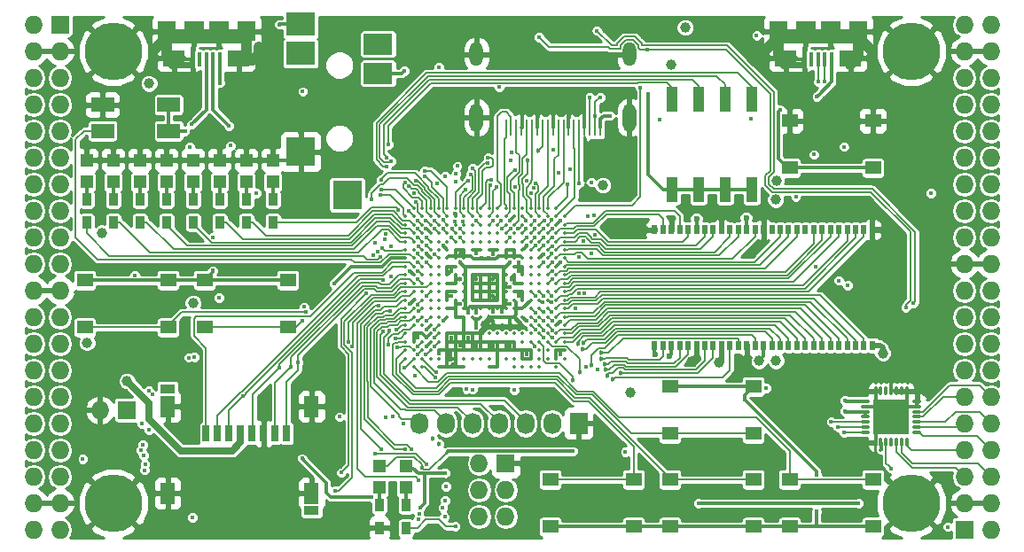
<source format=gtl>
G04 #@! TF.FileFunction,Copper,L1,Top,Signal*
%FSLAX46Y46*%
G04 Gerber Fmt 4.6, Leading zero omitted, Abs format (unit mm)*
G04 Created by KiCad (PCBNEW 4.0.7+dfsg1-1) date Thu Oct 12 15:58:27 2017*
%MOMM*%
%LPD*%
G01*
G04 APERTURE LIST*
%ADD10C,0.100000*%
%ADD11R,1.198880X1.198880*%
%ADD12R,0.560000X0.900000*%
%ADD13R,1.727200X1.727200*%
%ADD14O,1.727200X1.727200*%
%ADD15C,5.500000*%
%ADD16R,2.200000X1.400000*%
%ADD17R,0.900000X1.200000*%
%ADD18R,2.100000X1.600000*%
%ADD19R,1.900000X1.900000*%
%ADD20R,0.400000X1.350000*%
%ADD21R,1.800000X1.900000*%
%ADD22O,0.850000X0.300000*%
%ADD23O,0.300000X0.850000*%
%ADD24R,1.675000X1.675000*%
%ADD25R,1.727200X2.032000*%
%ADD26O,1.727200X2.032000*%
%ADD27R,2.800000X2.200000*%
%ADD28R,2.800000X2.800000*%
%ADD29R,2.800000X2.000000*%
%ADD30O,1.300000X2.700000*%
%ADD31O,1.300000X2.300000*%
%ADD32R,0.250000X1.600000*%
%ADD33R,1.550000X1.300000*%
%ADD34R,1.120000X2.440000*%
%ADD35C,0.350000*%
%ADD36R,0.700000X1.500000*%
%ADD37R,1.450000X0.900000*%
%ADD38R,1.450000X2.000000*%
%ADD39C,0.400000*%
%ADD40C,0.454000*%
%ADD41C,1.000000*%
%ADD42C,0.600000*%
%ADD43C,0.300000*%
%ADD44C,1.000000*%
%ADD45C,0.600000*%
%ADD46C,0.500000*%
%ADD47C,0.190000*%
%ADD48C,0.200000*%
%ADD49C,0.700000*%
%ADD50C,0.254000*%
G04 APERTURE END LIST*
D10*
D11*
X118230000Y-77709020D03*
X118230000Y-75610980D03*
X115690000Y-77709020D03*
X115690000Y-75610980D03*
X113150000Y-77709020D03*
X113150000Y-75610980D03*
X110610000Y-77709020D03*
X110610000Y-75610980D03*
X108070000Y-77709020D03*
X108070000Y-75610980D03*
X105530000Y-77709020D03*
X105530000Y-75610980D03*
X102990000Y-77709020D03*
X102990000Y-75610980D03*
X100450000Y-77709020D03*
X100450000Y-75610980D03*
D12*
X175480000Y-82270000D03*
X154680000Y-93330000D03*
X155480000Y-93330000D03*
X156280000Y-93330000D03*
X157080000Y-93330000D03*
X157880000Y-93330000D03*
X158680000Y-93330000D03*
X159480000Y-93330000D03*
X160280000Y-93330000D03*
X161080000Y-93330000D03*
X161880000Y-93330000D03*
X162680000Y-93330000D03*
X163480000Y-93330000D03*
X164280000Y-93330000D03*
X165080000Y-93330000D03*
X165880000Y-93330000D03*
X166680000Y-93330000D03*
X167480000Y-93330000D03*
X168280000Y-93330000D03*
X169080000Y-93330000D03*
X169880000Y-93330000D03*
X170680000Y-93330000D03*
X171480000Y-93330000D03*
X172280000Y-93330000D03*
X173080000Y-93330000D03*
X173880000Y-93330000D03*
X174680000Y-93330000D03*
X175480000Y-93330000D03*
X174680000Y-82270000D03*
X173880000Y-82270000D03*
X173080000Y-82270000D03*
X172280000Y-82270000D03*
X171480000Y-82270000D03*
X170680000Y-82270000D03*
X169880000Y-82270000D03*
X169080000Y-82270000D03*
X168280000Y-82270000D03*
X167480000Y-82270000D03*
X166680000Y-82270000D03*
X165880000Y-82270000D03*
X165080000Y-82270000D03*
X164280000Y-82270000D03*
X163480000Y-82270000D03*
X162680000Y-82270000D03*
X161880000Y-82270000D03*
X161080000Y-82270000D03*
X160280000Y-82270000D03*
X159480000Y-82270000D03*
X158680000Y-82270000D03*
X157880000Y-82270000D03*
X157080000Y-82270000D03*
X156280000Y-82270000D03*
X155480000Y-82270000D03*
X154680000Y-82270000D03*
D13*
X97910000Y-62690000D03*
D14*
X95370000Y-62690000D03*
X97910000Y-65230000D03*
X95370000Y-65230000D03*
X97910000Y-67770000D03*
X95370000Y-67770000D03*
X97910000Y-70310000D03*
X95370000Y-70310000D03*
X97910000Y-72850000D03*
X95370000Y-72850000D03*
X97910000Y-75390000D03*
X95370000Y-75390000D03*
X97910000Y-77930000D03*
X95370000Y-77930000D03*
X97910000Y-80470000D03*
X95370000Y-80470000D03*
X97910000Y-83010000D03*
X95370000Y-83010000D03*
X97910000Y-85550000D03*
X95370000Y-85550000D03*
X97910000Y-88090000D03*
X95370000Y-88090000D03*
X97910000Y-90630000D03*
X95370000Y-90630000D03*
X97910000Y-93170000D03*
X95370000Y-93170000D03*
X97910000Y-95710000D03*
X95370000Y-95710000D03*
X97910000Y-98250000D03*
X95370000Y-98250000D03*
X97910000Y-100790000D03*
X95370000Y-100790000D03*
X97910000Y-103330000D03*
X95370000Y-103330000D03*
X97910000Y-105870000D03*
X95370000Y-105870000D03*
X97910000Y-108410000D03*
X95370000Y-108410000D03*
X97910000Y-110950000D03*
X95370000Y-110950000D03*
D13*
X184270000Y-110950000D03*
D14*
X186810000Y-110950000D03*
X184270000Y-108410000D03*
X186810000Y-108410000D03*
X184270000Y-105870000D03*
X186810000Y-105870000D03*
X184270000Y-103330000D03*
X186810000Y-103330000D03*
X184270000Y-100790000D03*
X186810000Y-100790000D03*
X184270000Y-98250000D03*
X186810000Y-98250000D03*
X184270000Y-95710000D03*
X186810000Y-95710000D03*
X184270000Y-93170000D03*
X186810000Y-93170000D03*
X184270000Y-90630000D03*
X186810000Y-90630000D03*
X184270000Y-88090000D03*
X186810000Y-88090000D03*
X184270000Y-85550000D03*
X186810000Y-85550000D03*
X184270000Y-83010000D03*
X186810000Y-83010000D03*
X184270000Y-80470000D03*
X186810000Y-80470000D03*
X184270000Y-77930000D03*
X186810000Y-77930000D03*
X184270000Y-75390000D03*
X186810000Y-75390000D03*
X184270000Y-72850000D03*
X186810000Y-72850000D03*
X184270000Y-70310000D03*
X186810000Y-70310000D03*
X184270000Y-67770000D03*
X186810000Y-67770000D03*
X184270000Y-65230000D03*
X186810000Y-65230000D03*
X184270000Y-62690000D03*
X186810000Y-62690000D03*
D15*
X102990000Y-108410000D03*
X179190000Y-108410000D03*
X179190000Y-65230000D03*
X102990000Y-65230000D03*
D16*
X108274000Y-70330000D03*
X101974000Y-70330000D03*
X101974000Y-72830000D03*
X108274000Y-72830000D03*
D13*
X104260000Y-99520000D03*
D14*
X101720000Y-99520000D03*
D11*
X128390000Y-104820980D03*
X128390000Y-106919020D03*
X130930000Y-104820980D03*
X130930000Y-106919020D03*
D17*
X128390000Y-108580000D03*
X128390000Y-110780000D03*
X130930000Y-110780000D03*
X130930000Y-108580000D03*
D18*
X114980000Y-65875000D03*
X108780000Y-65875000D03*
D19*
X113080000Y-63325000D03*
X110680000Y-63325000D03*
D20*
X113180000Y-66000000D03*
X112530000Y-66000000D03*
X111880000Y-66000000D03*
X111230000Y-66000000D03*
X110580000Y-66000000D03*
D21*
X115680000Y-63325000D03*
X108080000Y-63325000D03*
D18*
X173400000Y-65875000D03*
X167200000Y-65875000D03*
D19*
X171500000Y-63325000D03*
X169100000Y-63325000D03*
D20*
X171600000Y-66000000D03*
X170950000Y-66000000D03*
X170300000Y-66000000D03*
X169650000Y-66000000D03*
X169000000Y-66000000D03*
D21*
X174100000Y-63325000D03*
X166500000Y-63325000D03*
D13*
X140455000Y-104600000D03*
D14*
X137915000Y-104600000D03*
X140455000Y-107140000D03*
X137915000Y-107140000D03*
X140455000Y-109680000D03*
X137915000Y-109680000D03*
D17*
X118230000Y-81570000D03*
X118230000Y-79370000D03*
X115690000Y-81570000D03*
X115690000Y-79370000D03*
X113150000Y-81570000D03*
X113150000Y-79370000D03*
X110610000Y-81570000D03*
X110610000Y-79370000D03*
X108070000Y-81570000D03*
X108070000Y-79370000D03*
X105530000Y-81570000D03*
X105530000Y-79370000D03*
X102990000Y-81570000D03*
X102990000Y-79370000D03*
X100450000Y-81570000D03*
X100450000Y-79370000D03*
D22*
X179735000Y-101655000D03*
X179735000Y-101155000D03*
X179735000Y-100655000D03*
X179735000Y-100155000D03*
X179735000Y-99655000D03*
X179735000Y-99155000D03*
X179735000Y-98655000D03*
D23*
X178785000Y-97705000D03*
X178285000Y-97705000D03*
X177785000Y-97705000D03*
X177285000Y-97705000D03*
X176785000Y-97705000D03*
X176285000Y-97705000D03*
X175785000Y-97705000D03*
D22*
X174835000Y-98655000D03*
X174835000Y-99155000D03*
X174835000Y-99655000D03*
X174835000Y-100155000D03*
X174835000Y-100655000D03*
X174835000Y-101155000D03*
X174835000Y-101655000D03*
D23*
X175785000Y-102605000D03*
X176285000Y-102605000D03*
X176785000Y-102605000D03*
X177285000Y-102605000D03*
X177785000Y-102605000D03*
X178285000Y-102605000D03*
X178785000Y-102605000D03*
D24*
X176447500Y-99317500D03*
X176447500Y-100992500D03*
X178122500Y-99317500D03*
X178122500Y-100992500D03*
D25*
X147440000Y-100790000D03*
D26*
X144900000Y-100790000D03*
X142360000Y-100790000D03*
X139820000Y-100790000D03*
X137280000Y-100790000D03*
X134740000Y-100790000D03*
X132200000Y-100790000D03*
D27*
X120880000Y-62640000D03*
X120880000Y-65440000D03*
D28*
X120880000Y-74840000D03*
X125330000Y-78940000D03*
D29*
X128280000Y-67340000D03*
X128280000Y-64540000D03*
D30*
X152280000Y-71550000D03*
X137680000Y-71550000D03*
D31*
X137680000Y-65500000D03*
D32*
X140480000Y-72500000D03*
X140980000Y-72500000D03*
X141480000Y-72500000D03*
X141980000Y-72500000D03*
X142480000Y-72500000D03*
X142980000Y-72500000D03*
X143480000Y-72500000D03*
X143980000Y-72500000D03*
X144480000Y-72500000D03*
X144980000Y-72500000D03*
X145480000Y-72500000D03*
X145980000Y-72500000D03*
X146480000Y-72500000D03*
X146980000Y-72500000D03*
X147480000Y-72500000D03*
X147980000Y-72500000D03*
X148480000Y-72500000D03*
X148980000Y-72500000D03*
X149480000Y-72500000D03*
D31*
X152280000Y-65500000D03*
D33*
X175550000Y-71870000D03*
X175550000Y-76370000D03*
X167590000Y-76370000D03*
X167590000Y-71870000D03*
X100280000Y-91610000D03*
X100280000Y-87110000D03*
X108240000Y-87110000D03*
X108240000Y-91610000D03*
X111710000Y-91610000D03*
X111710000Y-87110000D03*
X119670000Y-87110000D03*
X119670000Y-91610000D03*
X156160000Y-101770000D03*
X156160000Y-97270000D03*
X164120000Y-97270000D03*
X164120000Y-101770000D03*
X164120000Y-106160000D03*
X164120000Y-110660000D03*
X156160000Y-110660000D03*
X156160000Y-106160000D03*
X152690000Y-106160000D03*
X152690000Y-110660000D03*
X144730000Y-110660000D03*
X144730000Y-106160000D03*
X175550000Y-106160000D03*
X175550000Y-110660000D03*
X167590000Y-110660000D03*
X167590000Y-106160000D03*
D34*
X163950000Y-69815000D03*
X156330000Y-78425000D03*
X161410000Y-69815000D03*
X158870000Y-78425000D03*
X158870000Y-69815000D03*
X161410000Y-78425000D03*
X156330000Y-69815000D03*
X163950000Y-78425000D03*
D35*
X131680000Y-80200000D03*
X132480000Y-80200000D03*
X133280000Y-80200000D03*
X134080000Y-80200000D03*
X134880000Y-80200000D03*
X135680000Y-80200000D03*
X136480000Y-80200000D03*
X137280000Y-80200000D03*
X138080000Y-80200000D03*
X138880000Y-80200000D03*
X139680000Y-80200000D03*
X140480000Y-80200000D03*
X141280000Y-80200000D03*
X142080000Y-80200000D03*
X142880000Y-80200000D03*
X143680000Y-80200000D03*
X144480000Y-80200000D03*
X145280000Y-80200000D03*
X130880000Y-81000000D03*
X131680000Y-81000000D03*
X132480000Y-81000000D03*
X133280000Y-81000000D03*
X134080000Y-81000000D03*
X134880000Y-81000000D03*
X135680000Y-81000000D03*
X136480000Y-81000000D03*
X137280000Y-81000000D03*
X138080000Y-81000000D03*
X138880000Y-81000000D03*
X139680000Y-81000000D03*
X140480000Y-81000000D03*
X141280000Y-81000000D03*
X142080000Y-81000000D03*
X142880000Y-81000000D03*
X143680000Y-81000000D03*
X144480000Y-81000000D03*
X145280000Y-81000000D03*
X146080000Y-81000000D03*
X130880000Y-81800000D03*
X131680000Y-81800000D03*
X132480000Y-81800000D03*
X133280000Y-81800000D03*
X134080000Y-81800000D03*
X134880000Y-81800000D03*
X135680000Y-81800000D03*
X136480000Y-81800000D03*
X137280000Y-81800000D03*
X138080000Y-81800000D03*
X138880000Y-81800000D03*
X139680000Y-81800000D03*
X140480000Y-81800000D03*
X141280000Y-81800000D03*
X142080000Y-81800000D03*
X142880000Y-81800000D03*
X143680000Y-81800000D03*
X144480000Y-81800000D03*
X145280000Y-81800000D03*
X146080000Y-81800000D03*
X130880000Y-82600000D03*
X131680000Y-82600000D03*
X132480000Y-82600000D03*
X133280000Y-82600000D03*
X134080000Y-82600000D03*
X134880000Y-82600000D03*
X135680000Y-82600000D03*
X136480000Y-82600000D03*
X137280000Y-82600000D03*
X138080000Y-82600000D03*
X138880000Y-82600000D03*
X139680000Y-82600000D03*
X140480000Y-82600000D03*
X141280000Y-82600000D03*
X142080000Y-82600000D03*
X142880000Y-82600000D03*
X143680000Y-82600000D03*
X144480000Y-82600000D03*
X145280000Y-82600000D03*
X146080000Y-82600000D03*
X130880000Y-83400000D03*
X131680000Y-83400000D03*
X132480000Y-83400000D03*
X133280000Y-83400000D03*
X134080000Y-83400000D03*
X134880000Y-83400000D03*
X135680000Y-83400000D03*
X136480000Y-83400000D03*
X137280000Y-83400000D03*
X138080000Y-83400000D03*
X138880000Y-83400000D03*
X139680000Y-83400000D03*
X140480000Y-83400000D03*
X141280000Y-83400000D03*
X142080000Y-83400000D03*
X142880000Y-83400000D03*
X143680000Y-83400000D03*
X144480000Y-83400000D03*
X145280000Y-83400000D03*
X146080000Y-83400000D03*
X130880000Y-84200000D03*
X131680000Y-84200000D03*
X132480000Y-84200000D03*
X133280000Y-84200000D03*
X134080000Y-84200000D03*
X134880000Y-84200000D03*
X135680000Y-84200000D03*
X136480000Y-84200000D03*
X137280000Y-84200000D03*
X138080000Y-84200000D03*
X138880000Y-84200000D03*
X139680000Y-84200000D03*
X140480000Y-84200000D03*
X141280000Y-84200000D03*
X142080000Y-84200000D03*
X142880000Y-84200000D03*
X143680000Y-84200000D03*
X144480000Y-84200000D03*
X145280000Y-84200000D03*
X146080000Y-84200000D03*
X130880000Y-85000000D03*
X131680000Y-85000000D03*
X132480000Y-85000000D03*
X133280000Y-85000000D03*
X134080000Y-85000000D03*
X134880000Y-85000000D03*
X135680000Y-85000000D03*
X136480000Y-85000000D03*
X137280000Y-85000000D03*
X138080000Y-85000000D03*
X138880000Y-85000000D03*
X139680000Y-85000000D03*
X140480000Y-85000000D03*
X141280000Y-85000000D03*
X142080000Y-85000000D03*
X142880000Y-85000000D03*
X143680000Y-85000000D03*
X144480000Y-85000000D03*
X145280000Y-85000000D03*
X146080000Y-85000000D03*
X130880000Y-85800000D03*
X131680000Y-85800000D03*
X132480000Y-85800000D03*
X133280000Y-85800000D03*
X134080000Y-85800000D03*
X134880000Y-85800000D03*
X135680000Y-85800000D03*
X136480000Y-85800000D03*
X137280000Y-85800000D03*
X138080000Y-85800000D03*
X138880000Y-85800000D03*
X139680000Y-85800000D03*
X140480000Y-85800000D03*
X141280000Y-85800000D03*
X142080000Y-85800000D03*
X142880000Y-85800000D03*
X143680000Y-85800000D03*
X144480000Y-85800000D03*
X145280000Y-85800000D03*
X146080000Y-85800000D03*
X130880000Y-86600000D03*
X131680000Y-86600000D03*
X132480000Y-86600000D03*
X133280000Y-86600000D03*
X134080000Y-86600000D03*
X134880000Y-86600000D03*
X135680000Y-86600000D03*
X136480000Y-86600000D03*
X137280000Y-86600000D03*
X138080000Y-86600000D03*
X138880000Y-86600000D03*
X139680000Y-86600000D03*
X140480000Y-86600000D03*
X141280000Y-86600000D03*
X142080000Y-86600000D03*
X142880000Y-86600000D03*
X143680000Y-86600000D03*
X144480000Y-86600000D03*
X145280000Y-86600000D03*
X146080000Y-86600000D03*
X130880000Y-87400000D03*
X131680000Y-87400000D03*
X132480000Y-87400000D03*
X133280000Y-87400000D03*
X134080000Y-87400000D03*
X134880000Y-87400000D03*
X135680000Y-87400000D03*
X136480000Y-87400000D03*
X137280000Y-87400000D03*
X138080000Y-87400000D03*
X138880000Y-87400000D03*
X139680000Y-87400000D03*
X140480000Y-87400000D03*
X141280000Y-87400000D03*
X142080000Y-87400000D03*
X142880000Y-87400000D03*
X143680000Y-87400000D03*
X144480000Y-87400000D03*
X145280000Y-87400000D03*
X146080000Y-87400000D03*
X130880000Y-88200000D03*
X131680000Y-88200000D03*
X132480000Y-88200000D03*
X133280000Y-88200000D03*
X134080000Y-88200000D03*
X134880000Y-88200000D03*
X135680000Y-88200000D03*
X136480000Y-88200000D03*
X137280000Y-88200000D03*
X138080000Y-88200000D03*
X138880000Y-88200000D03*
X139680000Y-88200000D03*
X140480000Y-88200000D03*
X141280000Y-88200000D03*
X142080000Y-88200000D03*
X142880000Y-88200000D03*
X143680000Y-88200000D03*
X144480000Y-88200000D03*
X145280000Y-88200000D03*
X146080000Y-88200000D03*
X130880000Y-89000000D03*
X131680000Y-89000000D03*
X132480000Y-89000000D03*
X133280000Y-89000000D03*
X134080000Y-89000000D03*
X134880000Y-89000000D03*
X135680000Y-89000000D03*
X136480000Y-89000000D03*
X137280000Y-89000000D03*
X138080000Y-89000000D03*
X138880000Y-89000000D03*
X139680000Y-89000000D03*
X140480000Y-89000000D03*
X141280000Y-89000000D03*
X142080000Y-89000000D03*
X142880000Y-89000000D03*
X143680000Y-89000000D03*
X144480000Y-89000000D03*
X145280000Y-89000000D03*
X146080000Y-89000000D03*
X130880000Y-89800000D03*
X131680000Y-89800000D03*
X132480000Y-89800000D03*
X133280000Y-89800000D03*
X134080000Y-89800000D03*
X134880000Y-89800000D03*
X135680000Y-89800000D03*
X136480000Y-89800000D03*
X137280000Y-89800000D03*
X138080000Y-89800000D03*
X138880000Y-89800000D03*
X139680000Y-89800000D03*
X140480000Y-89800000D03*
X141280000Y-89800000D03*
X142080000Y-89800000D03*
X142880000Y-89800000D03*
X143680000Y-89800000D03*
X144480000Y-89800000D03*
X145280000Y-89800000D03*
X146080000Y-89800000D03*
X130880000Y-90600000D03*
X131680000Y-90600000D03*
X132480000Y-90600000D03*
X133280000Y-90600000D03*
X134080000Y-90600000D03*
X134880000Y-90600000D03*
X135680000Y-90600000D03*
X136480000Y-90600000D03*
X137280000Y-90600000D03*
X138080000Y-90600000D03*
X138880000Y-90600000D03*
X139680000Y-90600000D03*
X140480000Y-90600000D03*
X141280000Y-90600000D03*
X142080000Y-90600000D03*
X142880000Y-90600000D03*
X143680000Y-90600000D03*
X144480000Y-90600000D03*
X145280000Y-90600000D03*
X146080000Y-90600000D03*
X130880000Y-91400000D03*
X131680000Y-91400000D03*
X132480000Y-91400000D03*
X133280000Y-91400000D03*
X134080000Y-91400000D03*
X142880000Y-91400000D03*
X143680000Y-91400000D03*
X144480000Y-91400000D03*
X145280000Y-91400000D03*
X146080000Y-91400000D03*
X130880000Y-92200000D03*
X131680000Y-92200000D03*
X132480000Y-92200000D03*
X133280000Y-92200000D03*
X134080000Y-92200000D03*
X134880000Y-92200000D03*
X135680000Y-92200000D03*
X136480000Y-92200000D03*
X137280000Y-92200000D03*
X138080000Y-92200000D03*
X138880000Y-92200000D03*
X139680000Y-92200000D03*
X140480000Y-92200000D03*
X141280000Y-92200000D03*
X142080000Y-92200000D03*
X142880000Y-92200000D03*
X143680000Y-92200000D03*
X144480000Y-92200000D03*
X145280000Y-92200000D03*
X146080000Y-92200000D03*
X130880000Y-93000000D03*
X131680000Y-93000000D03*
X132480000Y-93000000D03*
X133280000Y-93000000D03*
X134080000Y-93000000D03*
X134880000Y-93000000D03*
X135680000Y-93000000D03*
X136480000Y-93000000D03*
X137280000Y-93000000D03*
X138080000Y-93000000D03*
X138880000Y-93000000D03*
X139680000Y-93000000D03*
X140480000Y-93000000D03*
X141280000Y-93000000D03*
X142080000Y-93000000D03*
X142880000Y-93000000D03*
X143680000Y-93000000D03*
X144480000Y-93000000D03*
X145280000Y-93000000D03*
X146080000Y-93000000D03*
X130880000Y-93800000D03*
X131680000Y-93800000D03*
X132480000Y-93800000D03*
X133280000Y-93800000D03*
X134080000Y-93800000D03*
X134880000Y-93800000D03*
X135680000Y-93800000D03*
X136480000Y-93800000D03*
X137280000Y-93800000D03*
X138080000Y-93800000D03*
X138880000Y-93800000D03*
X139680000Y-93800000D03*
X140480000Y-93800000D03*
X141280000Y-93800000D03*
X142080000Y-93800000D03*
X142880000Y-93800000D03*
X143680000Y-93800000D03*
X144480000Y-93800000D03*
X145280000Y-93800000D03*
X146080000Y-93800000D03*
X130880000Y-94600000D03*
X131680000Y-94600000D03*
X132480000Y-94600000D03*
X133280000Y-94600000D03*
X134080000Y-94600000D03*
X134880000Y-94600000D03*
X135680000Y-94600000D03*
X136480000Y-94600000D03*
X137280000Y-94600000D03*
X138080000Y-94600000D03*
X138880000Y-94600000D03*
X139680000Y-94600000D03*
X140480000Y-94600000D03*
X141280000Y-94600000D03*
X142080000Y-94600000D03*
X142880000Y-94600000D03*
X143680000Y-94600000D03*
X144480000Y-94600000D03*
X145280000Y-94600000D03*
X146080000Y-94600000D03*
X131680000Y-95400000D03*
X132480000Y-95400000D03*
X134080000Y-95400000D03*
X134880000Y-95400000D03*
X135680000Y-95400000D03*
X136480000Y-95400000D03*
X138880000Y-95400000D03*
X139680000Y-95400000D03*
X141280000Y-95400000D03*
X142080000Y-95400000D03*
X142880000Y-95400000D03*
X143680000Y-95400000D03*
X145280000Y-95400000D03*
D36*
X111855000Y-101765000D03*
X112955000Y-101765000D03*
X114055000Y-101765000D03*
X115155000Y-101765000D03*
X116255000Y-101765000D03*
X117355000Y-101765000D03*
X118455000Y-101765000D03*
X119555000Y-101765000D03*
D37*
X108180000Y-97465000D03*
X121930000Y-109115000D03*
D38*
X121930000Y-99165000D03*
X108180000Y-99165000D03*
X108180000Y-107465000D03*
X121930000Y-107465000D03*
D39*
X135172669Y-94689483D03*
X136095958Y-93369652D03*
X135456992Y-95118806D03*
X134113023Y-94099076D03*
D40*
X139264636Y-91615205D03*
D39*
X139575609Y-69792857D03*
D41*
X116880503Y-64802940D03*
X106974809Y-64953974D03*
X175210328Y-64948943D03*
X165417246Y-64954666D03*
D39*
X175495631Y-71457432D03*
X146468970Y-70993942D03*
X144978424Y-71024054D03*
X143480350Y-71016526D03*
X142000564Y-71008511D03*
X147987361Y-71377791D03*
X144102010Y-84600000D03*
X132880424Y-84561218D03*
X135567436Y-80702302D03*
X132810347Y-82177990D03*
X145713035Y-91022010D03*
X145680000Y-94177990D03*
X177285000Y-95710000D03*
D41*
X177229911Y-82281349D03*
D39*
X170046000Y-85804000D03*
D42*
X164741832Y-81130572D03*
D39*
X120770000Y-72215000D03*
D42*
X161067993Y-81216119D03*
D41*
X158233687Y-94852616D03*
X162992748Y-94820185D03*
D42*
X156280000Y-81210838D03*
D39*
X131254529Y-86251357D03*
X140880000Y-81400000D03*
X136085174Y-89394826D03*
X145680000Y-81400000D03*
X150080000Y-81600000D03*
X131280000Y-89400000D03*
X140874194Y-91433353D03*
X145680000Y-85422010D03*
X142480000Y-94200000D03*
X140880000Y-93400000D03*
X139280000Y-93400000D03*
X137680000Y-93400000D03*
X136880000Y-92600000D03*
X135280000Y-92600000D03*
X132880000Y-91800000D03*
X132880000Y-93400000D03*
D40*
X141042859Y-86994997D03*
X139280000Y-87000000D03*
X136110990Y-86995403D03*
X137680000Y-87000000D03*
X136080000Y-84600000D03*
X139280000Y-88600000D03*
D39*
X121003132Y-104131127D03*
X127656639Y-107816792D03*
D41*
X156235582Y-66548363D03*
X166321614Y-77572282D03*
X166248957Y-79408030D03*
X101932065Y-82585048D03*
X106417803Y-68312483D03*
X166280000Y-94800000D03*
D39*
X150457224Y-71377791D03*
X172289562Y-87124051D03*
D41*
X157600000Y-62944000D03*
D39*
X129005202Y-100174798D03*
X137659051Y-91638034D03*
X139820000Y-68665673D03*
X172834633Y-99599920D03*
X172879922Y-98618650D03*
X176305593Y-103279812D03*
X165349214Y-97422919D03*
D41*
X160875897Y-94988750D03*
D39*
X164433885Y-63737451D03*
X148639876Y-77729346D03*
D41*
X149751640Y-78029346D03*
D39*
X134079160Y-66786153D03*
X109828000Y-72830000D03*
X116654336Y-78777990D03*
D41*
X176474303Y-94069095D03*
D39*
X173094000Y-87582000D03*
D41*
X100479904Y-93063904D03*
D42*
X163422030Y-81120665D03*
X154726292Y-94171363D03*
X156077107Y-94380779D03*
X158680000Y-81210838D03*
D39*
X112515000Y-83010000D03*
X181065000Y-78785000D03*
X110529662Y-109760338D03*
X100080000Y-104200000D03*
X113080000Y-88800000D03*
D41*
X164653770Y-94825547D03*
D39*
X135273306Y-88618602D03*
X139272517Y-84611349D03*
X137680556Y-84534085D03*
X141680000Y-86200000D03*
X135280000Y-86200000D03*
X132880000Y-92600000D03*
X132080000Y-92600000D03*
X141680000Y-88600000D03*
X141680000Y-85400000D03*
D41*
X152362985Y-97848768D03*
D39*
X136885174Y-90194826D03*
X140094890Y-90122990D03*
X139280000Y-90122990D03*
X140880000Y-89400000D03*
X137680000Y-90172990D03*
X140880000Y-87800000D03*
X140880000Y-85400000D03*
D40*
X136080000Y-85400000D03*
D39*
X121369010Y-90164222D03*
X130022933Y-91834237D03*
X121036481Y-91008234D03*
X129902064Y-92678248D03*
D41*
X110617371Y-89287199D03*
D39*
X142480000Y-91000000D03*
X142480000Y-83800000D03*
X134480000Y-83800000D03*
X134480000Y-91000000D03*
X105037711Y-86632990D03*
X155149360Y-71764535D03*
X121086654Y-69078528D03*
X170182962Y-69571012D03*
X174110000Y-108410000D03*
X158870000Y-108410000D03*
X137295592Y-97538017D03*
X134750646Y-106810513D03*
X133680000Y-91800000D03*
D40*
X134074414Y-102752225D03*
D39*
X136740903Y-97514503D03*
X134675868Y-108131585D03*
D40*
X133449289Y-102232615D03*
D39*
X133680000Y-92600000D03*
X127951328Y-103666396D03*
X132936956Y-104698915D03*
X134463998Y-108841973D03*
X133685668Y-93402482D03*
X130692380Y-100790000D03*
X131808905Y-96227367D03*
X134636872Y-109719950D03*
X132846234Y-94197073D03*
X118858690Y-62658970D03*
X130761990Y-67119621D03*
X148477832Y-69619684D03*
X149475951Y-69619684D03*
X148991194Y-71377791D03*
X153984196Y-65077116D03*
X153322343Y-68673419D03*
X143650666Y-63862520D03*
X178665908Y-89713903D03*
X149183754Y-63257114D03*
X179375977Y-89317806D03*
X140035989Y-81400000D03*
X115404683Y-98167821D03*
X128776655Y-87110882D03*
X132077895Y-86272150D03*
X118843798Y-95498222D03*
D40*
X119978162Y-95412951D03*
X120634035Y-94977604D03*
D39*
X113212238Y-68244401D03*
X146387166Y-77939336D03*
X147480000Y-77822010D03*
X131453853Y-103260518D03*
X144891634Y-91008466D03*
D40*
X148653935Y-95249010D03*
X149565978Y-94054788D03*
D39*
X144867244Y-90164455D03*
D40*
X150720500Y-96575802D03*
D39*
X144890381Y-83866022D03*
D40*
X151448039Y-95951686D03*
D39*
X144894101Y-83022010D03*
D40*
X150149219Y-96229829D03*
D39*
X144901285Y-86268736D03*
D40*
X150033441Y-95660469D03*
D39*
X144888562Y-86993817D03*
D40*
X149952517Y-95085120D03*
D39*
X144877648Y-88622010D03*
D40*
X149584522Y-94635504D03*
D39*
X144810610Y-89177990D03*
X144895773Y-91874444D03*
D40*
X147777713Y-93691005D03*
X147356233Y-93219138D03*
D39*
X144102010Y-92600000D03*
D40*
X147915304Y-93060979D03*
D39*
X144882352Y-92577990D03*
X130807074Y-95454141D03*
X130141304Y-93529144D03*
X132080000Y-93400000D03*
X129254670Y-93244631D03*
X133852393Y-95875797D03*
X141280000Y-97600000D03*
X133762848Y-96395146D03*
X132080000Y-94200000D03*
X128669601Y-84020243D03*
X105906712Y-103816552D03*
X130839486Y-103260518D03*
X129459184Y-90039192D03*
X132080000Y-89444020D03*
X128602801Y-103260518D03*
X132162861Y-106185868D03*
X128321313Y-89539949D03*
X132880000Y-88600000D03*
X124741825Y-105494691D03*
X127145130Y-88379076D03*
X132080000Y-87000000D03*
X125827283Y-93452662D03*
X124202418Y-107207639D03*
D40*
X142530990Y-75662841D03*
X143525587Y-74749772D03*
D39*
X110313517Y-74380698D03*
X132146108Y-109940263D03*
X114166000Y-74247000D03*
X132189000Y-109415000D03*
X135694981Y-77648547D03*
X135567436Y-81489225D03*
X134702010Y-77200000D03*
X134471354Y-81347908D03*
X132761172Y-77202673D03*
X132737245Y-76676207D03*
X128545566Y-77476577D03*
X127643658Y-79355564D03*
X110718734Y-94451783D03*
X128515897Y-78994176D03*
X110193102Y-94489889D03*
X128569727Y-78469921D03*
X106368514Y-97662752D03*
X131230910Y-78113843D03*
X106741168Y-98035405D03*
X131709326Y-78745875D03*
X132783332Y-81399993D03*
X129016746Y-82660638D03*
X105679715Y-100783924D03*
X132084821Y-83022010D03*
X128948848Y-83183258D03*
X106401171Y-101377901D03*
X132886504Y-83777990D03*
X129513931Y-83860979D03*
X105803161Y-102850427D03*
X132117443Y-83866021D03*
X127966259Y-83527946D03*
X105651866Y-103355255D03*
X132079996Y-84503337D03*
X128256283Y-84387285D03*
X106023598Y-104697574D03*
X133671942Y-84595200D03*
X127824162Y-84688968D03*
X105973679Y-105248709D03*
X132875802Y-85428138D03*
D40*
X146862501Y-96617499D03*
X147534467Y-95913260D03*
D39*
X148102806Y-95339021D03*
X143280000Y-91000000D03*
X149207706Y-95605291D03*
X144082424Y-90132858D03*
X143989948Y-89177990D03*
X147125926Y-89802879D03*
X143281824Y-90201951D03*
X144102010Y-85397219D03*
X147422472Y-84858593D03*
X144886544Y-85385186D03*
X144102010Y-83000000D03*
X148975652Y-82755341D03*
X144885092Y-82177990D03*
X147470668Y-88324835D03*
X144082832Y-88584510D03*
X147997681Y-88324844D03*
X143278026Y-88595030D03*
X144102010Y-82185600D03*
X148935852Y-80899014D03*
X148337768Y-80975785D03*
X144866392Y-81333979D03*
X139280000Y-81400000D03*
X139585116Y-78205862D03*
X138968064Y-78040948D03*
X139049357Y-77520244D03*
X138775679Y-75942989D03*
X138779198Y-75400762D03*
X137680000Y-81400000D03*
X137308732Y-76415018D03*
X137106948Y-76979922D03*
X136856003Y-77562978D03*
X136634118Y-78451672D03*
X135830698Y-76200613D03*
X136411444Y-81497309D03*
X148668800Y-84550385D03*
X144877691Y-84532933D03*
X144102010Y-83800000D03*
X147894174Y-83335809D03*
X142852716Y-78759927D03*
X142473549Y-82998913D03*
X143105106Y-78295223D03*
X142396423Y-82191394D03*
X145494012Y-76834828D03*
X144146021Y-81374784D03*
X143331797Y-77819457D03*
X146627648Y-76461302D03*
X143257990Y-82207154D03*
X143257990Y-81379632D03*
X141380161Y-78226966D03*
X145017056Y-74655847D03*
X141657990Y-82130345D03*
X142413979Y-81382236D03*
X140080000Y-82200000D03*
X141342967Y-76554996D03*
X141046643Y-74873804D03*
X140864029Y-83041403D03*
X140980062Y-75681941D03*
X140924011Y-82179283D03*
X129542604Y-86703515D03*
X132880000Y-83022010D03*
X132080000Y-82177990D03*
X132080000Y-81400000D03*
X131847310Y-79589886D03*
X130856828Y-77742623D03*
X131923295Y-77584853D03*
X133654358Y-82177990D03*
X133627343Y-81396408D03*
X129336756Y-91938993D03*
X132880000Y-91000000D03*
X128770628Y-92009836D03*
X132077648Y-90977990D03*
X130196821Y-80377733D03*
X131180000Y-80500000D03*
X128489708Y-84867377D03*
X132079620Y-85428138D03*
X163908850Y-71651861D03*
X134501414Y-82177578D03*
X133922194Y-77854836D03*
X135656559Y-110610712D03*
X132448438Y-104994496D03*
X146844288Y-103452739D03*
X134707351Y-105508447D03*
X132280000Y-108800000D03*
D41*
X104309083Y-96731596D03*
D39*
X112515000Y-86185000D03*
X163277422Y-98501717D03*
X170126036Y-109212466D03*
X170157734Y-105666345D03*
X169895346Y-75092988D03*
X143257990Y-83000000D03*
X168166438Y-79108038D03*
X151896383Y-103510715D03*
X114039000Y-72342000D03*
X110483000Y-72215000D03*
X177274002Y-105079115D03*
X143258015Y-93423150D03*
X172761273Y-101651681D03*
X143280000Y-91800000D03*
X172193360Y-101105663D03*
X144064831Y-91877646D03*
X171540304Y-100645743D03*
X144080000Y-91000000D03*
X154044000Y-69294000D03*
X129061632Y-76229575D03*
X135280000Y-83022010D03*
X129493343Y-75737814D03*
X136080000Y-83000000D03*
X129122249Y-75363607D03*
X135345425Y-82176814D03*
X135725421Y-76909376D03*
X129252218Y-74142461D03*
X136080000Y-82200000D03*
X172746637Y-74347988D03*
X143280000Y-83800000D03*
X142480000Y-77600000D03*
X170300000Y-68151000D03*
X170950000Y-68125562D03*
X125480000Y-93000000D03*
X121206217Y-89662983D03*
X132156079Y-90030946D03*
X182654362Y-110665838D03*
X124080000Y-87400000D03*
X124080000Y-87400000D03*
X166678914Y-70803555D03*
X129660000Y-100155000D03*
X124580000Y-100155000D03*
D43*
X135172669Y-94406641D02*
X135172669Y-94689483D01*
X135172669Y-93907331D02*
X135172669Y-94406641D01*
X136095958Y-93086810D02*
X136095958Y-93369652D01*
X135280000Y-93800000D02*
X135172669Y-93907331D01*
X136080000Y-93000000D02*
X136095958Y-93015958D01*
X135256993Y-95376993D02*
X135256993Y-95318805D01*
X136095958Y-93015958D02*
X136095958Y-93086810D01*
X135280000Y-95400000D02*
X135256993Y-95376993D01*
X135256993Y-95318805D02*
X135456992Y-95118806D01*
X134080000Y-93800000D02*
X134080000Y-94066053D01*
X134080000Y-94066053D02*
X134113023Y-94099076D01*
X139264636Y-91294179D02*
X139264636Y-91615205D01*
X139264636Y-90984636D02*
X139264636Y-91294179D01*
X138880000Y-90600000D02*
X139264636Y-90984636D01*
X139858451Y-69792857D02*
X139575609Y-69792857D01*
X140192348Y-69792857D02*
X139858451Y-69792857D01*
X140785205Y-69200000D02*
X140192348Y-69792857D01*
X141880000Y-69200000D02*
X140785205Y-69200000D01*
D44*
X116880503Y-65510046D02*
X116880503Y-64802940D01*
X116265561Y-66124988D02*
X116880503Y-65510046D01*
X115680000Y-65910000D02*
X115894988Y-66124988D01*
X115680000Y-63960000D02*
X115680000Y-65910000D01*
X115894988Y-66124988D02*
X116265561Y-66124988D01*
X107474808Y-64453975D02*
X106974809Y-64953974D01*
X107968783Y-63960000D02*
X107474808Y-64453975D01*
X108080000Y-63960000D02*
X107968783Y-63960000D01*
X174710329Y-64448944D02*
X175210328Y-64948943D01*
X174100000Y-63960000D02*
X174221385Y-63960000D01*
X174221385Y-63960000D02*
X174710329Y-64448944D01*
X165917245Y-64454667D02*
X165417246Y-64954666D01*
X166411912Y-63960000D02*
X165917245Y-64454667D01*
X166500000Y-63960000D02*
X166411912Y-63960000D01*
D43*
X175495631Y-71740274D02*
X175495631Y-71457432D01*
X175495631Y-72230631D02*
X175495631Y-71740274D01*
X175535000Y-72270000D02*
X175495631Y-72230631D01*
X143480000Y-72500000D02*
X143480000Y-71016876D01*
X143480000Y-71016876D02*
X143480350Y-71016526D01*
X144980000Y-72500000D02*
X144980000Y-71025630D01*
X144980000Y-71025630D02*
X144978424Y-71024054D01*
X146480000Y-72500000D02*
X146480000Y-71004972D01*
X146480000Y-71004972D02*
X146468970Y-70993942D01*
X147980000Y-72500000D02*
X147980000Y-71385152D01*
X147980000Y-71385152D02*
X147987361Y-71377791D01*
X146468970Y-70711100D02*
X146468970Y-70993942D01*
X146468970Y-69211030D02*
X146468970Y-70711100D01*
X146480000Y-69200000D02*
X146468970Y-69211030D01*
X144978424Y-70741212D02*
X144978424Y-71024054D01*
X144978424Y-69201576D02*
X144978424Y-70741212D01*
X144980000Y-69200000D02*
X144978424Y-69201576D01*
X143480350Y-70733684D02*
X143480350Y-71016526D01*
X143480350Y-69200350D02*
X143480350Y-70733684D01*
X143480000Y-69200000D02*
X143480350Y-69200350D01*
X142000564Y-71008511D02*
X142000564Y-72479436D01*
X142000564Y-72479436D02*
X141980000Y-72500000D01*
X142000564Y-70725669D02*
X142000564Y-71008511D01*
X142000564Y-69320564D02*
X142000564Y-70725669D01*
X141880000Y-69200000D02*
X142000564Y-69320564D01*
X146480000Y-69200000D02*
X147780000Y-69200000D01*
X147780000Y-69200000D02*
X147940542Y-69360542D01*
X147987361Y-71094949D02*
X147987361Y-71377791D01*
X147940542Y-71048130D02*
X147987361Y-71094949D01*
X147940542Y-69360542D02*
X147940542Y-71048130D01*
D45*
X108780000Y-66510000D02*
X110455000Y-66510000D01*
D43*
X110455000Y-66510000D02*
X110580000Y-66635000D01*
D44*
X108080000Y-63960000D02*
X108080000Y-65810000D01*
X108080000Y-65810000D02*
X108780000Y-66510000D01*
X115680000Y-63960000D02*
X115680000Y-65810000D01*
D43*
X115680000Y-65810000D02*
X114980000Y-66510000D01*
D44*
X113080000Y-63960000D02*
X115680000Y-63960000D01*
X110680000Y-63960000D02*
X113080000Y-63960000D01*
X108080000Y-63960000D02*
X110680000Y-63960000D01*
D45*
X167200000Y-66510000D02*
X168875000Y-66510000D01*
D43*
X168875000Y-66510000D02*
X169000000Y-66635000D01*
D44*
X174100000Y-63960000D02*
X174100000Y-65810000D01*
X174100000Y-65810000D02*
X173400000Y-66510000D01*
X166500000Y-63960000D02*
X166500000Y-65810000D01*
X166500000Y-65810000D02*
X167200000Y-66510000D01*
X171500000Y-63960000D02*
X174100000Y-63960000D01*
X169100000Y-63960000D02*
X171500000Y-63960000D01*
X166500000Y-63960000D02*
X169100000Y-63960000D01*
D43*
X143680000Y-85000000D02*
X144080000Y-84600000D01*
X144080000Y-84600000D02*
X144102010Y-84600000D01*
X132880424Y-84600424D02*
X132880424Y-84561218D01*
X133280000Y-85000000D02*
X132880424Y-84600424D01*
X135680000Y-80752513D02*
X135629789Y-80702302D01*
X135629789Y-80702302D02*
X135567436Y-80702302D01*
X135680000Y-81000000D02*
X135680000Y-80752513D01*
X132857990Y-82177990D02*
X132810347Y-82177990D01*
X133280000Y-82600000D02*
X132857990Y-82177990D01*
X145657990Y-91022010D02*
X145713035Y-91022010D01*
X145280000Y-91400000D02*
X145657990Y-91022010D01*
X145680000Y-93800000D02*
X145680000Y-94177990D01*
X178785000Y-97705000D02*
X178785000Y-98655000D01*
X178785000Y-98655000D02*
X178122500Y-99317500D01*
X176285000Y-97705000D02*
X175785000Y-97705000D01*
X175785000Y-102605000D02*
X175785000Y-101655000D01*
X175785000Y-101655000D02*
X176447500Y-100992500D01*
X178122500Y-99317500D02*
X178122500Y-100992500D01*
X176447500Y-99317500D02*
X178122500Y-99317500D01*
X176447500Y-100992500D02*
X178122500Y-100992500D01*
X177285000Y-97705000D02*
X177285000Y-95710000D01*
X178122500Y-99317500D02*
X178285000Y-99155000D01*
X178285000Y-99155000D02*
X179735000Y-99155000D01*
X179735000Y-98655000D02*
X179735000Y-99155000D01*
X177785000Y-97705000D02*
X177920000Y-97705000D01*
X177920000Y-97705000D02*
X178285000Y-97705000D01*
X178285000Y-97705000D02*
X178785000Y-97705000D01*
X177285000Y-97705000D02*
X177785000Y-97705000D01*
X175785000Y-97705000D02*
X175785000Y-98655000D01*
X175785000Y-98655000D02*
X176447500Y-99317500D01*
X174835000Y-99155000D02*
X176285000Y-99155000D01*
X176285000Y-99155000D02*
X176447500Y-99317500D01*
X177241260Y-82270000D02*
X177229911Y-82281349D01*
X164941831Y-81330571D02*
X164741832Y-81130572D01*
X165080000Y-81468740D02*
X164941831Y-81330571D01*
X165080000Y-82270000D02*
X165080000Y-81468740D01*
X120770000Y-73030000D02*
X120770000Y-72215000D01*
X120880000Y-74840000D02*
X120880000Y-73140000D01*
X120880000Y-73140000D02*
X120770000Y-73030000D01*
X118230000Y-75610980D02*
X120109020Y-75610980D01*
X120109020Y-75610980D02*
X120880000Y-74840000D01*
X142280000Y-69200000D02*
X141880000Y-69200000D01*
X161080000Y-81228126D02*
X161067993Y-81216119D01*
X161080000Y-82270000D02*
X161080000Y-81228126D01*
D46*
X175480000Y-82270000D02*
X177241260Y-82270000D01*
D43*
X158680000Y-94406303D02*
X158433686Y-94652617D01*
X158433686Y-94652617D02*
X158233687Y-94852616D01*
X158680000Y-93330000D02*
X158680000Y-94406303D01*
X163192747Y-94620186D02*
X162992748Y-94820185D01*
X163480000Y-94332933D02*
X163192747Y-94620186D01*
X163480000Y-93330000D02*
X163480000Y-94332933D01*
X156280000Y-82270000D02*
X156280000Y-81210838D01*
X131331357Y-86251357D02*
X131254529Y-86251357D01*
X131680000Y-86600000D02*
X131331357Y-86251357D01*
X141280000Y-81000000D02*
X140880000Y-81400000D01*
X135685174Y-89394826D02*
X135802332Y-89394826D01*
X135680000Y-89400000D02*
X135685174Y-89394826D01*
X135802332Y-89394826D02*
X136085174Y-89394826D01*
X135054999Y-84825001D02*
X137080000Y-84825001D01*
X137280000Y-85000000D02*
X137105001Y-84825001D01*
X137105001Y-84825001D02*
X137080000Y-84825001D01*
X138280000Y-85088351D02*
X137368351Y-85088351D01*
X137368351Y-85088351D02*
X137280000Y-85000000D01*
X139680000Y-86600000D02*
X139280000Y-87000000D01*
X139680000Y-88200000D02*
X139680000Y-89000000D01*
X139680000Y-87400000D02*
X139680000Y-88200000D01*
X139680000Y-86600000D02*
X139680000Y-87400000D01*
X137280000Y-88200000D02*
X137280000Y-89000000D01*
X137280000Y-87400000D02*
X137280000Y-88200000D01*
X137280000Y-86600000D02*
X137280000Y-87400000D01*
X138880000Y-87400000D02*
X138880000Y-88200000D01*
X138880000Y-86600000D02*
X138880000Y-87400000D01*
X138080000Y-87400000D02*
X138080000Y-86600000D01*
X138080000Y-88200000D02*
X138080000Y-87400000D01*
X138080000Y-89000000D02*
X138080000Y-88200000D01*
X138080000Y-88200000D02*
X138880000Y-88200000D01*
X138080000Y-87400000D02*
X138880000Y-87400000D01*
X137280000Y-87400000D02*
X138080000Y-87400000D01*
X145454999Y-81625001D02*
X145680000Y-81400000D01*
X145280000Y-81800000D02*
X145454999Y-81625001D01*
X153430000Y-81600000D02*
X150080000Y-81600000D01*
X154680000Y-82270000D02*
X154100000Y-82270000D01*
X154100000Y-82270000D02*
X153430000Y-81600000D01*
X141480000Y-89800000D02*
X141480000Y-89200000D01*
X141480000Y-89200000D02*
X141280000Y-89000000D01*
X141280000Y-89800000D02*
X141480000Y-89800000D01*
X141480000Y-89800000D02*
X142080000Y-89800000D01*
X141454999Y-90425001D02*
X141454999Y-89825001D01*
X141454999Y-89825001D02*
X141480000Y-89800000D01*
X131680000Y-89000000D02*
X131280000Y-89400000D01*
X140874194Y-90605806D02*
X140874194Y-91150511D01*
X140880000Y-90600000D02*
X140874194Y-90605806D01*
X140874194Y-91150511D02*
X140874194Y-91433353D01*
X140480000Y-90600000D02*
X140880000Y-90600000D01*
X140880000Y-90600000D02*
X141280000Y-90600000D01*
X139680000Y-90600000D02*
X140480000Y-90600000D01*
X138880000Y-90600000D02*
X139680000Y-90600000D01*
X145280000Y-85800000D02*
X145657990Y-85422010D01*
X145657990Y-85422010D02*
X145680000Y-85422010D01*
X141280000Y-85000000D02*
X141280000Y-84800000D01*
X141280000Y-84200000D02*
X141280000Y-85000000D01*
X140480000Y-84200000D02*
X141280000Y-84200000D01*
X141280000Y-84800000D02*
X141280000Y-84200000D01*
X141905001Y-84825001D02*
X141305001Y-84825001D01*
X141305001Y-84825001D02*
X141280000Y-84800000D01*
X140480000Y-85000000D02*
X140480000Y-84200000D01*
X139680000Y-85000000D02*
X139680000Y-84898347D01*
X139680000Y-84898347D02*
X139753346Y-84825001D01*
X138280000Y-85088351D02*
X138680000Y-85088351D01*
X138280000Y-85088351D02*
X139489996Y-85088351D01*
X138080000Y-85000000D02*
X138191649Y-85000000D01*
X138191649Y-85000000D02*
X138280000Y-85088351D01*
X138880000Y-85000000D02*
X138768351Y-85000000D01*
X138768351Y-85000000D02*
X138680000Y-85088351D01*
X135680000Y-84200000D02*
X135680000Y-84800000D01*
X135680000Y-84800000D02*
X135680000Y-85000000D01*
X135054999Y-84825001D02*
X135654999Y-84825001D01*
X135654999Y-84825001D02*
X135680000Y-84800000D01*
X136480000Y-85000000D02*
X136480000Y-84200000D01*
X134880000Y-85000000D02*
X135054999Y-84825001D01*
X138880000Y-87400000D02*
X139680000Y-87400000D01*
X138880000Y-88200000D02*
X138880000Y-89000000D01*
X138880000Y-88200000D02*
X139680000Y-88200000D01*
X137280000Y-88200000D02*
X138080000Y-88200000D01*
X141280000Y-90600000D02*
X141454999Y-90425001D01*
X142280000Y-69200000D02*
X143480000Y-69200000D01*
X143480000Y-69200000D02*
X144980000Y-69200000D01*
X144980000Y-69200000D02*
X146480000Y-69200000D01*
D46*
X115690000Y-75610980D02*
X118230000Y-75610980D01*
X113150000Y-75610980D02*
X115690000Y-75610980D01*
X110610000Y-75610980D02*
X113150000Y-75610980D01*
X108070000Y-75610980D02*
X110610000Y-75610980D01*
X105530000Y-75610980D02*
X108070000Y-75610980D01*
X102990000Y-75610980D02*
X105530000Y-75610980D01*
X100450000Y-75610980D02*
X102990000Y-75610980D01*
D43*
X142080000Y-89800000D02*
X142880000Y-89000000D01*
X145680000Y-93800000D02*
X145280000Y-93800000D01*
X146080000Y-93800000D02*
X145680000Y-93800000D01*
X135680000Y-89400000D02*
X135680000Y-89800000D01*
X135680000Y-89000000D02*
X135680000Y-89400000D01*
X135280000Y-95400000D02*
X135680000Y-95400000D01*
X134880000Y-95400000D02*
X135280000Y-95400000D01*
X135280000Y-93800000D02*
X135680000Y-93800000D01*
X134880000Y-93800000D02*
X135280000Y-93800000D01*
X142480000Y-93800000D02*
X142080000Y-93800000D01*
X142880000Y-93800000D02*
X142480000Y-93800000D01*
X142480000Y-93800000D02*
X142480000Y-94200000D01*
X140880000Y-93000000D02*
X141280000Y-93000000D01*
X140480000Y-93000000D02*
X140880000Y-93000000D01*
X140880000Y-93000000D02*
X140880000Y-93400000D01*
X139280000Y-93000000D02*
X138880000Y-93000000D01*
X139680000Y-93000000D02*
X139280000Y-93000000D01*
X139280000Y-93000000D02*
X139280000Y-93400000D01*
X137680000Y-93000000D02*
X137280000Y-93000000D01*
X137680000Y-93000000D02*
X137680000Y-93400000D01*
X138080000Y-93000000D02*
X137680000Y-93000000D01*
X136080000Y-93000000D02*
X135680000Y-93000000D01*
X136480000Y-93000000D02*
X136080000Y-93000000D01*
X136880000Y-93000000D02*
X136480000Y-93000000D01*
X137280000Y-93000000D02*
X136880000Y-93000000D01*
X136880000Y-93000000D02*
X136880000Y-92600000D01*
X135280000Y-93000000D02*
X135680000Y-93000000D01*
X134880000Y-93000000D02*
X135280000Y-93000000D01*
X135280000Y-93000000D02*
X135280000Y-92600000D01*
X133280000Y-91400000D02*
X132880000Y-91800000D01*
X133280000Y-93000000D02*
X132880000Y-93400000D01*
X139753346Y-84825001D02*
X141905001Y-84825001D01*
X139489996Y-85088351D02*
X139753346Y-84825001D01*
X141905001Y-84825001D02*
X142080000Y-85000000D01*
X141042859Y-86837141D02*
X141042859Y-86994997D01*
X141280000Y-86600000D02*
X141042859Y-86837141D01*
X135684597Y-86995403D02*
X135789964Y-86995403D01*
X135680000Y-87000000D02*
X135684597Y-86995403D01*
X135789964Y-86995403D02*
X136110990Y-86995403D01*
X135680000Y-87000000D02*
X135680000Y-86600000D01*
X135680000Y-87400000D02*
X135680000Y-87000000D01*
X138880000Y-90600000D02*
X138880000Y-91091880D01*
X138880000Y-91091880D02*
X138080000Y-91891880D01*
X138080000Y-91891880D02*
X138080000Y-92200000D01*
X136480000Y-90600000D02*
X136480000Y-92200000D01*
X139680000Y-89000000D02*
X139280000Y-88600000D01*
X137280000Y-86600000D02*
X137680000Y-87000000D01*
X136480000Y-84200000D02*
X136080000Y-84600000D01*
X141280000Y-86600000D02*
X141280000Y-87400000D01*
X142080000Y-87400000D02*
X141280000Y-87400000D01*
X135680000Y-84200000D02*
X136480000Y-84200000D01*
X134880000Y-87400000D02*
X135680000Y-87400000D01*
X138880000Y-86600000D02*
X139680000Y-86600000D01*
X138080000Y-86600000D02*
X138880000Y-86600000D01*
X137280000Y-86600000D02*
X138080000Y-86600000D01*
X138880000Y-89000000D02*
X139680000Y-89000000D01*
X138080000Y-89000000D02*
X138880000Y-89000000D01*
X137280000Y-89000000D02*
X138080000Y-89000000D01*
X135680000Y-89800000D02*
X134880000Y-89800000D01*
X135680000Y-90600000D02*
X135680000Y-89800000D01*
X135680000Y-90600000D02*
X136480000Y-90600000D01*
X140480000Y-93000000D02*
X139680000Y-93000000D01*
X139680000Y-93800000D02*
X140480000Y-93800000D01*
X139680000Y-93800000D02*
X139680000Y-94600000D01*
X139680000Y-95400000D02*
X139680000Y-94600000D01*
X138880000Y-95400000D02*
X139680000Y-95400000D01*
X135680000Y-95400000D02*
X136480000Y-95400000D01*
X135680000Y-95400000D02*
X135680000Y-94600000D01*
X134880000Y-95400000D02*
X134080000Y-95400000D01*
X134880000Y-94600000D02*
X134880000Y-95400000D01*
X134080000Y-93800000D02*
X134880000Y-93800000D01*
X134880000Y-94600000D02*
X134880000Y-93800000D01*
X135680000Y-94600000D02*
X134880000Y-94600000D01*
X135680000Y-93800000D02*
X135680000Y-94600000D01*
X134880000Y-93000000D02*
X134880000Y-93800000D01*
X134880000Y-92200000D02*
X134880000Y-93000000D01*
X135680000Y-92200000D02*
X134880000Y-92200000D01*
X135680000Y-93800000D02*
X136480000Y-93800000D01*
X135680000Y-93000000D02*
X135680000Y-93800000D01*
X135680000Y-92200000D02*
X135680000Y-93000000D01*
X135680000Y-92200000D02*
X136480000Y-92200000D01*
X136480000Y-92200000D02*
X137280000Y-92200000D01*
X137280000Y-93800000D02*
X137280000Y-93000000D01*
X136480000Y-93800000D02*
X137280000Y-93800000D01*
X136480000Y-93000000D02*
X136480000Y-93800000D01*
X136480000Y-92200000D02*
X136480000Y-93000000D01*
X137280000Y-92200000D02*
X138080000Y-92200000D01*
X137280000Y-93800000D02*
X138080000Y-93800000D01*
X137280000Y-92200000D02*
X137280000Y-93000000D01*
X138080000Y-92200000D02*
X138080000Y-93000000D01*
X138080000Y-93000000D02*
X138880000Y-93000000D01*
X138080000Y-93800000D02*
X138080000Y-93000000D01*
X138880000Y-93800000D02*
X138080000Y-93800000D01*
X138880000Y-93000000D02*
X138880000Y-93800000D01*
X139680000Y-93800000D02*
X139680000Y-93000000D01*
X138880000Y-93800000D02*
X139680000Y-93800000D01*
X140480000Y-93000000D02*
X140480000Y-93800000D01*
X141280000Y-93000000D02*
X141280000Y-93800000D01*
X141280000Y-93800000D02*
X142080000Y-93800000D01*
X140480000Y-93800000D02*
X141280000Y-93800000D01*
X142080000Y-94600000D02*
X142880000Y-94600000D01*
X142080000Y-93800000D02*
X142080000Y-94600000D01*
X142880000Y-94600000D02*
X142880000Y-93800000D01*
X145280000Y-93800000D02*
X145280000Y-94600000D01*
X127656639Y-107816792D02*
X123745091Y-107816792D01*
X123745091Y-107816792D02*
X123322573Y-107394274D01*
X123322573Y-107394274D02*
X123322573Y-106450568D01*
X123322573Y-106450568D02*
X121203131Y-104331126D01*
X121203131Y-104331126D02*
X121003132Y-104131127D01*
X149480000Y-71700000D02*
X149802209Y-71377791D01*
X149802209Y-71377791D02*
X150457224Y-71377791D01*
X149480000Y-72500000D02*
X149480000Y-71700000D01*
X186810000Y-62877865D02*
X186810000Y-62690000D01*
X137659051Y-91355192D02*
X137659051Y-91638034D01*
X137659051Y-90820949D02*
X137659051Y-91355192D01*
X137680000Y-90800000D02*
X137659051Y-90820949D01*
X172889713Y-99655000D02*
X172834633Y-99599920D01*
X174835000Y-99655000D02*
X172889713Y-99655000D01*
X172916272Y-98655000D02*
X172879922Y-98618650D01*
X174835000Y-98655000D02*
X172916272Y-98655000D01*
X176305593Y-102996970D02*
X176305593Y-103279812D01*
X176285000Y-102605000D02*
X176305593Y-102625593D01*
X176285000Y-103300405D02*
X176305593Y-103279812D01*
X176285000Y-103330000D02*
X176285000Y-103300405D01*
X176305593Y-102625593D02*
X176305593Y-102996970D01*
X176280000Y-103335000D02*
X176285000Y-103330000D01*
D46*
X161080000Y-94784647D02*
X160875897Y-94988750D01*
X161080000Y-93330000D02*
X161080000Y-94784647D01*
D43*
X108274000Y-72830000D02*
X109828000Y-72830000D01*
X108274000Y-70330000D02*
X108274000Y-72830000D01*
X174835000Y-99655000D02*
X174835000Y-100155000D01*
D46*
X176260000Y-93330000D02*
X176474303Y-93544303D01*
X176474303Y-93544303D02*
X176474303Y-94069095D01*
X175480000Y-93330000D02*
X176260000Y-93330000D01*
D43*
X163480000Y-81178635D02*
X163422030Y-81120665D01*
X163480000Y-82270000D02*
X163480000Y-81178635D01*
X154680000Y-93330000D02*
X154680000Y-94125071D01*
X154680000Y-94125071D02*
X154726292Y-94171363D01*
X156280000Y-94177886D02*
X156077107Y-94380779D01*
X156280000Y-93330000D02*
X156280000Y-94177886D01*
X158680000Y-82270000D02*
X158680000Y-81210838D01*
X134880000Y-86600000D02*
X135280000Y-86200000D01*
X135280000Y-85800000D02*
X135280000Y-86200000D01*
X134880000Y-85800000D02*
X134880000Y-86600000D01*
X164853769Y-94625548D02*
X164653770Y-94825547D01*
X165080000Y-94399317D02*
X164853769Y-94625548D01*
X165080000Y-93330000D02*
X165080000Y-94399317D01*
X137680000Y-90800000D02*
X137880000Y-90800000D01*
X137480000Y-90800000D02*
X137680000Y-90800000D01*
X137880000Y-90800000D02*
X138080000Y-90600000D01*
X137280000Y-90600000D02*
X137480000Y-90800000D01*
X132880000Y-92600000D02*
X133280000Y-92200000D01*
X132480000Y-92200000D02*
X132880000Y-92600000D01*
X134990464Y-88618602D02*
X135273306Y-88618602D01*
X134898602Y-88618602D02*
X134990464Y-88618602D01*
X134880000Y-88600000D02*
X134898602Y-88618602D01*
X139272517Y-84328507D02*
X139272517Y-84611349D01*
X139272517Y-84207483D02*
X139272517Y-84328507D01*
X139280000Y-84200000D02*
X139272517Y-84207483D01*
X137680556Y-84200556D02*
X137680556Y-84251243D01*
X137680000Y-84200000D02*
X137680556Y-84200556D01*
X137680556Y-84251243D02*
X137680556Y-84534085D01*
X142080000Y-88600000D02*
X142080000Y-89000000D01*
X142080000Y-88200000D02*
X142080000Y-88600000D01*
X141680000Y-85800000D02*
X141680000Y-86200000D01*
X135280000Y-85800000D02*
X135680000Y-85800000D01*
X134880000Y-85800000D02*
X135280000Y-85800000D01*
X132080000Y-92200000D02*
X132480000Y-92200000D01*
X131680000Y-92200000D02*
X132080000Y-92200000D01*
X132080000Y-92200000D02*
X132080000Y-92600000D01*
X131680000Y-93000000D02*
X131680000Y-92200000D01*
X134880000Y-88600000D02*
X134880000Y-89000000D01*
X134880000Y-88200000D02*
X134880000Y-88600000D01*
X141680000Y-88200000D02*
X142080000Y-88200000D01*
X141280000Y-88200000D02*
X141680000Y-88200000D01*
X141680000Y-88200000D02*
X141680000Y-88600000D01*
X141680000Y-85800000D02*
X142080000Y-85800000D01*
X141280000Y-85800000D02*
X141680000Y-85800000D01*
X141680000Y-85800000D02*
X141680000Y-85400000D01*
X139280000Y-84200000D02*
X139680000Y-84200000D01*
X138880000Y-84200000D02*
X139280000Y-84200000D01*
X137680000Y-84200000D02*
X138080000Y-84200000D01*
X137280000Y-84200000D02*
X137680000Y-84200000D01*
X142080000Y-85800000D02*
X142080000Y-86600000D01*
X134880000Y-88200000D02*
X135680000Y-88200000D01*
X136654999Y-86800000D02*
X136654999Y-87200000D01*
X136654999Y-86600000D02*
X136654999Y-86800000D01*
X136654999Y-86800000D02*
X136654999Y-86774999D01*
X136654999Y-86774999D02*
X136480000Y-86600000D01*
X136654999Y-87200000D02*
X136654999Y-88200000D01*
X136480000Y-87400000D02*
X136654999Y-87225001D01*
X136654999Y-87225001D02*
X136654999Y-87200000D01*
X136885174Y-89911984D02*
X136885174Y-90194826D01*
X136880000Y-89800000D02*
X136885174Y-89805174D01*
X136885174Y-89805174D02*
X136885174Y-89911984D01*
X138080000Y-89625001D02*
X138880000Y-89625001D01*
X138880000Y-89625001D02*
X139280000Y-89625001D01*
X138880000Y-89800000D02*
X138880000Y-89625001D01*
X138080000Y-89800000D02*
X138080000Y-89625001D01*
X137054999Y-89625001D02*
X137280000Y-89625001D01*
X137280000Y-89625001D02*
X137680000Y-89625001D01*
X137280000Y-89800000D02*
X137280000Y-89625001D01*
X137680000Y-89625001D02*
X138080000Y-89625001D01*
X136480000Y-89000000D02*
X136654999Y-89000000D01*
X136654999Y-88200000D02*
X136654999Y-89000000D01*
X136480000Y-88200000D02*
X136654999Y-88200000D01*
X140094890Y-89840148D02*
X140094890Y-90122990D01*
X140094890Y-89639891D02*
X140094890Y-89840148D01*
X140080000Y-89625001D02*
X140094890Y-89639891D01*
X139280000Y-89625001D02*
X139280000Y-90122990D01*
X139280000Y-89625001D02*
X139680000Y-89625001D01*
X139680000Y-89625001D02*
X140080000Y-89625001D01*
X140080000Y-89625001D02*
X140305001Y-89625001D01*
X139680000Y-89800000D02*
X139680000Y-89625001D01*
X140305001Y-89400000D02*
X140305001Y-89000000D01*
X140305001Y-89000000D02*
X140305001Y-88200000D01*
X140480000Y-89000000D02*
X140305001Y-89000000D01*
X140305001Y-88200000D02*
X140305001Y-87800000D01*
X140480000Y-88200000D02*
X140305001Y-88200000D01*
X140305001Y-87800000D02*
X140305001Y-87400000D01*
X140305001Y-87400000D02*
X140305001Y-86600000D01*
X140480000Y-87400000D02*
X140305001Y-87400000D01*
X140305001Y-86600000D02*
X140305001Y-85974999D01*
X140480000Y-86600000D02*
X140305001Y-86600000D01*
X140480000Y-85800000D02*
X139480000Y-85800000D01*
X139480000Y-85800000D02*
X138680000Y-85800000D01*
X139680000Y-85800000D02*
X139480000Y-85800000D01*
X138680000Y-85800000D02*
X137880000Y-85800000D01*
X138880000Y-85800000D02*
X138680000Y-85800000D01*
X137880000Y-85800000D02*
X137080000Y-85800000D01*
X138080000Y-85800000D02*
X137880000Y-85800000D01*
X137080000Y-85800000D02*
X136480000Y-85800000D01*
X137280000Y-85800000D02*
X137080000Y-85800000D01*
X136654999Y-85974999D02*
X136654999Y-86600000D01*
X136654999Y-89000000D02*
X136654999Y-89625001D01*
X140305001Y-89400000D02*
X140880000Y-89400000D01*
X137680000Y-89625001D02*
X137680000Y-90172990D01*
X136880000Y-89800000D02*
X137054999Y-89625001D01*
X140305001Y-89625001D02*
X140480000Y-89800000D01*
X140305001Y-87800000D02*
X140880000Y-87800000D01*
X140305001Y-89625001D02*
X140305001Y-89400000D01*
X140480000Y-85800000D02*
X140880000Y-85400000D01*
X136480000Y-89800000D02*
X136880000Y-89800000D01*
X136480000Y-85800000D02*
X136080000Y-85400000D01*
X140305001Y-85974999D02*
X140480000Y-85800000D01*
X136480000Y-85800000D02*
X136654999Y-85974999D01*
X136654999Y-89625001D02*
X136480000Y-89800000D01*
D47*
X147062304Y-98358968D02*
X146876603Y-98173267D01*
X135080094Y-96599106D02*
X133960188Y-97719012D01*
X131724127Y-97719012D02*
X130041550Y-96036435D01*
X130041550Y-96036435D02*
X130041550Y-94638450D01*
X130705001Y-93974999D02*
X130880000Y-93800000D01*
X133960188Y-97719012D02*
X131724127Y-97719012D01*
X146876603Y-98173267D02*
X145302445Y-96599106D01*
X145302445Y-96599106D02*
X135080094Y-96599106D01*
X148488969Y-98358968D02*
X147062304Y-98358968D01*
X156690000Y-106560000D02*
X148488969Y-98358968D01*
X130041550Y-94638450D02*
X130705001Y-93974999D01*
X156160000Y-106160000D02*
X164120000Y-106160000D01*
X108450000Y-91210000D02*
X109495778Y-90164222D01*
X121086168Y-90164222D02*
X121369010Y-90164222D01*
X109495778Y-90164222D02*
X121086168Y-90164222D01*
X108240000Y-91610000D02*
X100280000Y-91610000D01*
X130525433Y-91400000D02*
X130091196Y-91834237D01*
X130091196Y-91834237D02*
X130022933Y-91834237D01*
X130880000Y-91400000D02*
X130525433Y-91400000D01*
X119670000Y-91610000D02*
X120434715Y-91610000D01*
X120434715Y-91610000D02*
X121036481Y-91008234D01*
X119670000Y-91610000D02*
X111710000Y-91610000D01*
X119425148Y-91210000D02*
X119484873Y-91269725D01*
X130401752Y-92678248D02*
X130184906Y-92678248D01*
X130880000Y-92200000D02*
X130401752Y-92678248D01*
X130184906Y-92678248D02*
X129902064Y-92678248D01*
X152690000Y-105320000D02*
X152690000Y-106160000D01*
X129702002Y-93226237D02*
X129702002Y-96145208D01*
X152690000Y-103008320D02*
X152690000Y-105320000D01*
X145453236Y-97198218D02*
X146930994Y-98675979D01*
X134091498Y-98036023D02*
X135211404Y-96916117D01*
X135211404Y-96916117D02*
X145171135Y-96916117D01*
X131592817Y-98036023D02*
X134091498Y-98036023D01*
X145171135Y-96916117D02*
X145453236Y-97198218D01*
X129816881Y-93111358D02*
X129702002Y-93226237D01*
X130193100Y-93000000D02*
X130081742Y-93111358D01*
X130880000Y-93000000D02*
X130193100Y-93000000D01*
X146930994Y-98675979D02*
X148357659Y-98675979D01*
X148357659Y-98675979D02*
X152690000Y-103008320D01*
X129702002Y-96145208D02*
X131592817Y-98036023D01*
X130081742Y-93111358D02*
X129816881Y-93111358D01*
X144730000Y-106160000D02*
X152690000Y-106160000D01*
X133097148Y-96817148D02*
X131854999Y-95574999D01*
X133965410Y-96817148D02*
X133097148Y-96817148D01*
X134817474Y-95965084D02*
X133965410Y-96817148D01*
X147324924Y-97724946D02*
X145565065Y-95965084D01*
X148824076Y-97724946D02*
X147324924Y-97724946D01*
X151274968Y-100175838D02*
X148824076Y-97724946D01*
X164359767Y-100175838D02*
X151274968Y-100175838D01*
X167590000Y-103406071D02*
X164359767Y-100175838D01*
X167590000Y-106160000D02*
X167590000Y-103406071D01*
X131854999Y-95574999D02*
X131680000Y-95400000D01*
X145565065Y-95965084D02*
X134817474Y-95965084D01*
X167590000Y-106160000D02*
X175550000Y-106160000D01*
X156160000Y-101770000D02*
X152420809Y-101770000D01*
X131855437Y-97402001D02*
X130358561Y-95905125D01*
X130705001Y-94774999D02*
X130880000Y-94600000D01*
X130358561Y-95121439D02*
X130705001Y-94774999D01*
X130358561Y-95905125D02*
X130358561Y-95121439D01*
X134948784Y-96282095D02*
X133828878Y-97402001D01*
X147193614Y-98041957D02*
X147007913Y-97856256D01*
X147007913Y-97856256D02*
X145433755Y-96282095D01*
X145433755Y-96282095D02*
X134948784Y-96282095D01*
X148692766Y-98041957D02*
X147193614Y-98041957D01*
X133828878Y-97402001D02*
X131855437Y-97402001D01*
X152420809Y-101770000D02*
X148692766Y-98041957D01*
X164120000Y-101770000D02*
X156160000Y-101770000D01*
D43*
X142080000Y-90600000D02*
X142480000Y-91000000D01*
X142254999Y-84025001D02*
X142480000Y-83800000D01*
X142080000Y-84200000D02*
X142254999Y-84025001D01*
X134880000Y-84200000D02*
X134480000Y-83800000D01*
X134880000Y-90600000D02*
X134480000Y-91000000D01*
X171600000Y-66635000D02*
X171600000Y-68153974D01*
X170382961Y-69371013D02*
X170182962Y-69571012D01*
X171600000Y-68153974D02*
X170382961Y-69371013D01*
X158870000Y-108410000D02*
X174110000Y-108410000D01*
D47*
X134080000Y-91400000D02*
X133680000Y-91800000D01*
X134080000Y-92200000D02*
X133680000Y-92600000D01*
X128234170Y-103666396D02*
X127951328Y-103666396D01*
X128250302Y-103682528D02*
X128234170Y-103666396D01*
X132936956Y-104698915D02*
X131920569Y-103682528D01*
X131920569Y-103682528D02*
X128250302Y-103682528D01*
X133685668Y-93394332D02*
X133685668Y-93402482D01*
X134080000Y-93000000D02*
X133685668Y-93394332D01*
X133280000Y-93800000D02*
X132882927Y-94197073D01*
X132882927Y-94197073D02*
X132846234Y-94197073D01*
D43*
X120880000Y-62640000D02*
X118877660Y-62640000D01*
X118877660Y-62640000D02*
X118858690Y-62658970D01*
X130561991Y-67319620D02*
X130761990Y-67119621D01*
X130541611Y-67340000D02*
X130561991Y-67319620D01*
X128280000Y-67340000D02*
X130541611Y-67340000D01*
D47*
X148480000Y-72500000D02*
X148480000Y-69621852D01*
X148480000Y-69621852D02*
X148477832Y-69619684D01*
X149275952Y-69819683D02*
X149475951Y-69619684D01*
X148991194Y-71377791D02*
X148991194Y-70104441D01*
X148991194Y-70104441D02*
X149275952Y-69819683D01*
X148980000Y-72500000D02*
X148980000Y-71388985D01*
X148980000Y-71388985D02*
X148991194Y-71377791D01*
X165282602Y-78050153D02*
X165282602Y-77094411D01*
X153325968Y-65077116D02*
X153984196Y-65077116D01*
X153152010Y-64638802D02*
X153152010Y-64903158D01*
X179110133Y-88986836D02*
X179110133Y-82466041D01*
X179110133Y-82466041D02*
X175330120Y-78686028D01*
X165748975Y-69285251D02*
X161540840Y-65077116D01*
X153152010Y-64903158D02*
X153325968Y-65077116D01*
X150450436Y-64972117D02*
X151407990Y-64972117D01*
X150289532Y-64811213D02*
X150450436Y-64972117D01*
X165748975Y-76628038D02*
X165748975Y-69285251D01*
X161540840Y-65077116D02*
X154267038Y-65077116D01*
X175330120Y-78686028D02*
X165918477Y-78686028D01*
X152641198Y-64127990D02*
X153152010Y-64638802D01*
X154267038Y-65077116D02*
X153984196Y-65077116D01*
X151407990Y-64638802D02*
X151918802Y-64127990D01*
X143650666Y-63862520D02*
X144599359Y-64811213D01*
X151407990Y-64972117D02*
X151407990Y-64638802D01*
X165282602Y-77094411D02*
X165748975Y-76628038D01*
X144599359Y-64811213D02*
X150289532Y-64811213D01*
X178665908Y-89713903D02*
X178665908Y-89431061D01*
X151918802Y-64127990D02*
X152641198Y-64127990D01*
X165918477Y-78686028D02*
X165282602Y-78050153D01*
X178665908Y-89431061D02*
X179110133Y-88986836D01*
X147118000Y-79962000D02*
X152520000Y-79962000D01*
X146080000Y-81000000D02*
X147118000Y-79962000D01*
X152520000Y-79962000D02*
X153322343Y-79159657D01*
X153322343Y-68956261D02*
X153322343Y-68673419D01*
X153322343Y-79159657D02*
X153322343Y-68956261D01*
X153469021Y-64507492D02*
X153469021Y-64655106D01*
X151090979Y-64507492D02*
X151787492Y-63810979D01*
X151090979Y-64655106D02*
X151090979Y-64507492D01*
X150581746Y-64655106D02*
X151090979Y-64655106D01*
X165599613Y-77918843D02*
X166049787Y-78369017D01*
X179575976Y-89117807D02*
X179375977Y-89317806D01*
X153469021Y-64655106D02*
X161567151Y-64655106D01*
X149183754Y-63257114D02*
X150581746Y-64655106D01*
X151787492Y-63810979D02*
X152772508Y-63810979D01*
X166065986Y-69153941D02*
X166065986Y-76759348D01*
X152772508Y-63810979D02*
X153469021Y-64507492D01*
X161567151Y-64655106D02*
X166065986Y-69153941D01*
X166065986Y-76759348D02*
X165599613Y-77225721D01*
X165599613Y-77225721D02*
X165599613Y-77918843D01*
X166049787Y-78369017D02*
X175461430Y-78369017D01*
X175461430Y-78369017D02*
X179575976Y-82483563D01*
X179575976Y-82483563D02*
X179575976Y-89117807D01*
X139680000Y-81800000D02*
X140035989Y-81444011D01*
X140035989Y-81444011D02*
X140035989Y-81400000D01*
X115604682Y-97940787D02*
X115604682Y-97967822D01*
X128776655Y-87110882D02*
X128671806Y-87006033D01*
X126539436Y-87006033D02*
X115604682Y-97940787D01*
X115604682Y-97967822D02*
X115404683Y-98167821D01*
X114055000Y-101765000D02*
X114055000Y-99517504D01*
X115204684Y-98367820D02*
X115404683Y-98167821D01*
X128671806Y-87006033D02*
X126539436Y-87006033D01*
X114055000Y-99517504D02*
X115204684Y-98367820D01*
X132152150Y-86272150D02*
X132077895Y-86272150D01*
X132480000Y-86600000D02*
X132152150Y-86272150D01*
X116325000Y-101295000D02*
X116325000Y-98017020D01*
X116325000Y-98017020D02*
X118843798Y-95498222D01*
X116255000Y-101765000D02*
X116255000Y-101365000D01*
X116255000Y-101365000D02*
X116325000Y-101295000D01*
X126670745Y-87323044D02*
X118843798Y-95149991D01*
X118843798Y-95215380D02*
X118843798Y-95498222D01*
X118843798Y-95149991D02*
X118843798Y-95215380D01*
X128345953Y-87323044D02*
X126670745Y-87323044D01*
X130880000Y-86600000D02*
X130258328Y-86600000D01*
X128555793Y-87532884D02*
X128345953Y-87323044D01*
X130258328Y-86600000D02*
X129325444Y-87532884D01*
X129325444Y-87532884D02*
X128555793Y-87532884D01*
X118455000Y-101765000D02*
X118455000Y-96936113D01*
X118455000Y-96936113D02*
X119978162Y-95412951D01*
X131680000Y-87400000D02*
X131280000Y-87000000D01*
X131280000Y-87000000D02*
X130338304Y-87000000D01*
X119978162Y-95091925D02*
X119978162Y-95412951D01*
X119978162Y-94463947D02*
X119978162Y-95091925D01*
X130338304Y-87000000D02*
X129488409Y-87849895D01*
X126802054Y-87640055D02*
X119978162Y-94463947D01*
X128272516Y-87849895D02*
X128062676Y-87640055D01*
X129488409Y-87849895D02*
X128272516Y-87849895D01*
X128062676Y-87640055D02*
X126802054Y-87640055D01*
X119555000Y-101765000D02*
X119555000Y-96794459D01*
X120634035Y-95298630D02*
X120634035Y-94977604D01*
X119555000Y-96794459D02*
X120634035Y-95715424D01*
X120634035Y-95715424D02*
X120634035Y-95298630D01*
X126933363Y-87957066D02*
X120634035Y-94256394D01*
X120634035Y-94256394D02*
X120634035Y-94656578D01*
X120634035Y-94656578D02*
X120634035Y-94977604D01*
X128141206Y-88166906D02*
X127931366Y-87957066D01*
X129619719Y-88166906D02*
X128141206Y-88166906D01*
X130880000Y-87400000D02*
X130434324Y-87400000D01*
X130315084Y-87471540D02*
X129619719Y-88166906D01*
X127931366Y-87957066D02*
X126933363Y-87957066D01*
X130434324Y-87400000D02*
X130315084Y-87471540D01*
D43*
X113180000Y-68212163D02*
X113212238Y-68244401D01*
X113180000Y-66635000D02*
X113180000Y-68212163D01*
D47*
X147480000Y-72500000D02*
X147480000Y-77822010D01*
X146387166Y-78222178D02*
X146387166Y-77939336D01*
X146387166Y-79092834D02*
X146387166Y-78222178D01*
X145280000Y-80200000D02*
X146387166Y-79092834D01*
X147480000Y-77539168D02*
X147480000Y-77822010D01*
X131031852Y-102838517D02*
X131253854Y-103060519D01*
X131253854Y-103060519D02*
X131453853Y-103260518D01*
X127272943Y-100233059D02*
X129878401Y-102838517D01*
X129878401Y-102838517D02*
X131031852Y-102838517D01*
X127247614Y-96706165D02*
X127272943Y-96731494D01*
X127272943Y-96731494D02*
X127272943Y-100233059D01*
X127247614Y-91591075D02*
X127247614Y-96706165D01*
X128242716Y-90595973D02*
X127247614Y-91591075D01*
X128786495Y-90595973D02*
X128242716Y-90595973D01*
X128921274Y-90461194D02*
X128786495Y-90595973D01*
X130322940Y-89800000D02*
X129661746Y-90461194D01*
X129661746Y-90461194D02*
X128921274Y-90461194D01*
X130880000Y-89800000D02*
X130322940Y-89800000D01*
X146441738Y-86000768D02*
X165221281Y-86000768D01*
X168280000Y-82942049D02*
X168280000Y-82910000D01*
X168280000Y-82910000D02*
X168280000Y-82270000D01*
X165221281Y-86000768D02*
X168280000Y-82942049D01*
X146245505Y-86197001D02*
X146441738Y-86000768D01*
X145280000Y-86600000D02*
X145682999Y-86197001D01*
X145682999Y-86197001D02*
X146245505Y-86197001D01*
X172280000Y-82910000D02*
X172280000Y-82270000D01*
X145680000Y-87800000D02*
X146225446Y-87800000D01*
X167921188Y-87268812D02*
X172280000Y-82910000D01*
X146992034Y-87268812D02*
X167921188Y-87268812D01*
X146500286Y-87760560D02*
X146992034Y-87268812D01*
X146264886Y-87760560D02*
X146500286Y-87760560D01*
X146225446Y-87800000D02*
X146264886Y-87760560D01*
X145280000Y-88200000D02*
X145680000Y-87800000D01*
X155480000Y-82270000D02*
X155480000Y-81200000D01*
X155080000Y-80800000D02*
X150080000Y-80800000D01*
X147186067Y-81955651D02*
X146938720Y-82202999D01*
X155480000Y-81200000D02*
X155080000Y-80800000D01*
X150080000Y-80800000D02*
X148924349Y-81955651D01*
X148924349Y-81955651D02*
X147186067Y-81955651D01*
X146938720Y-82202999D02*
X145677001Y-82202999D01*
X145677001Y-82202999D02*
X145280000Y-82600000D01*
X170680000Y-92690000D02*
X170680000Y-93330000D01*
X147348179Y-91188397D02*
X149223760Y-91188397D01*
X145680000Y-91800000D02*
X146736576Y-91800000D01*
X145280000Y-92200000D02*
X145680000Y-91800000D01*
X146736576Y-91800000D02*
X147348179Y-91188397D01*
X168111911Y-90121911D02*
X170680000Y-92690000D01*
X150290246Y-90121911D02*
X168111911Y-90121911D01*
X149223760Y-91188397D02*
X150290246Y-90121911D01*
X164280000Y-92690000D02*
X163930988Y-92340988D01*
X149350456Y-93605786D02*
X148653935Y-94302307D01*
X163930988Y-92340988D02*
X151209416Y-92340988D01*
X148653935Y-94302307D02*
X148653935Y-94927984D01*
X149944618Y-93605786D02*
X149350456Y-93605786D01*
X164280000Y-93330000D02*
X164280000Y-92690000D01*
X148653935Y-94927984D02*
X148653935Y-95249010D01*
X151209416Y-92340988D02*
X149944618Y-93605786D01*
X144888466Y-91008466D02*
X144891634Y-91008466D01*
X144480000Y-90600000D02*
X144888466Y-91008466D01*
X147123344Y-87585823D02*
X168888739Y-87585823D01*
X146631596Y-88077571D02*
X147123344Y-87585823D01*
X146396196Y-88077571D02*
X146631596Y-88077571D01*
X173080000Y-82910000D02*
X173080000Y-82270000D01*
X146273767Y-88200000D02*
X146396196Y-88077571D01*
X146080000Y-88200000D02*
X146273767Y-88200000D01*
X173080000Y-83394562D02*
X173080000Y-82910000D01*
X168888739Y-87585823D02*
X173080000Y-83394562D01*
X146196243Y-85683757D02*
X164752418Y-85683757D01*
X167480000Y-82956175D02*
X167480000Y-82910000D01*
X164752418Y-85683757D02*
X167480000Y-82956175D01*
X167480000Y-82910000D02*
X167480000Y-82270000D01*
X146080000Y-85800000D02*
X146196243Y-85683757D01*
X149089786Y-82272662D02*
X150281803Y-83464680D01*
X157325320Y-83464680D02*
X157880000Y-82910000D01*
X157880000Y-82910000D02*
X157880000Y-82270000D01*
X150281803Y-83464680D02*
X157325320Y-83464680D01*
X146990039Y-82600000D02*
X147317378Y-82272662D01*
X146080000Y-82600000D02*
X146990039Y-82600000D01*
X147317378Y-82272662D02*
X149089786Y-82272662D01*
X169880000Y-92690000D02*
X169880000Y-93330000D01*
X150421556Y-90438922D02*
X167628922Y-90438922D01*
X167628922Y-90438922D02*
X169880000Y-92690000D01*
X146080000Y-92200000D02*
X146784897Y-92200000D01*
X149355070Y-91505408D02*
X150421556Y-90438922D01*
X146784897Y-92200000D02*
X147479489Y-91505408D01*
X147479489Y-91505408D02*
X149355070Y-91505408D01*
X162680000Y-93330000D02*
X162680000Y-92690000D01*
X149887004Y-94054788D02*
X149565978Y-94054788D01*
X150262536Y-94054788D02*
X149887004Y-94054788D01*
X151659325Y-92657999D02*
X150262536Y-94054788D01*
X162680000Y-92690000D02*
X162647999Y-92657999D01*
X162647999Y-92657999D02*
X151659325Y-92657999D01*
X144480000Y-89800000D02*
X144844455Y-90164455D01*
X144844455Y-90164455D02*
X144867244Y-90164455D01*
X173880000Y-83042883D02*
X173880000Y-82910000D01*
X169020049Y-87902834D02*
X173880000Y-83042883D01*
X145280000Y-89000000D02*
X145680000Y-88600000D01*
X147254654Y-87902834D02*
X169020049Y-87902834D01*
X173880000Y-82910000D02*
X173880000Y-82270000D01*
X146527506Y-88394582D02*
X146762906Y-88394582D01*
X146762906Y-88394582D02*
X147254654Y-87902834D01*
X146322088Y-88600000D02*
X146527506Y-88394582D01*
X145680000Y-88600000D02*
X146322088Y-88600000D01*
X146080000Y-81800000D02*
X146254999Y-81625001D01*
X146254999Y-81625001D02*
X148806678Y-81625001D01*
X148806678Y-81625001D02*
X149961679Y-80470000D01*
X149961679Y-80470000D02*
X156591710Y-80470000D01*
X156591710Y-80470000D02*
X157080000Y-80958290D01*
X157080000Y-80958290D02*
X157080000Y-81630000D01*
X157080000Y-81630000D02*
X157080000Y-82270000D01*
X157080000Y-82270000D02*
X157080000Y-82599602D01*
X169880000Y-82910000D02*
X169880000Y-82270000D01*
X146598104Y-86317779D02*
X167201352Y-86317779D01*
X169880000Y-83639131D02*
X169880000Y-82910000D01*
X167201352Y-86317779D02*
X169880000Y-83639131D01*
X146080000Y-86600000D02*
X146315883Y-86600000D01*
X146315883Y-86600000D02*
X146598104Y-86317779D01*
X148773091Y-83177342D02*
X149546144Y-83177342D01*
X150150493Y-83781691D02*
X158608309Y-83781691D01*
X158608309Y-83781691D02*
X159480000Y-82910000D01*
X149546144Y-83177342D02*
X150150493Y-83781691D01*
X148553651Y-82923035D02*
X148553651Y-82957902D01*
X159480000Y-82910000D02*
X159480000Y-82270000D01*
X148220289Y-82589673D02*
X148553651Y-82923035D01*
X145280000Y-83400000D02*
X145682999Y-82997001D01*
X147448687Y-82589673D02*
X148220289Y-82589673D01*
X147041359Y-82997001D02*
X147448687Y-82589673D01*
X145682999Y-82997001D02*
X147041359Y-82997001D01*
X148553651Y-82957902D02*
X148773091Y-83177342D01*
X161155905Y-96400696D02*
X161880000Y-95676601D01*
X157115298Y-96400696D02*
X161155905Y-96400696D01*
X155204702Y-96400696D02*
X155207399Y-96397999D01*
X161880000Y-95676601D02*
X161880000Y-93330000D01*
X150720500Y-96575802D02*
X150895606Y-96400696D01*
X150895606Y-96400696D02*
X155204702Y-96400696D01*
X155207399Y-96397999D02*
X157112601Y-96397999D01*
X157112601Y-96397999D02*
X157115298Y-96400696D01*
D48*
X144480000Y-84200000D02*
X144813978Y-83866022D01*
X144813978Y-83866022D02*
X144890381Y-83866022D01*
D47*
X169417298Y-88219845D02*
X174680000Y-82957143D01*
X174680000Y-82910000D02*
X174680000Y-82270000D01*
X148975386Y-88746846D02*
X149502386Y-88219845D01*
X174680000Y-82957143D02*
X174680000Y-82910000D01*
X146370410Y-89000000D02*
X146623564Y-88746845D01*
X146623564Y-88746845D02*
X148975386Y-88746846D01*
X146080000Y-89000000D02*
X146370410Y-89000000D01*
X149502386Y-88219845D02*
X169417298Y-88219845D01*
X149092450Y-90871386D02*
X150158936Y-89804900D01*
X171480000Y-92690000D02*
X171480000Y-93330000D01*
X146080000Y-91400000D02*
X146608614Y-90871386D01*
X168594900Y-89804900D02*
X171480000Y-92690000D01*
X150158936Y-89804900D02*
X168594900Y-89804900D01*
X146608614Y-90871386D02*
X149092450Y-90871386D01*
X150019183Y-84098702D02*
X159091298Y-84098702D01*
X148088979Y-82906684D02*
X148236640Y-83054345D01*
X147579997Y-82906684D02*
X148088979Y-82906684D01*
X160280000Y-82910000D02*
X160280000Y-82270000D01*
X148236640Y-83054345D02*
X148236640Y-83089212D01*
X146080000Y-83400000D02*
X147086681Y-83400000D01*
X149414834Y-83494353D02*
X150019183Y-84098702D01*
X148236640Y-83089212D02*
X148641781Y-83494353D01*
X159091298Y-84098702D02*
X160280000Y-82910000D01*
X147086681Y-83400000D02*
X147579997Y-82906684D01*
X148641781Y-83494353D02*
X149414834Y-83494353D01*
X145280000Y-89800000D02*
X145680000Y-89400000D01*
X145680000Y-89400000D02*
X146418730Y-89400000D01*
X146418730Y-89400000D02*
X146754874Y-89063856D01*
X149106697Y-89063856D02*
X149633696Y-88536856D01*
X146754874Y-89063856D02*
X149106697Y-89063856D01*
X149633696Y-88536856D02*
X170526856Y-88536856D01*
X170526856Y-88536856D02*
X174680000Y-92690000D01*
X174680000Y-92690000D02*
X174680000Y-93330000D01*
X158781610Y-95993382D02*
X151489735Y-95993382D01*
X160280000Y-93330000D02*
X160280000Y-94494992D01*
X160280000Y-94494992D02*
X158781610Y-95993382D01*
X151489735Y-95993382D02*
X151448039Y-95951686D01*
D48*
X144480000Y-83400000D02*
X144857990Y-83022010D01*
X144857990Y-83022010D02*
X144894101Y-83022010D01*
D47*
X148501668Y-83802561D02*
X145677439Y-83802561D01*
X148510471Y-83811364D02*
X148501668Y-83802561D01*
X160374287Y-84415713D02*
X149887873Y-84415713D01*
X145454999Y-84025001D02*
X145280000Y-84200000D01*
X149283527Y-83811364D02*
X148510471Y-83811364D01*
X149702172Y-84230012D02*
X149283527Y-83811364D01*
X149887873Y-84415713D02*
X149702172Y-84230012D01*
X145677439Y-83802561D02*
X145454999Y-84025001D01*
X161880000Y-82910000D02*
X160374287Y-84415713D01*
X161880000Y-82270000D02*
X161880000Y-82910000D01*
X162680000Y-82910000D02*
X162680000Y-82270000D01*
X148379161Y-84128375D02*
X149152218Y-84128375D01*
X148370358Y-84119572D02*
X148379161Y-84128375D01*
X149756563Y-84732724D02*
X160857276Y-84732724D01*
X146407915Y-84119572D02*
X148370358Y-84119572D01*
X146327487Y-84200000D02*
X146407915Y-84119572D01*
X160857276Y-84732724D02*
X162680000Y-82910000D01*
X146080000Y-84200000D02*
X146327487Y-84200000D01*
X149152218Y-84128375D02*
X149756563Y-84732724D01*
X170680000Y-83287452D02*
X170680000Y-82910000D01*
X167332662Y-86634790D02*
X170680000Y-83287452D01*
X145680000Y-87000000D02*
X146364204Y-87000000D01*
X146729414Y-86634790D02*
X167332662Y-86634790D01*
X146364204Y-87000000D02*
X146729414Y-86634790D01*
X145280000Y-87400000D02*
X145680000Y-87000000D01*
X170680000Y-82910000D02*
X170680000Y-82270000D01*
X151828192Y-95667315D02*
X151663561Y-95502684D01*
X158639317Y-95667315D02*
X151828192Y-95667315D01*
X151160375Y-95502684D02*
X150660229Y-96002830D01*
X151663561Y-95502684D02*
X151160375Y-95502684D01*
X159480000Y-94826632D02*
X158639317Y-95667315D01*
X159480000Y-93330000D02*
X159480000Y-94826632D01*
X150660229Y-96002830D02*
X150376218Y-96002830D01*
X150376218Y-96002830D02*
X150149219Y-96229829D01*
X144811264Y-86268736D02*
X144901285Y-86268736D01*
X144480000Y-86600000D02*
X144811264Y-86268736D01*
X147727616Y-84436583D02*
X148340768Y-85049735D01*
X164280000Y-82910000D02*
X164280000Y-82270000D01*
X148340768Y-85049735D02*
X162140265Y-85049735D01*
X147070550Y-84597001D02*
X147230968Y-84436583D01*
X145682999Y-84597001D02*
X147070550Y-84597001D01*
X145280000Y-85000000D02*
X145682999Y-84597001D01*
X162140265Y-85049735D02*
X164280000Y-82910000D01*
X147230968Y-84436583D02*
X147727616Y-84436583D01*
X171480000Y-82910000D02*
X171480000Y-82270000D01*
X171480000Y-82940475D02*
X171480000Y-82910000D01*
X146860724Y-86951801D02*
X167468674Y-86951801D01*
X146080000Y-87400000D02*
X146412525Y-87400000D01*
X146412525Y-87400000D02*
X146860724Y-86951801D01*
X167468674Y-86951801D02*
X171480000Y-82940475D01*
X173880000Y-92829510D02*
X173880000Y-93330000D01*
X169904357Y-88853867D02*
X173880000Y-92829510D01*
X149765006Y-88853867D02*
X169904357Y-88853867D01*
X146467051Y-89800000D02*
X146886184Y-89380867D01*
X146886184Y-89380867D02*
X149238007Y-89380867D01*
X146080000Y-89800000D02*
X146467051Y-89800000D01*
X149238007Y-89380867D02*
X149765006Y-88853867D01*
X145280000Y-90600000D02*
X145678604Y-90201396D01*
X149896316Y-89170878D02*
X169596075Y-89170878D01*
X145678604Y-90201396D02*
X146899881Y-90201396D01*
X169596075Y-89170878D02*
X173080000Y-92654803D01*
X146923365Y-90224880D02*
X148842314Y-90224880D01*
X148842314Y-90224880D02*
X149896316Y-89170878D01*
X146899881Y-90201396D02*
X146923365Y-90224880D01*
X173080000Y-92654803D02*
X173080000Y-92690000D01*
X173080000Y-92690000D02*
X173080000Y-93330000D01*
X172280000Y-92690000D02*
X172280000Y-93330000D01*
X150027626Y-89487889D02*
X169077889Y-89487889D01*
X148961140Y-90554375D02*
X150027626Y-89487889D01*
X146327487Y-90600000D02*
X146373112Y-90554375D01*
X169077889Y-89487889D02*
X172280000Y-92690000D01*
X146080000Y-90600000D02*
X146327487Y-90600000D01*
X146373112Y-90554375D02*
X148961140Y-90554375D01*
X151794871Y-95185673D02*
X150829263Y-95185673D01*
X150354467Y-95660469D02*
X150033441Y-95660469D01*
X157880000Y-93330000D02*
X157880000Y-94162570D01*
X150829263Y-95185673D02*
X150354467Y-95660469D01*
X156692266Y-95350304D02*
X151959502Y-95350304D01*
X157880000Y-94162570D02*
X156692266Y-95350304D01*
X151959502Y-95350304D02*
X151794871Y-95185673D01*
X144886183Y-86993817D02*
X144888562Y-86993817D01*
X144480000Y-87400000D02*
X144886183Y-86993817D01*
X157080000Y-94514249D02*
X156560956Y-95033293D01*
X150490001Y-94868662D02*
X150273543Y-95085120D01*
X151926181Y-94868662D02*
X150490001Y-94868662D01*
X150273543Y-95085120D02*
X149952517Y-95085120D01*
X156560956Y-95033293D02*
X152090812Y-95033293D01*
X157080000Y-93330000D02*
X157080000Y-94514249D01*
X152090812Y-95033293D02*
X151926181Y-94868662D01*
X144877648Y-88597648D02*
X144877648Y-88622010D01*
X144480000Y-88200000D02*
X144877648Y-88597648D01*
X149905548Y-94635504D02*
X149584522Y-94635504D01*
X149989401Y-94551651D02*
X149905548Y-94635504D01*
X152215594Y-94709754D02*
X152057491Y-94551651D01*
X155147284Y-94709754D02*
X152215594Y-94709754D01*
X155480000Y-94377038D02*
X155147284Y-94709754D01*
X152057491Y-94551651D02*
X149989401Y-94551651D01*
X155480000Y-93330000D02*
X155480000Y-94377038D01*
X144480000Y-89000000D02*
X144657990Y-89177990D01*
X144657990Y-89177990D02*
X144810610Y-89177990D01*
X144480000Y-91400000D02*
X144895773Y-91815773D01*
X144895773Y-91815773D02*
X144895773Y-91874444D01*
X165880000Y-93330000D02*
X165880000Y-92690000D01*
X165213977Y-92023977D02*
X151078106Y-92023977D01*
X151078106Y-92023977D02*
X150011620Y-93090463D01*
X148754539Y-93090463D02*
X148153997Y-93691005D01*
X150011620Y-93090463D02*
X148754539Y-93090463D01*
X165880000Y-92690000D02*
X165213977Y-92023977D01*
X148098739Y-93691005D02*
X147777713Y-93691005D01*
X148153997Y-93691005D02*
X148098739Y-93691005D01*
X169080000Y-92690000D02*
X169080000Y-93330000D01*
X149486380Y-91822419D02*
X150552866Y-90755933D01*
X167145933Y-90755933D02*
X169080000Y-92690000D01*
X147610798Y-91822419D02*
X149486380Y-91822419D01*
X150552866Y-90755933D02*
X167145933Y-90755933D01*
X145680000Y-92600000D02*
X146833217Y-92600000D01*
X146833217Y-92600000D02*
X147610798Y-91822419D01*
X145280000Y-93000000D02*
X145680000Y-92600000D01*
X150684176Y-91072944D02*
X166662944Y-91072944D01*
X168280000Y-92690000D02*
X168280000Y-93330000D01*
X146881538Y-93000000D02*
X147742108Y-92139430D01*
X147742108Y-92139430D02*
X149617690Y-92139430D01*
X166662944Y-91072944D02*
X168280000Y-92690000D01*
X149617690Y-92139430D02*
X150684176Y-91072944D01*
X146080000Y-93000000D02*
X146881538Y-93000000D01*
X146080000Y-85000000D02*
X146446746Y-85366746D01*
X166680000Y-82910000D02*
X166680000Y-82270000D01*
X164223254Y-85366746D02*
X166680000Y-82910000D01*
X146446746Y-85366746D02*
X164223254Y-85366746D01*
X167480000Y-93330000D02*
X167480000Y-92690000D01*
X147356233Y-92973626D02*
X147356233Y-93219138D01*
X150815486Y-91389955D02*
X149749000Y-92456441D01*
X166179955Y-91389955D02*
X150815486Y-91389955D01*
X147873418Y-92456441D02*
X147356233Y-92973626D01*
X149749000Y-92456441D02*
X147873418Y-92456441D01*
X167480000Y-92690000D02*
X166179955Y-91389955D01*
X143680000Y-92200000D02*
X144080000Y-92600000D01*
X144080000Y-92600000D02*
X144102010Y-92600000D01*
X148202831Y-92773452D02*
X148142303Y-92833980D01*
X150946796Y-91706966D02*
X149880310Y-92773452D01*
X148142303Y-92833980D02*
X147915304Y-93060979D01*
X149880310Y-92773452D02*
X148202831Y-92773452D01*
X166680000Y-92690000D02*
X165696966Y-91706966D01*
X166680000Y-93330000D02*
X166680000Y-92690000D01*
X165696966Y-91706966D02*
X150946796Y-91706966D01*
X144857990Y-92577990D02*
X144882352Y-92577990D01*
X144480000Y-92200000D02*
X144857990Y-92577990D01*
X131680000Y-94600000D02*
X130825859Y-95454141D01*
X130825859Y-95454141D02*
X130807074Y-95454141D01*
X130553290Y-93400000D02*
X130424146Y-93529144D01*
X130424146Y-93529144D02*
X130141304Y-93529144D01*
X131680000Y-93800000D02*
X131280000Y-93400000D01*
X131280000Y-93400000D02*
X130553290Y-93400000D01*
X132080000Y-93400000D02*
X132480000Y-93000000D01*
X129254670Y-92961789D02*
X129254670Y-93244631D01*
X131280000Y-91800000D02*
X130681734Y-91800000D01*
X129254670Y-92645643D02*
X129254670Y-92961789D01*
X129644074Y-92256239D02*
X129254670Y-92645643D01*
X131680000Y-91400000D02*
X131280000Y-91800000D01*
X130681734Y-91800000D02*
X130225495Y-92256239D01*
X130225495Y-92256239D02*
X129644074Y-92256239D01*
X132480000Y-94600000D02*
X133755797Y-95875797D01*
X133755797Y-95875797D02*
X133852393Y-95875797D01*
X133562849Y-96195147D02*
X133762848Y-96395146D01*
X132767702Y-95400000D02*
X133562849Y-96195147D01*
X132480000Y-95400000D02*
X132767702Y-95400000D01*
X132480000Y-93800000D02*
X132080000Y-94200000D01*
X131505001Y-90774999D02*
X131680000Y-90600000D01*
X128198647Y-96312235D02*
X128198647Y-91985012D01*
X137280000Y-100790000D02*
X137280000Y-100637600D01*
X131282913Y-90997087D02*
X131505001Y-90774999D01*
X129180425Y-91547006D02*
X129315204Y-91412227D01*
X128636653Y-91547006D02*
X129180425Y-91547006D01*
X128198647Y-91985012D02*
X128636653Y-91547006D01*
X135877379Y-99234979D02*
X131121391Y-99234979D01*
X131121391Y-99234979D02*
X128198647Y-96312235D01*
X137280000Y-100637600D02*
X135877379Y-99234979D01*
X129315204Y-91412227D02*
X130064886Y-91412227D01*
X130480025Y-90997087D02*
X131282913Y-90997087D01*
X130064886Y-91412227D02*
X130480025Y-90997087D01*
X130449596Y-99476232D02*
X127906965Y-96933601D01*
X127906965Y-96933601D02*
X127906965Y-96468874D01*
X127906965Y-96468874D02*
X127881636Y-96443545D01*
X130976951Y-99551990D02*
X130901193Y-99476232D01*
X130428792Y-90600000D02*
X130632513Y-90600000D01*
X127881636Y-96443545D02*
X127881636Y-91853702D01*
X127881636Y-91853702D02*
X128505343Y-91229995D01*
X128505343Y-91229995D02*
X129049115Y-91229995D01*
X134740000Y-100790000D02*
X134740000Y-100637600D01*
X134740000Y-100637600D02*
X133654390Y-99551990D01*
X129049115Y-91229995D02*
X129183894Y-91095216D01*
X130901193Y-99476232D02*
X130449596Y-99476232D01*
X133654390Y-99551990D02*
X130976951Y-99551990D01*
X129183894Y-91095216D02*
X129933576Y-91095216D01*
X129933576Y-91095216D02*
X130428792Y-90600000D01*
X130632513Y-90600000D02*
X130880000Y-90600000D01*
X130537584Y-100367999D02*
X131777999Y-100367999D01*
X131277001Y-90202999D02*
X130377472Y-90202999D01*
X130270379Y-100100794D02*
X130537584Y-100367999D01*
X130377472Y-90202999D02*
X129802266Y-90778205D01*
X127564625Y-91722385D02*
X127564625Y-96574855D01*
X127564625Y-96574855D02*
X127589954Y-96600184D01*
X131680000Y-89800000D02*
X131277001Y-90202999D01*
X129052584Y-90778205D02*
X128917805Y-90912984D01*
X128917805Y-90912984D02*
X128374026Y-90912984D01*
X128374026Y-90912984D02*
X127564625Y-91722385D01*
X127589954Y-96600184D02*
X127589954Y-97233554D01*
X127589954Y-97233554D02*
X130270379Y-99913979D01*
X129802266Y-90778205D02*
X129052584Y-90778205D01*
X131777999Y-100367999D02*
X132200000Y-100790000D01*
X130270379Y-99913979D02*
X130270379Y-100100794D01*
X130632513Y-84200000D02*
X130549524Y-84282989D01*
X128932347Y-84282989D02*
X128869600Y-84220242D01*
X128869600Y-84220242D02*
X128669601Y-84020243D01*
X130880000Y-84200000D02*
X130632513Y-84200000D01*
X130549524Y-84282989D02*
X128932347Y-84282989D01*
X126930603Y-96837475D02*
X126955932Y-96862804D01*
X128894955Y-90039192D02*
X128655185Y-90278962D01*
X126955932Y-100364369D02*
X129852081Y-103260518D01*
X128111406Y-90278962D02*
X126930603Y-91459765D01*
X126930603Y-91459765D02*
X126930603Y-96837475D01*
X129459184Y-90039192D02*
X128894955Y-90039192D01*
X129852081Y-103260518D02*
X130556644Y-103260518D01*
X126955932Y-96862804D02*
X126955932Y-100364369D01*
X128655185Y-90278962D02*
X128111406Y-90278962D01*
X130556644Y-103260518D02*
X130839486Y-103260518D01*
X132080000Y-89400000D02*
X132080000Y-89444020D01*
X132480000Y-89000000D02*
X132080000Y-89400000D01*
X127980096Y-89961951D02*
X126613592Y-91328455D01*
X128523875Y-89961951D02*
X127980096Y-89961951D01*
X128868644Y-89617182D02*
X128523875Y-89961951D01*
X126613592Y-101271309D02*
X128402802Y-103060519D01*
X128402802Y-103060519D02*
X128602801Y-103260518D01*
X126613592Y-91328455D02*
X126613592Y-101271309D01*
X130015331Y-89617182D02*
X128868644Y-89617182D01*
X130880000Y-89000000D02*
X130632513Y-89000000D01*
X130632513Y-89000000D02*
X130015331Y-89617182D01*
X126296581Y-105146714D02*
X127019867Y-105870000D01*
X127019867Y-105870000D02*
X131846993Y-105870000D01*
X131846993Y-105870000D02*
X132162861Y-106185868D01*
X128321313Y-89539949D02*
X127953784Y-89539949D01*
X127953784Y-89539949D02*
X127741620Y-89752111D01*
X127741620Y-89752111D02*
X126296581Y-91197149D01*
X126296581Y-91197149D02*
X126296581Y-105146714D01*
X133280000Y-88200000D02*
X132880000Y-88600000D01*
X125486323Y-104750193D02*
X124941824Y-105294692D01*
X124941824Y-105294692D02*
X124741825Y-105494691D01*
X125486323Y-94184585D02*
X125486323Y-104750193D01*
X124740987Y-93439249D02*
X125486323Y-94184585D01*
X124740987Y-90783219D02*
X124740987Y-93439249D01*
X127145130Y-88379076D02*
X124740987Y-90783219D01*
X132480000Y-87400000D02*
X132080000Y-87000000D01*
X125902002Y-93377943D02*
X125827283Y-93452662D01*
X130531793Y-88599796D02*
X130013648Y-89117939D01*
X131680000Y-88200000D02*
X131280204Y-88599796D01*
X131280204Y-88599796D02*
X130531793Y-88599796D01*
X130013648Y-89117939D02*
X127927472Y-89117939D01*
X127927472Y-89117939D02*
X125902002Y-91143408D01*
X125902002Y-91143408D02*
X125902002Y-93377943D01*
X127664853Y-88483917D02*
X125057998Y-91090772D01*
X125057998Y-91090772D02*
X125057998Y-93288040D01*
X125057998Y-93288040D02*
X125803334Y-94033376D01*
X124550876Y-107207639D02*
X124485260Y-107207639D01*
X129751028Y-88483917D02*
X127664853Y-88483917D01*
X124485260Y-107207639D02*
X124202418Y-107207639D01*
X130434945Y-87800000D02*
X129751028Y-88483917D01*
X133280000Y-87400000D02*
X132880000Y-87800000D01*
X132880000Y-87800000D02*
X130434945Y-87800000D01*
X125803334Y-94033376D02*
X125803334Y-105955181D01*
X125803334Y-105955181D02*
X124550876Y-107207639D01*
X140480000Y-79952513D02*
X140480000Y-80200000D01*
X140324129Y-73645871D02*
X140324129Y-79796642D01*
X140324129Y-79796642D02*
X140480000Y-79952513D01*
X140480000Y-73490000D02*
X140324129Y-73645871D01*
X140480000Y-72500000D02*
X140480000Y-73490000D01*
X140482921Y-71012921D02*
X140980000Y-71510000D01*
X140007118Y-77959473D02*
X139680000Y-77632355D01*
X140007118Y-79872882D02*
X140007118Y-77959473D01*
X139680000Y-80200000D02*
X140007118Y-79872882D01*
X139680000Y-71404608D02*
X140071687Y-71012921D01*
X140071687Y-71012921D02*
X140482921Y-71012921D01*
X140980000Y-71510000D02*
X140980000Y-72500000D01*
X139680000Y-77632355D02*
X139680000Y-71404608D01*
X141480000Y-74864363D02*
X141764977Y-75149340D01*
X141764977Y-76793819D02*
X140958151Y-77600645D01*
X141280000Y-79952513D02*
X141280000Y-80200000D01*
X141280000Y-78784847D02*
X141280000Y-79952513D01*
X141480000Y-72500000D02*
X141480000Y-74864363D01*
X140958151Y-78462998D02*
X141280000Y-78784847D01*
X141764977Y-75149340D02*
X141764977Y-76793819D01*
X140958151Y-77600645D02*
X140958151Y-78462998D01*
X142480000Y-75049307D02*
X142081988Y-75447319D01*
X141678144Y-81401856D02*
X141454999Y-81625001D01*
X141802162Y-78024405D02*
X141802162Y-78429527D01*
X141802162Y-78429527D02*
X141678144Y-78553545D01*
X142480000Y-72500000D02*
X142480000Y-75049307D01*
X141678144Y-78553545D02*
X141678144Y-81401856D01*
X142081988Y-76925129D02*
X141740988Y-77266129D01*
X142081988Y-75447319D02*
X142081988Y-76925129D01*
X141740988Y-77266129D02*
X141740988Y-77963231D01*
X141740988Y-77963231D02*
X141802162Y-78024405D01*
X141454999Y-81625001D02*
X141280000Y-81800000D01*
X142429622Y-78962311D02*
X142880000Y-79412689D01*
X142902001Y-77583836D02*
X142902001Y-77802561D01*
X142880000Y-79952513D02*
X142880000Y-80200000D01*
X142436184Y-78692147D02*
X142429622Y-78698709D01*
X142429622Y-78698709D02*
X142429622Y-78962311D01*
X142980000Y-77505837D02*
X142902001Y-77583836D01*
X142902001Y-77802561D02*
X142436184Y-78268378D01*
X142880000Y-79412689D02*
X142880000Y-79952513D01*
X142980000Y-72500000D02*
X142980000Y-77505837D01*
X142436184Y-78268378D02*
X142436184Y-78692147D01*
X142481747Y-79462757D02*
X142085693Y-79066703D01*
X142085693Y-79066703D02*
X142085693Y-78594317D01*
X142119173Y-78560837D02*
X142119173Y-77893095D01*
X142057999Y-77831921D02*
X142057999Y-77397439D01*
X142530990Y-75983867D02*
X142530990Y-75662841D01*
X142119173Y-77893095D02*
X142057999Y-77831921D01*
X142530990Y-76924448D02*
X142530990Y-75983867D01*
X142481747Y-80601747D02*
X142481747Y-79462757D01*
X142085693Y-78594317D02*
X142119173Y-78560837D01*
X142880000Y-81000000D02*
X142481747Y-80601747D01*
X142057999Y-77397439D02*
X142530990Y-76924448D01*
X143980000Y-72500000D02*
X143980000Y-74295359D01*
X143980000Y-74295359D02*
X143752586Y-74522773D01*
X143752586Y-74522773D02*
X143525587Y-74749772D01*
X143680000Y-78946664D02*
X143680000Y-79952513D01*
X144480000Y-72500000D02*
X144480000Y-78146664D01*
X143680000Y-79952513D02*
X143680000Y-80200000D01*
X144480000Y-78146664D02*
X143680000Y-78946664D01*
X145480000Y-72500000D02*
X145480000Y-75108013D01*
X145480000Y-75108013D02*
X145066567Y-75521446D01*
X145066567Y-75521446D02*
X145066567Y-78115651D01*
X145066567Y-78115651D02*
X144076359Y-79105859D01*
X144080000Y-80449943D02*
X144480000Y-80849943D01*
X144480000Y-80849943D02*
X144480000Y-81000000D01*
X144080000Y-79109500D02*
X144080000Y-80449943D01*
X144076359Y-79105859D02*
X144080000Y-79109500D01*
X144076359Y-79105859D02*
X144077001Y-79106501D01*
X145980000Y-72500000D02*
X145980000Y-77727460D01*
X145980000Y-77727460D02*
X144480000Y-79227460D01*
X144480000Y-80200000D02*
X144480000Y-79227460D01*
X146025720Y-72782904D02*
X145980000Y-72737184D01*
X145280000Y-81000000D02*
X147049658Y-79230342D01*
X147049658Y-74519658D02*
X146980000Y-74450000D01*
X147049658Y-79230342D02*
X147049658Y-74519658D01*
X146980000Y-74450000D02*
X146980000Y-72500000D01*
X135680000Y-81552513D02*
X135616712Y-81489225D01*
X135616712Y-81489225D02*
X135567436Y-81489225D01*
X135680000Y-81800000D02*
X135680000Y-81552513D01*
X134880000Y-81800000D02*
X134471354Y-81391354D01*
X134471354Y-81391354D02*
X134471354Y-81347908D01*
X132762490Y-77201355D02*
X132761172Y-77202673D01*
X134880000Y-81000000D02*
X134480099Y-80600099D01*
X132798256Y-77201355D02*
X132762490Y-77201355D01*
X133403202Y-77806301D02*
X132798256Y-77201355D01*
X134480099Y-79265604D02*
X133403202Y-78188707D01*
X133403202Y-78188707D02*
X133403202Y-77806301D01*
X134480099Y-80600099D02*
X134480099Y-79265604D01*
X134880000Y-78195200D02*
X133361007Y-76676207D01*
X134880000Y-80200000D02*
X134880000Y-78195200D01*
X133361007Y-76676207D02*
X133020087Y-76676207D01*
X133020087Y-76676207D02*
X132737245Y-76676207D01*
X131788503Y-76852273D02*
X129169870Y-76852273D01*
X131960745Y-77025490D02*
X131960745Y-77024515D01*
X134080000Y-80200000D02*
X134080000Y-79313826D01*
X134080000Y-79313826D02*
X133086191Y-78320017D01*
X133086191Y-78320017D02*
X133086191Y-78150936D01*
X133086191Y-78150936D02*
X131960745Y-77025490D01*
X131960745Y-77024515D02*
X131788503Y-76852273D01*
X129169870Y-76852273D02*
X128745565Y-77276578D01*
X128745565Y-77276578D02*
X128545566Y-77476577D01*
X131729266Y-78006854D02*
X131043025Y-77320613D01*
X128748128Y-77898579D02*
X128509436Y-77898579D01*
X128509436Y-77898579D02*
X127643658Y-78764357D01*
X129326094Y-77320613D02*
X128748128Y-77898579D01*
X132045468Y-78006854D02*
X131729266Y-78006854D01*
X132452169Y-78413555D02*
X132045468Y-78006854D01*
X132452169Y-78582637D02*
X132452169Y-78413555D01*
X133280000Y-79410468D02*
X132452169Y-78582637D01*
X127643658Y-78764357D02*
X127643658Y-79072722D01*
X127643658Y-79072722D02*
X127643658Y-79355564D01*
X133280000Y-80200000D02*
X133280000Y-79410468D01*
X131043025Y-77320613D02*
X129326094Y-77320613D01*
X130705001Y-80265096D02*
X129434081Y-78994176D01*
X130705001Y-80825001D02*
X130705001Y-80265096D01*
X130880000Y-81000000D02*
X130705001Y-80825001D01*
X128798739Y-78994176D02*
X128515897Y-78994176D01*
X129434081Y-78994176D02*
X128798739Y-78994176D01*
X128852569Y-78469921D02*
X128569727Y-78469921D01*
X129949921Y-78469921D02*
X128852569Y-78469921D01*
X131680000Y-80200000D02*
X129949921Y-78469921D01*
X131440932Y-78323865D02*
X131430909Y-78313842D01*
X133280000Y-81000000D02*
X132877001Y-80597001D01*
X132877001Y-80597001D02*
X132877001Y-79455789D01*
X132877001Y-79455789D02*
X132135158Y-78713947D01*
X132135158Y-78713947D02*
X132135158Y-78544866D01*
X132135158Y-78544866D02*
X131914158Y-78323865D01*
X131914158Y-78323865D02*
X131440932Y-78323865D01*
X131430909Y-78313842D02*
X131230910Y-78113843D01*
D48*
X132879993Y-81399993D02*
X132783332Y-81399993D01*
X133280000Y-81800000D02*
X132879993Y-81399993D01*
D47*
X132102010Y-83022010D02*
X132084821Y-83022010D01*
X132480000Y-83400000D02*
X132102010Y-83022010D01*
X133280000Y-84200000D02*
X132886504Y-83806504D01*
X132886504Y-83806504D02*
X132886504Y-83777990D01*
D48*
X132146021Y-83866021D02*
X132117443Y-83866021D01*
X132480000Y-84200000D02*
X132146021Y-83866021D01*
X132079996Y-84599996D02*
X132079996Y-84503337D01*
X132480000Y-85000000D02*
X132079996Y-84599996D01*
X133675200Y-84595200D02*
X133671942Y-84595200D01*
X134080000Y-85000000D02*
X133675200Y-84595200D01*
X132908138Y-85428138D02*
X132875802Y-85428138D01*
X133280000Y-85800000D02*
X132908138Y-85428138D01*
D47*
X144082999Y-94790561D02*
X144295437Y-95002999D01*
X143680000Y-93000000D02*
X144082999Y-93402999D01*
X144295437Y-95002999D02*
X145569027Y-95002999D01*
X145569027Y-95002999D02*
X146862501Y-96296473D01*
X146862501Y-96296473D02*
X146862501Y-96617499D01*
X144082999Y-93402999D02*
X144082999Y-94790561D01*
X183406401Y-105006401D02*
X184270000Y-105870000D01*
X179287017Y-105006401D02*
X183406401Y-105006401D01*
X177785000Y-103504384D02*
X179287017Y-105006401D01*
X177785000Y-102605000D02*
X177785000Y-103504384D01*
X178285000Y-102605000D02*
X178285000Y-103556063D01*
X178285000Y-103556063D02*
X179328937Y-104600000D01*
X179328937Y-104600000D02*
X185540000Y-104600000D01*
X185540000Y-104600000D02*
X186810000Y-105870000D01*
X147534467Y-95592234D02*
X147534467Y-95913260D01*
X144480000Y-93000000D02*
X144880000Y-93400000D01*
X144880000Y-93400000D02*
X146280000Y-93400000D01*
X147534467Y-94654467D02*
X147534467Y-95592234D01*
X146280000Y-93400000D02*
X147534467Y-94654467D01*
X178785000Y-102605000D02*
X178785000Y-102880000D01*
X178785000Y-102880000D02*
X179235000Y-103330000D01*
X179235000Y-103330000D02*
X183048686Y-103330000D01*
X183048686Y-103330000D02*
X184270000Y-103330000D01*
X143280000Y-91000000D02*
X142880000Y-90600000D01*
X179735000Y-101655000D02*
X180010000Y-101655000D01*
X180010000Y-101655000D02*
X180350000Y-101995000D01*
X185475000Y-101995000D02*
X185946401Y-102466401D01*
X180350000Y-101995000D02*
X185475000Y-101995000D01*
X185946401Y-102466401D02*
X186810000Y-103330000D01*
X144012858Y-90132858D02*
X144082424Y-90132858D01*
X143680000Y-89800000D02*
X144012858Y-90132858D01*
X143857990Y-89177990D02*
X143989948Y-89177990D01*
X143680000Y-89000000D02*
X143857990Y-89177990D01*
X179735000Y-101155000D02*
X183905000Y-101155000D01*
X183905000Y-101155000D02*
X184270000Y-100790000D01*
X179735000Y-100655000D02*
X182460641Y-100655000D01*
X182460641Y-100655000D02*
X183411242Y-99704399D01*
X183411242Y-99704399D02*
X185724399Y-99704399D01*
X185724399Y-99704399D02*
X185946401Y-99926401D01*
X185946401Y-99926401D02*
X186810000Y-100790000D01*
X143281824Y-90201824D02*
X143281824Y-90201951D01*
X142880000Y-89800000D02*
X143281824Y-90201824D01*
X143680000Y-85800000D02*
X144082781Y-85397219D01*
X144082781Y-85397219D02*
X144102010Y-85397219D01*
X144480000Y-85800000D02*
X144886544Y-85393456D01*
X144886544Y-85393456D02*
X144886544Y-85385186D01*
X143680000Y-83400000D02*
X144080000Y-83000000D01*
X144080000Y-83000000D02*
X144102010Y-83000000D01*
X144480000Y-82600000D02*
X144885092Y-82194908D01*
X144885092Y-82194908D02*
X144885092Y-82177990D01*
X179735000Y-100155000D02*
X180350000Y-100155000D01*
X180350000Y-100155000D02*
X182255000Y-98250000D01*
X182255000Y-98250000D02*
X183048686Y-98250000D01*
X183048686Y-98250000D02*
X184270000Y-98250000D01*
X144064510Y-88584510D02*
X144082832Y-88584510D01*
X143680000Y-88200000D02*
X144064510Y-88584510D01*
X179735000Y-99655000D02*
X180350000Y-99655000D01*
X180350000Y-99655000D02*
X182840601Y-97164399D01*
X182840601Y-97164399D02*
X185724399Y-97164399D01*
X185724399Y-97164399D02*
X185946401Y-97386401D01*
X185946401Y-97386401D02*
X186810000Y-98250000D01*
X143275030Y-88595030D02*
X143278026Y-88595030D01*
X142880000Y-88200000D02*
X143275030Y-88595030D01*
X144094400Y-82185600D02*
X144102010Y-82185600D01*
X143680000Y-82600000D02*
X144094400Y-82185600D01*
X144866392Y-81413608D02*
X144866392Y-81333979D01*
X144480000Y-81800000D02*
X144866392Y-81413608D01*
X139280000Y-81400000D02*
X138880000Y-81800000D01*
X139280000Y-78510978D02*
X139385117Y-78405861D01*
X139280000Y-80600000D02*
X139280000Y-78510978D01*
X138880000Y-81000000D02*
X139280000Y-80600000D01*
X139385117Y-78405861D02*
X139585116Y-78205862D01*
X138880000Y-78129012D02*
X138968064Y-78040948D01*
X138880000Y-80200000D02*
X138880000Y-78129012D01*
X138546057Y-77740702D02*
X138766515Y-77520244D01*
X138080000Y-80200000D02*
X138546057Y-79733943D01*
X138546057Y-79733943D02*
X138546057Y-77740702D01*
X138766515Y-77520244D02*
X139049357Y-77520244D01*
X137280000Y-79326994D02*
X137912035Y-78694959D01*
X137280000Y-80200000D02*
X137280000Y-79326994D01*
X138492837Y-75943073D02*
X138775679Y-75943073D01*
X137912035Y-78694959D02*
X137912035Y-76523875D01*
X138775679Y-75943073D02*
X138775679Y-75942989D01*
X137912035Y-76523875D02*
X138492837Y-75943073D01*
X139002888Y-76364999D02*
X139243247Y-76124640D01*
X139062040Y-75400762D02*
X138779198Y-75400762D01*
X139243247Y-75581969D02*
X139062040Y-75400762D01*
X138229046Y-78826268D02*
X138229046Y-76676432D01*
X137682630Y-80602630D02*
X137682630Y-79372684D01*
X138080000Y-81000000D02*
X137682630Y-80602630D01*
X138540479Y-76364999D02*
X139002888Y-76364999D01*
X139243247Y-76124640D02*
X139243247Y-75581969D01*
X137682630Y-79372684D02*
X138229046Y-78826268D01*
X138229046Y-76676432D02*
X138540479Y-76364999D01*
X137680000Y-81400000D02*
X138080000Y-81800000D01*
X136880000Y-80600000D02*
X136880000Y-79278673D01*
X137595024Y-76701310D02*
X137508731Y-76615017D01*
X137280000Y-81000000D02*
X136880000Y-80600000D01*
X136880000Y-79278673D02*
X137595024Y-78563649D01*
X137595024Y-78563649D02*
X137595024Y-76701310D01*
X137508731Y-76615017D02*
X137308732Y-76415018D01*
X136480000Y-80200000D02*
X136480000Y-79230352D01*
X137278013Y-77150987D02*
X137106948Y-76979922D01*
X136480000Y-79230352D02*
X137278013Y-78432339D01*
X137278013Y-78432339D02*
X137278013Y-77150987D01*
X135680000Y-78738981D02*
X136656004Y-77762977D01*
X135680000Y-80200000D02*
X135680000Y-78738981D01*
X136656004Y-77762977D02*
X136856003Y-77562978D01*
X136077561Y-80597561D02*
X136077561Y-79008229D01*
X136077561Y-79008229D02*
X136434119Y-78651671D01*
X136434119Y-78651671D02*
X136634118Y-78451672D01*
X136480000Y-81000000D02*
X136077561Y-80597561D01*
X136424796Y-81497309D02*
X136411444Y-81497309D01*
X136480000Y-81800000D02*
X136480000Y-81552513D01*
X136480000Y-81552513D02*
X136424796Y-81497309D01*
X144480000Y-85000000D02*
X144877691Y-84602309D01*
X144877691Y-84602309D02*
X144877691Y-84532933D01*
X144080000Y-83800000D02*
X144102010Y-83800000D01*
X143680000Y-84200000D02*
X144080000Y-83800000D01*
X142473549Y-83006451D02*
X142473549Y-82998913D01*
X142080000Y-83400000D02*
X142473549Y-83006451D01*
X142080000Y-82600000D02*
X142396423Y-82283577D01*
X142396423Y-82283577D02*
X142396423Y-82191394D01*
X144105216Y-81374784D02*
X144146021Y-81374784D01*
X143680000Y-81800000D02*
X144105216Y-81374784D01*
X143271122Y-80582320D02*
X143282999Y-80570443D01*
X143282999Y-80570443D02*
X143282999Y-78863039D01*
X143282999Y-78863039D02*
X143531796Y-78614242D01*
X143531796Y-78614242D02*
X143531796Y-78019456D01*
X143531796Y-78019456D02*
X143331797Y-77819457D01*
X143271122Y-80582320D02*
X143271122Y-80591122D01*
X143271122Y-80591122D02*
X143680000Y-81000000D01*
X143285964Y-80597162D02*
X143271122Y-80582320D01*
X143257990Y-82222010D02*
X143257990Y-82207154D01*
X142880000Y-82600000D02*
X143257990Y-82222010D01*
X142880000Y-81800000D02*
X143257990Y-81422010D01*
X143257990Y-81422010D02*
X143257990Y-81379632D01*
X142080000Y-81800000D02*
X141749655Y-82130345D01*
X141749655Y-82130345D02*
X141657990Y-82130345D01*
X142413979Y-81333979D02*
X142413979Y-81382236D01*
X142080000Y-81000000D02*
X142413979Y-81333979D01*
X140480000Y-81800000D02*
X140080000Y-82200000D01*
X140641140Y-78594308D02*
X140641140Y-77256823D01*
X140480000Y-81000000D02*
X140878407Y-80601593D01*
X140641140Y-77256823D02*
X141142968Y-76754995D01*
X140878407Y-78831575D02*
X140641140Y-78594308D01*
X141142968Y-76754995D02*
X141342967Y-76554996D01*
X140878407Y-80601593D02*
X140878407Y-78831575D01*
X140838597Y-83041403D02*
X140864029Y-83041403D01*
X140480000Y-83400000D02*
X140838597Y-83041403D01*
X140900717Y-82179283D02*
X140924011Y-82179283D01*
X140480000Y-82600000D02*
X140900717Y-82179283D01*
X130632513Y-85800000D02*
X130880000Y-85800000D01*
X126343061Y-86689022D02*
X128765402Y-86689022D01*
X129654424Y-85800000D02*
X130632513Y-85800000D01*
X115202121Y-97745819D02*
X115286264Y-97745819D01*
X112955000Y-99992940D02*
X115202121Y-97745819D01*
X128765402Y-86689022D02*
X129654424Y-85800000D01*
X112955000Y-101765000D02*
X112955000Y-99992940D01*
X115286264Y-97745819D02*
X126343061Y-86689022D01*
X133280000Y-83400000D02*
X132902010Y-83022010D01*
X132902010Y-83022010D02*
X132880000Y-83022010D01*
X132080000Y-82200000D02*
X132080000Y-82177990D01*
X132480000Y-82600000D02*
X132080000Y-82200000D01*
X132480000Y-81800000D02*
X132080000Y-81400000D01*
X132047309Y-79789885D02*
X131847310Y-79589886D01*
X132082999Y-79825575D02*
X132047309Y-79789885D01*
X132082999Y-80602999D02*
X132082999Y-79825575D01*
X132480000Y-81000000D02*
X132082999Y-80602999D01*
X132140767Y-79167876D02*
X131511031Y-79167876D01*
X131511031Y-79167876D02*
X130656829Y-78313674D01*
X130656829Y-78313674D02*
X130656829Y-77942622D01*
X130656829Y-77942622D02*
X130856828Y-77742623D01*
X132480000Y-80200000D02*
X132480000Y-79507109D01*
X132480000Y-79507109D02*
X132140767Y-79167876D01*
X132769180Y-78451327D02*
X132769180Y-78282246D01*
X132769180Y-78282246D02*
X132071787Y-77584853D01*
X134080000Y-81000000D02*
X133677001Y-80597001D01*
X132071787Y-77584853D02*
X131923295Y-77584853D01*
X133677001Y-79359148D02*
X132769180Y-78451327D01*
X133677001Y-80597001D02*
X133677001Y-79359148D01*
X133657990Y-82177990D02*
X133654358Y-82177990D01*
X134080000Y-82600000D02*
X133657990Y-82177990D01*
X134080000Y-81800000D02*
X133676408Y-81396408D01*
X133676408Y-81396408D02*
X133627343Y-81396408D01*
X128832669Y-92561277D02*
X129336756Y-92057190D01*
X128832669Y-96049615D02*
X128832669Y-92561277D01*
X142360000Y-100790000D02*
X142360000Y-100637600D01*
X142360000Y-100637600D02*
X140323357Y-98600957D01*
X140323357Y-98600957D02*
X131384011Y-98600957D01*
X131384011Y-98600957D02*
X128832669Y-96049615D01*
X129336756Y-92057190D02*
X129336756Y-91938993D01*
X133280000Y-90600000D02*
X132880000Y-91000000D01*
X139820000Y-100637600D02*
X138100368Y-98917968D01*
X128570629Y-92209835D02*
X128770628Y-92009836D01*
X128515658Y-92264806D02*
X128570629Y-92209835D01*
X128515658Y-96180925D02*
X128515658Y-92264806D01*
X131252701Y-98917968D02*
X128515658Y-96180925D01*
X139820000Y-100790000D02*
X139820000Y-100637600D01*
X138100368Y-98917968D02*
X131252701Y-98917968D01*
X132102010Y-90977990D02*
X132077648Y-90977990D01*
X132480000Y-90600000D02*
X132102010Y-90977990D01*
X139820000Y-100790000D02*
X139820000Y-100942400D01*
X118230000Y-81570000D02*
X126243837Y-81570000D01*
X126243837Y-81570000D02*
X127636103Y-80177734D01*
X127636103Y-80177734D02*
X129996822Y-80177734D01*
X129996822Y-80177734D02*
X130196821Y-80377733D01*
X131680000Y-81000000D02*
X131180000Y-80500000D01*
X129732229Y-80509955D02*
X130622274Y-81400000D01*
X131505001Y-81625001D02*
X131680000Y-81800000D01*
X131280000Y-81400000D02*
X131505001Y-81625001D01*
X130622274Y-81400000D02*
X131280000Y-81400000D01*
X125423238Y-82838917D02*
X127752199Y-80509955D01*
X127752199Y-80509955D02*
X129732229Y-80509955D01*
X117598917Y-82838917D02*
X125423238Y-82838917D01*
X115690000Y-81570000D02*
X116330000Y-81570000D01*
X116330000Y-81570000D02*
X117598917Y-82838917D01*
X130632513Y-81800000D02*
X130880000Y-81800000D01*
X129600920Y-80826966D02*
X130573954Y-81800000D01*
X127883509Y-80826966D02*
X129600920Y-80826966D01*
X115387596Y-83167596D02*
X125542879Y-83167596D01*
X113150000Y-81570000D02*
X113790000Y-81570000D01*
X130573954Y-81800000D02*
X130632513Y-81800000D01*
X113790000Y-81570000D02*
X115387596Y-83167596D01*
X125542879Y-83167596D02*
X127883509Y-80826966D01*
X130527680Y-82202047D02*
X131282047Y-82202047D01*
X110610000Y-81570000D02*
X110610000Y-81720000D01*
X110610000Y-81720000D02*
X112375472Y-83485472D01*
X131282047Y-82202047D02*
X131505001Y-82425001D01*
X128014819Y-81143977D02*
X129469610Y-81143977D01*
X131505001Y-82425001D02*
X131680000Y-82600000D01*
X112375472Y-83485472D02*
X125673324Y-83485472D01*
X129469610Y-81143977D02*
X130527680Y-82202047D01*
X125673324Y-83485472D02*
X128014819Y-81143977D01*
X125790106Y-83817011D02*
X112515000Y-83817011D01*
X129338300Y-81460988D02*
X128146129Y-81460988D01*
X128146129Y-81460988D02*
X125790106Y-83817011D01*
X130880000Y-82600000D02*
X130477312Y-82600000D01*
X130477312Y-82600000D02*
X129338300Y-81460988D01*
X108070000Y-81570000D02*
X108070000Y-81808518D01*
X108070000Y-81808518D02*
X110078493Y-83817011D01*
X110078493Y-83817011D02*
X112515000Y-83817011D01*
X112515000Y-83817011D02*
X112427431Y-83817011D01*
X129350617Y-81921626D02*
X130425992Y-82997001D01*
X131277001Y-82997001D02*
X131505001Y-83225001D01*
X128133812Y-81921626D02*
X129350617Y-81921626D01*
X125921416Y-84134022D02*
X128133812Y-81921626D01*
X108734022Y-84134022D02*
X125921416Y-84134022D01*
X131505001Y-83225001D02*
X131680000Y-83400000D01*
X105530000Y-81570000D02*
X106170000Y-81570000D01*
X130425992Y-82997001D02*
X131277001Y-82997001D01*
X106170000Y-81570000D02*
X108734022Y-84134022D01*
X106511033Y-84451033D02*
X126418610Y-84451033D01*
X102990000Y-81570000D02*
X103630000Y-81570000D01*
X129219307Y-82238637D02*
X130380670Y-83400000D01*
X103630000Y-81570000D02*
X106511033Y-84451033D01*
X126418610Y-84451033D02*
X128631006Y-82238637D01*
X128631006Y-82238637D02*
X129219307Y-82238637D01*
X130380670Y-83400000D02*
X130632513Y-83400000D01*
X130632513Y-83400000D02*
X130880000Y-83400000D01*
X100450000Y-82610254D02*
X102612731Y-84772985D01*
X128289709Y-85067376D02*
X128489708Y-84867377D01*
X128246107Y-85110978D02*
X128289709Y-85067376D01*
X100450000Y-81570000D02*
X100450000Y-82610254D01*
X127203251Y-85110978D02*
X128246107Y-85110978D01*
X126865258Y-84772985D02*
X127203251Y-85110978D01*
X102612731Y-84772985D02*
X126865258Y-84772985D01*
X132480000Y-85800000D02*
X132108138Y-85428138D01*
X132108138Y-85428138D02*
X132079620Y-85428138D01*
X134501414Y-82221414D02*
X134501414Y-82177578D01*
X134880000Y-82600000D02*
X134501414Y-82221414D01*
X130930000Y-110780000D02*
X132020398Y-110780000D01*
X132842399Y-109957999D02*
X134097601Y-109957999D01*
X134750314Y-110610712D02*
X135373717Y-110610712D01*
X132020398Y-110780000D02*
X132842399Y-109957999D01*
X134097601Y-109957999D02*
X134750314Y-110610712D01*
X135373717Y-110610712D02*
X135656559Y-110610712D01*
X128390000Y-104820980D02*
X129179440Y-104820980D01*
X129179440Y-104820980D02*
X130000881Y-103999539D01*
X130000881Y-103999539D02*
X131736323Y-103999539D01*
X131736323Y-103999539D02*
X132448438Y-104711654D01*
X132448438Y-104711654D02*
X132448438Y-104994496D01*
X132634249Y-105180307D02*
X132448438Y-104994496D01*
X133193574Y-105180307D02*
X132634249Y-105180307D01*
X134805677Y-103568204D02*
X133193574Y-105180307D01*
D43*
X134921142Y-103452739D02*
X134805677Y-103568204D01*
X146844288Y-103452739D02*
X134921142Y-103452739D01*
X128390000Y-106919020D02*
X128390000Y-108580000D01*
X130930000Y-108580000D02*
X130930000Y-107173020D01*
X132280000Y-108800000D02*
X132698095Y-108381905D01*
X132698095Y-108381905D02*
X132698095Y-105689223D01*
X132698095Y-105689223D02*
X132835000Y-105552318D01*
X132115703Y-105552318D02*
X132835000Y-105552318D01*
X132835000Y-105552318D02*
X134380638Y-105552318D01*
X134380638Y-105552318D02*
X134424509Y-105508447D01*
X130930000Y-105074980D02*
X131638365Y-105074980D01*
X131638365Y-105074980D02*
X132115703Y-105552318D01*
X134424509Y-105508447D02*
X134707351Y-105508447D01*
D49*
X109417708Y-103381176D02*
X114368824Y-103381176D01*
X114368824Y-103381176D02*
X115155000Y-102595000D01*
X115155000Y-102595000D02*
X115155000Y-101765000D01*
X106423348Y-98845861D02*
X106423348Y-100369904D01*
D43*
X106423348Y-100369904D02*
X106414892Y-100378360D01*
D49*
X104309083Y-96731596D02*
X106423348Y-98845861D01*
X106414892Y-100378360D02*
X109417708Y-103381176D01*
D46*
X104309083Y-96781400D02*
X104309083Y-96731596D01*
D47*
X111855000Y-101765000D02*
X111855000Y-93579602D01*
X111855000Y-93579602D02*
X110712999Y-92437601D01*
X110712999Y-92437601D02*
X110712999Y-90782399D01*
X110909166Y-90586232D02*
X121770881Y-90586232D01*
X128634092Y-86372011D02*
X129606102Y-85400000D01*
X121770881Y-90586232D02*
X125985101Y-86372011D01*
X125985101Y-86372011D02*
X128634092Y-86372011D01*
X110712999Y-90782399D02*
X110909166Y-90586232D01*
X131505001Y-85625001D02*
X131680000Y-85800000D01*
X131280000Y-85400000D02*
X131505001Y-85625001D01*
X129606102Y-85400000D02*
X131280000Y-85400000D01*
X131680000Y-85000000D02*
X131280000Y-84600000D01*
X131280000Y-84600000D02*
X129353897Y-84600000D01*
X129353897Y-84600000D02*
X128525908Y-85427989D01*
X128525908Y-85427989D02*
X126037641Y-85427989D01*
X101452173Y-85102334D02*
X99391404Y-83041565D01*
X126037641Y-85427989D02*
X125711986Y-85102334D01*
X125711986Y-85102334D02*
X101452173Y-85102334D01*
X99391404Y-83041565D02*
X99391404Y-73654596D01*
X99391404Y-73654596D02*
X100216000Y-72830000D01*
X100216000Y-72830000D02*
X101974000Y-72830000D01*
D43*
X112515000Y-86185000D02*
X112515000Y-86305000D01*
X112515000Y-86305000D02*
X111710000Y-87110000D01*
X108240000Y-87110000D02*
X100280000Y-87110000D01*
X111710000Y-87110000D02*
X110635000Y-87110000D01*
X110635000Y-87110000D02*
X108240000Y-87110000D01*
X119670000Y-87110000D02*
X111710000Y-87110000D01*
X163277422Y-98501717D02*
X163277422Y-98112578D01*
X163277422Y-98112578D02*
X164120000Y-97270000D01*
X164120000Y-97270000D02*
X156160000Y-97270000D01*
X175550000Y-110660000D02*
X170046000Y-110660000D01*
X170046000Y-110660000D02*
X167590000Y-110660000D01*
X170126036Y-109212466D02*
X170126036Y-110579964D01*
X170126036Y-110579964D02*
X170046000Y-110660000D01*
X152690000Y-110660000D02*
X144730000Y-110660000D01*
X156160000Y-110660000D02*
X155085000Y-110660000D01*
X155085000Y-110660000D02*
X152690000Y-110660000D01*
X164120000Y-110660000D02*
X156160000Y-110660000D01*
X167590000Y-110660000D02*
X166515000Y-110660000D01*
X166515000Y-110660000D02*
X164120000Y-110660000D01*
X163477421Y-98701716D02*
X163277422Y-98501717D01*
X170157734Y-105666345D02*
X170157734Y-105382029D01*
X170157734Y-105382029D02*
X163477421Y-98701716D01*
D47*
X143257990Y-83022010D02*
X143257990Y-83000000D01*
X142880000Y-83400000D02*
X143257990Y-83022010D01*
D43*
X118230000Y-77709020D02*
X118230000Y-79370000D01*
X115690000Y-77709020D02*
X115690000Y-79370000D01*
X113150000Y-77709020D02*
X113150000Y-79370000D01*
X110610000Y-77709020D02*
X110610000Y-79370000D01*
X108070000Y-77709020D02*
X108070000Y-79370000D01*
X105530000Y-77709020D02*
X105530000Y-79370000D01*
X102990000Y-77709020D02*
X102990000Y-79370000D01*
X100450000Y-77709020D02*
X100450000Y-79370000D01*
X112515000Y-70818000D02*
X114039000Y-72342000D01*
X112515000Y-67625000D02*
X112515000Y-70818000D01*
X112530000Y-66635000D02*
X112530000Y-67610000D01*
X112530000Y-67610000D02*
X112515000Y-67625000D01*
X111880000Y-70818000D02*
X110483000Y-72215000D01*
X111880000Y-67610000D02*
X111880000Y-70818000D01*
X111880000Y-66635000D02*
X111880000Y-67610000D01*
D47*
X176785000Y-104590113D02*
X177074003Y-104879116D01*
X177074003Y-104879116D02*
X177274002Y-105079115D01*
X176785000Y-102605000D02*
X176785000Y-104590113D01*
X143258015Y-93378015D02*
X143258015Y-93423150D01*
X142880000Y-93000000D02*
X143258015Y-93378015D01*
X172764592Y-101655000D02*
X172761273Y-101651681D01*
X174835000Y-101655000D02*
X172764592Y-101655000D01*
X142880000Y-91400000D02*
X143280000Y-91800000D01*
X172242697Y-101155000D02*
X172193360Y-101105663D01*
X174835000Y-101155000D02*
X172242697Y-101155000D01*
X144064831Y-91784831D02*
X144064831Y-91877646D01*
X143680000Y-91400000D02*
X144064831Y-91784831D01*
X171549561Y-100655000D02*
X171540304Y-100645743D01*
X174835000Y-100655000D02*
X171549561Y-100655000D01*
X143680000Y-90600000D02*
X144080000Y-91000000D01*
D43*
X156330000Y-78425000D02*
X155470000Y-78425000D01*
X155470000Y-78425000D02*
X154044000Y-76999000D01*
X154044000Y-76999000D02*
X154044000Y-76579000D01*
X161410000Y-78425000D02*
X163950000Y-78425000D01*
X158870000Y-78425000D02*
X161410000Y-78425000D01*
X156330000Y-78425000D02*
X158870000Y-78425000D01*
X154044000Y-69294000D02*
X154044000Y-76579000D01*
D47*
X128778790Y-76229575D02*
X129061632Y-76229575D01*
X132915231Y-67292630D02*
X128126736Y-72081125D01*
X128126736Y-72081125D02*
X128126736Y-75577521D01*
X152613558Y-67292630D02*
X132915231Y-67292630D01*
X152635815Y-67270373D02*
X152613558Y-67292630D01*
X162598931Y-67270373D02*
X152635815Y-67270373D01*
X164014181Y-68685623D02*
X162598931Y-67270373D01*
X128126736Y-75577521D02*
X128778790Y-76229575D01*
X163950000Y-69815000D02*
X163950000Y-68621442D01*
X135302010Y-83022010D02*
X135280000Y-83022010D01*
X135680000Y-83400000D02*
X135302010Y-83022010D01*
X129423592Y-75807565D02*
X129493343Y-75737814D01*
X152744868Y-67609641D02*
X133046541Y-67609641D01*
X152767125Y-67587384D02*
X152744868Y-67609641D01*
X160619467Y-67587384D02*
X152767125Y-67587384D01*
X133046541Y-67609641D02*
X128443747Y-72212435D01*
X161382213Y-69808178D02*
X161410000Y-69780391D01*
X128443747Y-75375568D02*
X128875744Y-75807565D01*
X128875744Y-75807565D02*
X129423592Y-75807565D01*
X161410000Y-69780391D02*
X161410000Y-68377917D01*
X161410000Y-68377917D02*
X160619467Y-67587384D01*
X128443747Y-72212435D02*
X128443747Y-75375568D01*
X136480000Y-83400000D02*
X136080000Y-83000000D01*
X128810253Y-72294250D02*
X128810253Y-75051611D01*
X133177851Y-67926652D02*
X128810253Y-72294250D01*
X158265315Y-67904395D02*
X152898435Y-67904395D01*
X158870000Y-68509080D02*
X158265315Y-67904395D01*
X158870000Y-69702255D02*
X158870000Y-68509080D01*
X158880218Y-69712473D02*
X158870000Y-69702255D01*
X152898435Y-67904395D02*
X152876178Y-67926652D01*
X152876178Y-67926652D02*
X133177851Y-67926652D01*
X128922250Y-75163608D02*
X129122249Y-75363607D01*
X128810253Y-75051611D02*
X128922250Y-75163608D01*
X135680000Y-82600000D02*
X135345425Y-82265425D01*
X135345425Y-82265425D02*
X135345425Y-82176814D01*
X153029745Y-68221406D02*
X153007488Y-68243663D01*
X156309863Y-69685129D02*
X156309863Y-68668453D01*
X133360390Y-68243663D02*
X129239970Y-72364083D01*
X129239970Y-74130213D02*
X129252218Y-74142461D01*
X155862816Y-68221406D02*
X153029745Y-68221406D01*
X129239970Y-72364083D02*
X129239970Y-74130213D01*
X153007488Y-68243663D02*
X133360390Y-68243663D01*
X156309863Y-68668453D02*
X155862816Y-68221406D01*
X136480000Y-82600000D02*
X136080000Y-82200000D01*
X142880000Y-84200000D02*
X143280000Y-83800000D01*
X170300000Y-66635000D02*
X170300000Y-68151000D01*
X170950000Y-66635000D02*
X170950000Y-68125562D01*
X125480000Y-92717158D02*
X125480000Y-93000000D01*
X129882338Y-88800928D02*
X127796163Y-88800928D01*
X125480000Y-91117090D02*
X125480000Y-92717158D01*
X127796163Y-88800928D02*
X125480000Y-91117090D01*
X130483268Y-88200000D02*
X129882338Y-88800928D01*
X130880000Y-88200000D02*
X130483268Y-88200000D01*
X132249054Y-90030946D02*
X132156079Y-90030946D01*
X132480000Y-89800000D02*
X132249054Y-90030946D01*
D43*
X128679999Y-85799999D02*
X125680001Y-85799999D01*
X125680001Y-85799999D02*
X124080000Y-87400000D01*
X129480000Y-85000000D02*
X129479997Y-85000000D01*
X129479997Y-85000000D02*
X128679999Y-85799999D01*
X130880000Y-85000000D02*
X129480000Y-85000000D01*
X167590000Y-76370000D02*
X167394757Y-76370000D01*
X167394757Y-76370000D02*
X166478915Y-75454158D01*
X166478915Y-75454158D02*
X166478915Y-71003554D01*
X166478915Y-71003554D02*
X166678914Y-70803555D01*
X175550000Y-76370000D02*
X167590000Y-76370000D01*
X167590000Y-76370000D02*
X167524219Y-76370000D01*
X167590000Y-76370000D02*
X167715000Y-76370000D01*
D50*
G36*
X101079629Y-62355620D02*
X101065487Y-62365068D01*
X100753339Y-62813734D01*
X102990000Y-65050395D01*
X105226661Y-62813734D01*
X104914513Y-62365068D01*
X103921789Y-61951000D01*
X106705974Y-61951000D01*
X106641673Y-62015301D01*
X106545000Y-62248690D01*
X106545000Y-63039250D01*
X106703750Y-63198000D01*
X107953000Y-63198000D01*
X107953000Y-63178000D01*
X108207000Y-63178000D01*
X108207000Y-63198000D01*
X110553000Y-63198000D01*
X110553000Y-63178000D01*
X110807000Y-63178000D01*
X110807000Y-63198000D01*
X112953000Y-63198000D01*
X112953000Y-63178000D01*
X113207000Y-63178000D01*
X113207000Y-63198000D01*
X115553000Y-63198000D01*
X115553000Y-63178000D01*
X115807000Y-63178000D01*
X115807000Y-63198000D01*
X117056250Y-63198000D01*
X117215000Y-63039250D01*
X117215000Y-62248690D01*
X117118327Y-62015301D01*
X117054026Y-61951000D01*
X119091536Y-61951000D01*
X119091536Y-62109000D01*
X119049248Y-62109000D01*
X118974765Y-62078072D01*
X118743629Y-62077870D01*
X118530010Y-62166135D01*
X118366430Y-62329430D01*
X118277792Y-62542895D01*
X118277590Y-62774031D01*
X118365855Y-62987650D01*
X118529150Y-63151230D01*
X118742615Y-63239868D01*
X118973751Y-63240070D01*
X119091536Y-63191403D01*
X119091536Y-63740000D01*
X119118103Y-63881190D01*
X119201546Y-64010865D01*
X119243426Y-64039480D01*
X119209135Y-64061546D01*
X119122141Y-64188866D01*
X119091536Y-64340000D01*
X119091536Y-66540000D01*
X119118103Y-66681190D01*
X119201546Y-66810865D01*
X119328866Y-66897859D01*
X119480000Y-66928464D01*
X122280000Y-66928464D01*
X122421190Y-66901897D01*
X122550865Y-66818454D01*
X122554795Y-66812701D01*
X123202762Y-66812701D01*
X123411956Y-67318989D01*
X123798974Y-67706683D01*
X124304896Y-67916760D01*
X124852701Y-67917238D01*
X125358989Y-67708044D01*
X125746683Y-67321026D01*
X125956760Y-66815104D01*
X125957174Y-66340000D01*
X126491536Y-66340000D01*
X126491536Y-68340000D01*
X126518103Y-68481190D01*
X126601546Y-68610865D01*
X126728866Y-68697859D01*
X126880000Y-68728464D01*
X129680000Y-68728464D01*
X129821190Y-68701897D01*
X129950865Y-68618454D01*
X130037859Y-68491134D01*
X130068464Y-68340000D01*
X130068464Y-67871000D01*
X130541611Y-67871000D01*
X130744816Y-67830580D01*
X130917085Y-67715474D01*
X130937462Y-67695096D01*
X130937465Y-67695094D01*
X130970415Y-67662144D01*
X131090670Y-67612456D01*
X131254250Y-67449161D01*
X131342888Y-67235696D01*
X131343090Y-67004560D01*
X131254825Y-66790941D01*
X131091530Y-66627361D01*
X130878065Y-66538723D01*
X130646929Y-66538521D01*
X130433310Y-66626786D01*
X130269730Y-66790081D01*
X130261874Y-66809000D01*
X130068464Y-66809000D01*
X130068464Y-66340000D01*
X130041897Y-66198810D01*
X129958454Y-66069135D01*
X129831134Y-65982141D01*
X129680000Y-65951536D01*
X126880000Y-65951536D01*
X126738810Y-65978103D01*
X126609135Y-66061546D01*
X126522141Y-66188866D01*
X126491536Y-66340000D01*
X125957174Y-66340000D01*
X125957238Y-66267299D01*
X125748044Y-65761011D01*
X125361026Y-65373317D01*
X124855104Y-65163240D01*
X124307299Y-65162762D01*
X123801011Y-65371956D01*
X123413317Y-65758974D01*
X123203240Y-66264896D01*
X123202762Y-66812701D01*
X122554795Y-66812701D01*
X122637859Y-66691134D01*
X122668464Y-66540000D01*
X122668464Y-64340000D01*
X122641897Y-64198810D01*
X122558454Y-64069135D01*
X122516574Y-64040520D01*
X122550865Y-64018454D01*
X122637859Y-63891134D01*
X122668464Y-63740000D01*
X122668464Y-63540000D01*
X126491536Y-63540000D01*
X126491536Y-65540000D01*
X126518103Y-65681190D01*
X126601546Y-65810865D01*
X126728866Y-65897859D01*
X126880000Y-65928464D01*
X129680000Y-65928464D01*
X129821190Y-65901897D01*
X129950865Y-65818454D01*
X130037859Y-65691134D01*
X130068464Y-65540000D01*
X130068464Y-64873000D01*
X136395000Y-64873000D01*
X136395000Y-65373000D01*
X137553000Y-65373000D01*
X137553000Y-63880933D01*
X137807000Y-63880933D01*
X137807000Y-65373000D01*
X138965000Y-65373000D01*
X138965000Y-64873000D01*
X138818584Y-64390919D01*
X138498829Y-64001565D01*
X138054415Y-63764214D01*
X138005471Y-63756901D01*
X137807000Y-63880933D01*
X137553000Y-63880933D01*
X137354529Y-63756901D01*
X137305585Y-63764214D01*
X136861171Y-64001565D01*
X136541416Y-64390919D01*
X136395000Y-64873000D01*
X130068464Y-64873000D01*
X130068464Y-63540000D01*
X130041897Y-63398810D01*
X129958454Y-63269135D01*
X129831134Y-63182141D01*
X129680000Y-63151536D01*
X126880000Y-63151536D01*
X126738810Y-63178103D01*
X126609135Y-63261546D01*
X126522141Y-63388866D01*
X126491536Y-63540000D01*
X122668464Y-63540000D01*
X122668464Y-61951000D01*
X165125974Y-61951000D01*
X165061673Y-62015301D01*
X164965000Y-62248690D01*
X164965000Y-63039250D01*
X165123750Y-63198000D01*
X166373000Y-63198000D01*
X166373000Y-63178000D01*
X166627000Y-63178000D01*
X166627000Y-63198000D01*
X168973000Y-63198000D01*
X168973000Y-63178000D01*
X169227000Y-63178000D01*
X169227000Y-63198000D01*
X171373000Y-63198000D01*
X171373000Y-63178000D01*
X171627000Y-63178000D01*
X171627000Y-63198000D01*
X173973000Y-63198000D01*
X173973000Y-63178000D01*
X174227000Y-63178000D01*
X174227000Y-63198000D01*
X175476250Y-63198000D01*
X175635000Y-63039250D01*
X175635000Y-62248690D01*
X175538327Y-62015301D01*
X175474026Y-61951000D01*
X178263317Y-61951000D01*
X177279629Y-62355620D01*
X177265487Y-62365068D01*
X176953339Y-62813734D01*
X179190000Y-65050395D01*
X181426661Y-62813734D01*
X181114513Y-62365068D01*
X180121789Y-61951000D01*
X183279386Y-61951000D01*
X183120140Y-62189329D01*
X183025400Y-62665617D01*
X183025400Y-62714383D01*
X183120140Y-63190671D01*
X183389935Y-63594448D01*
X183756172Y-63839159D01*
X183495053Y-63947312D01*
X183063179Y-64341510D01*
X182815032Y-64870973D01*
X182935531Y-65103000D01*
X184143000Y-65103000D01*
X184143000Y-65083000D01*
X184397000Y-65083000D01*
X184397000Y-65103000D01*
X186683000Y-65103000D01*
X186683000Y-65083000D01*
X186937000Y-65083000D01*
X186937000Y-65103000D01*
X186957000Y-65103000D01*
X186957000Y-65357000D01*
X186937000Y-65357000D01*
X186937000Y-65377000D01*
X186683000Y-65377000D01*
X186683000Y-65357000D01*
X184397000Y-65357000D01*
X184397000Y-65377000D01*
X184143000Y-65377000D01*
X184143000Y-65357000D01*
X182935531Y-65357000D01*
X182815032Y-65589027D01*
X183063179Y-66118490D01*
X183495053Y-66512688D01*
X183756172Y-66620841D01*
X183389935Y-66865552D01*
X183120140Y-67269329D01*
X183025400Y-67745617D01*
X183025400Y-67794383D01*
X183120140Y-68270671D01*
X183389935Y-68674448D01*
X183793712Y-68944243D01*
X184270000Y-69038983D01*
X184746288Y-68944243D01*
X185150065Y-68674448D01*
X185419860Y-68270671D01*
X185514600Y-67794383D01*
X185514600Y-67745617D01*
X185419860Y-67269329D01*
X185150065Y-66865552D01*
X184783828Y-66620841D01*
X185044947Y-66512688D01*
X185476821Y-66118490D01*
X185540000Y-65983687D01*
X185603179Y-66118490D01*
X186035053Y-66512688D01*
X186296172Y-66620841D01*
X185929935Y-66865552D01*
X185660140Y-67269329D01*
X185565400Y-67745617D01*
X185565400Y-67794383D01*
X185660140Y-68270671D01*
X185929935Y-68674448D01*
X186333712Y-68944243D01*
X186810000Y-69038983D01*
X187286288Y-68944243D01*
X187549000Y-68768705D01*
X187549000Y-69311295D01*
X187286288Y-69135757D01*
X186810000Y-69041017D01*
X186333712Y-69135757D01*
X185929935Y-69405552D01*
X185660140Y-69809329D01*
X185565400Y-70285617D01*
X185565400Y-70334383D01*
X185660140Y-70810671D01*
X185929935Y-71214448D01*
X186333712Y-71484243D01*
X186810000Y-71578983D01*
X187286288Y-71484243D01*
X187549000Y-71308705D01*
X187549000Y-71851295D01*
X187286288Y-71675757D01*
X186810000Y-71581017D01*
X186333712Y-71675757D01*
X185929935Y-71945552D01*
X185660140Y-72349329D01*
X185565400Y-72825617D01*
X185565400Y-72874383D01*
X185660140Y-73350671D01*
X185929935Y-73754448D01*
X186333712Y-74024243D01*
X186810000Y-74118983D01*
X187286288Y-74024243D01*
X187549000Y-73848705D01*
X187549000Y-74391295D01*
X187286288Y-74215757D01*
X186810000Y-74121017D01*
X186333712Y-74215757D01*
X185929935Y-74485552D01*
X185660140Y-74889329D01*
X185565400Y-75365617D01*
X185565400Y-75414383D01*
X185660140Y-75890671D01*
X185929935Y-76294448D01*
X186333712Y-76564243D01*
X186810000Y-76658983D01*
X187286288Y-76564243D01*
X187549000Y-76388705D01*
X187549000Y-76931295D01*
X187286288Y-76755757D01*
X186810000Y-76661017D01*
X186333712Y-76755757D01*
X185929935Y-77025552D01*
X185660140Y-77429329D01*
X185565400Y-77905617D01*
X185565400Y-77954383D01*
X185660140Y-78430671D01*
X185929935Y-78834448D01*
X186333712Y-79104243D01*
X186810000Y-79198983D01*
X187286288Y-79104243D01*
X187549000Y-78928705D01*
X187549000Y-79471295D01*
X187286288Y-79295757D01*
X186810000Y-79201017D01*
X186333712Y-79295757D01*
X185929935Y-79565552D01*
X185660140Y-79969329D01*
X185565400Y-80445617D01*
X185565400Y-80494383D01*
X185660140Y-80970671D01*
X185929935Y-81374448D01*
X186333712Y-81644243D01*
X186810000Y-81738983D01*
X187286288Y-81644243D01*
X187549000Y-81468705D01*
X187549000Y-82011295D01*
X187286288Y-81835757D01*
X186810000Y-81741017D01*
X186333712Y-81835757D01*
X185929935Y-82105552D01*
X185660140Y-82509329D01*
X185565400Y-82985617D01*
X185565400Y-83034383D01*
X185660140Y-83510671D01*
X185929935Y-83914448D01*
X186296172Y-84159159D01*
X186035053Y-84267312D01*
X185603179Y-84661510D01*
X185540000Y-84796313D01*
X185476821Y-84661510D01*
X185044947Y-84267312D01*
X184783828Y-84159159D01*
X185150065Y-83914448D01*
X185419860Y-83510671D01*
X185514600Y-83034383D01*
X185514600Y-82985617D01*
X185419860Y-82509329D01*
X185150065Y-82105552D01*
X184746288Y-81835757D01*
X184270000Y-81741017D01*
X183793712Y-81835757D01*
X183389935Y-82105552D01*
X183120140Y-82509329D01*
X183025400Y-82985617D01*
X183025400Y-83034383D01*
X183120140Y-83510671D01*
X183389935Y-83914448D01*
X183756172Y-84159159D01*
X183495053Y-84267312D01*
X183063179Y-84661510D01*
X182815032Y-85190973D01*
X182935531Y-85423000D01*
X184143000Y-85423000D01*
X184143000Y-85403000D01*
X184397000Y-85403000D01*
X184397000Y-85423000D01*
X186683000Y-85423000D01*
X186683000Y-85403000D01*
X186937000Y-85403000D01*
X186937000Y-85423000D01*
X186957000Y-85423000D01*
X186957000Y-85677000D01*
X186937000Y-85677000D01*
X186937000Y-85697000D01*
X186683000Y-85697000D01*
X186683000Y-85677000D01*
X184397000Y-85677000D01*
X184397000Y-85697000D01*
X184143000Y-85697000D01*
X184143000Y-85677000D01*
X182935531Y-85677000D01*
X182815032Y-85909027D01*
X183063179Y-86438490D01*
X183495053Y-86832688D01*
X183756172Y-86940841D01*
X183389935Y-87185552D01*
X183120140Y-87589329D01*
X183025400Y-88065617D01*
X183025400Y-88114383D01*
X183120140Y-88590671D01*
X183389935Y-88994448D01*
X183793712Y-89264243D01*
X184270000Y-89358983D01*
X184746288Y-89264243D01*
X185150065Y-88994448D01*
X185419860Y-88590671D01*
X185514600Y-88114383D01*
X185514600Y-88065617D01*
X185419860Y-87589329D01*
X185150065Y-87185552D01*
X184783828Y-86940841D01*
X185044947Y-86832688D01*
X185476821Y-86438490D01*
X185540000Y-86303687D01*
X185603179Y-86438490D01*
X186035053Y-86832688D01*
X186296172Y-86940841D01*
X185929935Y-87185552D01*
X185660140Y-87589329D01*
X185565400Y-88065617D01*
X185565400Y-88114383D01*
X185660140Y-88590671D01*
X185929935Y-88994448D01*
X186333712Y-89264243D01*
X186810000Y-89358983D01*
X187286288Y-89264243D01*
X187549000Y-89088705D01*
X187549000Y-89631295D01*
X187286288Y-89455757D01*
X186810000Y-89361017D01*
X186333712Y-89455757D01*
X185929935Y-89725552D01*
X185660140Y-90129329D01*
X185565400Y-90605617D01*
X185565400Y-90654383D01*
X185660140Y-91130671D01*
X185929935Y-91534448D01*
X186333712Y-91804243D01*
X186810000Y-91898983D01*
X187286288Y-91804243D01*
X187549000Y-91628705D01*
X187549000Y-92171295D01*
X187286288Y-91995757D01*
X186810000Y-91901017D01*
X186333712Y-91995757D01*
X185929935Y-92265552D01*
X185660140Y-92669329D01*
X185565400Y-93145617D01*
X185565400Y-93194383D01*
X185660140Y-93670671D01*
X185929935Y-94074448D01*
X186333712Y-94344243D01*
X186810000Y-94438983D01*
X187286288Y-94344243D01*
X187549000Y-94168705D01*
X187549000Y-94711295D01*
X187286288Y-94535757D01*
X186810000Y-94441017D01*
X186333712Y-94535757D01*
X185929935Y-94805552D01*
X185660140Y-95209329D01*
X185565400Y-95685617D01*
X185565400Y-95734383D01*
X185660140Y-96210671D01*
X185929935Y-96614448D01*
X186333712Y-96884243D01*
X186810000Y-96978983D01*
X187286288Y-96884243D01*
X187549000Y-96708705D01*
X187549000Y-97251295D01*
X187286288Y-97075757D01*
X186810000Y-96981017D01*
X186333712Y-97075757D01*
X186318852Y-97085686D01*
X186060982Y-96827816D01*
X185906557Y-96724632D01*
X185724399Y-96688399D01*
X185039389Y-96688399D01*
X185150065Y-96614448D01*
X185419860Y-96210671D01*
X185514600Y-95734383D01*
X185514600Y-95685617D01*
X185419860Y-95209329D01*
X185150065Y-94805552D01*
X184746288Y-94535757D01*
X184270000Y-94441017D01*
X183793712Y-94535757D01*
X183389935Y-94805552D01*
X183120140Y-95209329D01*
X183025400Y-95685617D01*
X183025400Y-95734383D01*
X183120140Y-96210671D01*
X183389935Y-96614448D01*
X183500611Y-96688399D01*
X182840601Y-96688399D01*
X182658443Y-96724632D01*
X182504018Y-96827816D01*
X180795000Y-98536834D01*
X180795000Y-98527998D01*
X180691031Y-98527998D01*
X180770056Y-98458684D01*
X180654881Y-98189723D01*
X180427739Y-97978355D01*
X180137000Y-97870000D01*
X179862000Y-97870000D01*
X179862000Y-98802000D01*
X179608000Y-98802000D01*
X179608000Y-97870000D01*
X179570000Y-97870000D01*
X179570000Y-97832000D01*
X177638000Y-97832000D01*
X177638000Y-97578000D01*
X179570000Y-97578000D01*
X179570000Y-97303000D01*
X179461645Y-97012261D01*
X179250277Y-96785119D01*
X178981316Y-96669944D01*
X178860000Y-96808257D01*
X178860000Y-96903030D01*
X178750277Y-96785119D01*
X178653269Y-96743578D01*
X178588684Y-96669944D01*
X178535000Y-96692933D01*
X178481316Y-96669944D01*
X178416731Y-96743578D01*
X178319723Y-96785119D01*
X178285000Y-96822433D01*
X178250277Y-96785119D01*
X178153269Y-96743578D01*
X178088684Y-96669944D01*
X178035000Y-96692933D01*
X177981316Y-96669944D01*
X177916731Y-96743578D01*
X177819723Y-96785119D01*
X177785000Y-96822433D01*
X177750277Y-96785119D01*
X177653269Y-96743578D01*
X177588684Y-96669944D01*
X177535000Y-96692933D01*
X177481316Y-96669944D01*
X177416731Y-96743578D01*
X177319723Y-96785119D01*
X177210000Y-96903030D01*
X177210000Y-96808257D01*
X177088684Y-96669944D01*
X176819723Y-96785119D01*
X176785000Y-96822433D01*
X176750277Y-96785119D01*
X176481316Y-96669944D01*
X176360000Y-96808257D01*
X176360000Y-96903030D01*
X176250277Y-96785119D01*
X176153269Y-96743578D01*
X176088684Y-96669944D01*
X176035000Y-96692933D01*
X175981316Y-96669944D01*
X175916731Y-96743578D01*
X175819723Y-96785119D01*
X175710000Y-96903030D01*
X175710000Y-96808257D01*
X175588684Y-96669944D01*
X175319723Y-96785119D01*
X175108355Y-97012261D01*
X175000000Y-97303000D01*
X175000000Y-97578000D01*
X175932000Y-97578000D01*
X175932000Y-97832000D01*
X175000000Y-97832000D01*
X175000000Y-98107000D01*
X175006336Y-98124000D01*
X173203706Y-98124000D01*
X172995997Y-98037752D01*
X172764861Y-98037550D01*
X172551242Y-98125815D01*
X172387662Y-98289110D01*
X172299024Y-98502575D01*
X172298822Y-98733711D01*
X172387087Y-98947330D01*
X172534705Y-99095205D01*
X172505953Y-99107085D01*
X172342373Y-99270380D01*
X172253735Y-99483845D01*
X172253533Y-99714981D01*
X172341798Y-99928600D01*
X172505093Y-100092180D01*
X172714180Y-100179000D01*
X171895317Y-100179000D01*
X171869844Y-100153483D01*
X171656379Y-100064845D01*
X171425243Y-100064643D01*
X171211624Y-100152908D01*
X171048044Y-100316203D01*
X170959406Y-100529668D01*
X170959204Y-100760804D01*
X171047469Y-100974423D01*
X171210764Y-101138003D01*
X171424229Y-101226641D01*
X171614774Y-101226808D01*
X171700525Y-101434343D01*
X171863820Y-101597923D01*
X172077285Y-101686561D01*
X172180243Y-101686651D01*
X172180173Y-101766742D01*
X172268438Y-101980361D01*
X172431733Y-102143941D01*
X172645198Y-102232579D01*
X172876334Y-102232781D01*
X173089953Y-102144516D01*
X173103493Y-102131000D01*
X174319184Y-102131000D01*
X174341005Y-102145580D01*
X174544210Y-102186000D01*
X175006336Y-102186000D01*
X175000000Y-102203000D01*
X175000000Y-102478000D01*
X175710000Y-102478000D01*
X175710000Y-102465000D01*
X175754000Y-102465000D01*
X175754000Y-102895790D01*
X175774593Y-102999318D01*
X175774593Y-103043569D01*
X175724695Y-103163737D01*
X175724493Y-103394873D01*
X175812758Y-103608492D01*
X175884210Y-103680068D01*
X175904526Y-103710474D01*
X175934666Y-103730613D01*
X175976053Y-103772072D01*
X176030632Y-103794735D01*
X176076795Y-103825580D01*
X176130772Y-103836317D01*
X176189518Y-103860710D01*
X176253687Y-103860766D01*
X176280000Y-103866000D01*
X176306082Y-103860812D01*
X176309000Y-103860814D01*
X176309000Y-104590113D01*
X176345233Y-104772271D01*
X176448417Y-104926696D01*
X176692922Y-105171201D01*
X176692902Y-105194176D01*
X176781167Y-105407795D01*
X176944462Y-105571375D01*
X177157927Y-105660013D01*
X177185500Y-105660037D01*
X176953339Y-105993734D01*
X179190000Y-108230395D01*
X181426661Y-105993734D01*
X181114513Y-105545068D01*
X180964270Y-105482401D01*
X183097648Y-105482401D01*
X183025400Y-105845617D01*
X183025400Y-105894383D01*
X183120140Y-106370671D01*
X183389935Y-106774448D01*
X183756172Y-107019159D01*
X183495053Y-107127312D01*
X183063179Y-107521510D01*
X182815032Y-108050973D01*
X182935531Y-108283000D01*
X184143000Y-108283000D01*
X184143000Y-108263000D01*
X184397000Y-108263000D01*
X184397000Y-108283000D01*
X186683000Y-108283000D01*
X186683000Y-108263000D01*
X186937000Y-108263000D01*
X186937000Y-108283000D01*
X186957000Y-108283000D01*
X186957000Y-108537000D01*
X186937000Y-108537000D01*
X186937000Y-108557000D01*
X186683000Y-108557000D01*
X186683000Y-108537000D01*
X184397000Y-108537000D01*
X184397000Y-108557000D01*
X184143000Y-108557000D01*
X184143000Y-108537000D01*
X182935531Y-108537000D01*
X182815032Y-108769027D01*
X183063179Y-109298490D01*
X183495053Y-109692688D01*
X183507724Y-109697936D01*
X183406400Y-109697936D01*
X183265210Y-109724503D01*
X183135535Y-109807946D01*
X183048541Y-109935266D01*
X183017936Y-110086400D01*
X183017936Y-110207671D01*
X182983902Y-110173578D01*
X182770437Y-110084940D01*
X182539301Y-110084738D01*
X182325682Y-110173003D01*
X182162102Y-110336298D01*
X182073464Y-110549763D01*
X182073262Y-110780899D01*
X182161527Y-110994518D01*
X182324822Y-111158098D01*
X182538287Y-111246736D01*
X182769423Y-111246938D01*
X182983042Y-111158673D01*
X183017936Y-111123840D01*
X183017936Y-111689000D01*
X180116683Y-111689000D01*
X181100371Y-111284380D01*
X181114513Y-111274932D01*
X181426661Y-110826266D01*
X179190000Y-108589605D01*
X176953339Y-110826266D01*
X177265487Y-111274932D01*
X178258211Y-111689000D01*
X176375296Y-111689000D01*
X176466190Y-111671897D01*
X176595865Y-111588454D01*
X176682859Y-111461134D01*
X176713464Y-111310000D01*
X176713464Y-110604730D01*
X176773734Y-110646661D01*
X179010395Y-108410000D01*
X179369605Y-108410000D01*
X181606266Y-110646661D01*
X182054932Y-110334513D01*
X182573331Y-109091657D01*
X182576648Y-107745024D01*
X182064380Y-106499629D01*
X182054932Y-106485487D01*
X181606266Y-106173339D01*
X179369605Y-108410000D01*
X179010395Y-108410000D01*
X176773734Y-106173339D01*
X176713464Y-106215270D01*
X176713464Y-105510000D01*
X176686897Y-105368810D01*
X176603454Y-105239135D01*
X176476134Y-105152141D01*
X176325000Y-105121536D01*
X174775000Y-105121536D01*
X174633810Y-105148103D01*
X174504135Y-105231546D01*
X174417141Y-105358866D01*
X174386536Y-105510000D01*
X174386536Y-105684000D01*
X170738718Y-105684000D01*
X170738834Y-105551284D01*
X170688734Y-105430032D01*
X170688734Y-105382029D01*
X170648314Y-105178824D01*
X170533208Y-105006555D01*
X168258653Y-102732000D01*
X175000000Y-102732000D01*
X175000000Y-103007000D01*
X175108355Y-103297739D01*
X175319723Y-103524881D01*
X175588684Y-103640056D01*
X175710000Y-103501743D01*
X175710000Y-102732000D01*
X175000000Y-102732000D01*
X168258653Y-102732000D01*
X163852895Y-98326242D01*
X163852892Y-98326240D01*
X163835116Y-98308464D01*
X164895000Y-98308464D01*
X165036190Y-98281897D01*
X165165865Y-98198454D01*
X165252859Y-98071134D01*
X165266485Y-98003846D01*
X165464275Y-98004019D01*
X165677894Y-97915754D01*
X165841474Y-97752459D01*
X165930112Y-97538994D01*
X165930314Y-97307858D01*
X165842049Y-97094239D01*
X165678754Y-96930659D01*
X165465289Y-96842021D01*
X165283464Y-96841862D01*
X165283464Y-96620000D01*
X165256897Y-96478810D01*
X165173454Y-96349135D01*
X165046134Y-96262141D01*
X164895000Y-96231536D01*
X163345000Y-96231536D01*
X163203810Y-96258103D01*
X163074135Y-96341546D01*
X162987141Y-96468866D01*
X162956536Y-96620000D01*
X162956536Y-96739000D01*
X161489912Y-96739000D01*
X161492488Y-96737279D01*
X162216583Y-96013184D01*
X162319767Y-95858759D01*
X162356000Y-95676601D01*
X162356000Y-94159554D01*
X162400000Y-94168464D01*
X162690439Y-94168464D01*
X162840301Y-94318327D01*
X163073690Y-94415000D01*
X163194250Y-94415000D01*
X163353000Y-94256250D01*
X163353000Y-93457000D01*
X163348464Y-93457000D01*
X163348464Y-93203000D01*
X163353000Y-93203000D01*
X163353000Y-93183000D01*
X163607000Y-93183000D01*
X163607000Y-93203000D01*
X163611536Y-93203000D01*
X163611536Y-93457000D01*
X163607000Y-93457000D01*
X163607000Y-94256250D01*
X163765750Y-94415000D01*
X163870311Y-94415000D01*
X163772923Y-94649536D01*
X163772617Y-95000020D01*
X163906459Y-95323942D01*
X164154072Y-95571987D01*
X164477759Y-95706394D01*
X164828243Y-95706700D01*
X165152165Y-95572858D01*
X165400210Y-95325245D01*
X165472174Y-95151937D01*
X165532689Y-95298395D01*
X165780302Y-95546440D01*
X166103989Y-95680847D01*
X166454473Y-95681153D01*
X166778395Y-95547311D01*
X167026440Y-95299698D01*
X167160847Y-94976011D01*
X167161153Y-94625527D01*
X167027311Y-94301605D01*
X166894402Y-94168464D01*
X166960000Y-94168464D01*
X167084404Y-94145056D01*
X167200000Y-94168464D01*
X167760000Y-94168464D01*
X167884404Y-94145056D01*
X168000000Y-94168464D01*
X168560000Y-94168464D01*
X168684404Y-94145056D01*
X168800000Y-94168464D01*
X169360000Y-94168464D01*
X169484404Y-94145056D01*
X169600000Y-94168464D01*
X170160000Y-94168464D01*
X170284404Y-94145056D01*
X170400000Y-94168464D01*
X170960000Y-94168464D01*
X171084404Y-94145056D01*
X171200000Y-94168464D01*
X171760000Y-94168464D01*
X171884404Y-94145056D01*
X172000000Y-94168464D01*
X172560000Y-94168464D01*
X172684404Y-94145056D01*
X172800000Y-94168464D01*
X173360000Y-94168464D01*
X173484404Y-94145056D01*
X173600000Y-94168464D01*
X174160000Y-94168464D01*
X174284404Y-94145056D01*
X174400000Y-94168464D01*
X174960000Y-94168464D01*
X175084404Y-94145056D01*
X175200000Y-94168464D01*
X175593216Y-94168464D01*
X175593150Y-94243568D01*
X175726992Y-94567490D01*
X175974605Y-94815535D01*
X176298292Y-94949942D01*
X176648776Y-94950248D01*
X176972698Y-94816406D01*
X177220743Y-94568793D01*
X177355150Y-94245106D01*
X177355456Y-93894622D01*
X177221614Y-93570700D01*
X177082917Y-93431761D01*
X177063985Y-93336583D01*
X177057271Y-93302829D01*
X176952225Y-93145617D01*
X183025400Y-93145617D01*
X183025400Y-93194383D01*
X183120140Y-93670671D01*
X183389935Y-94074448D01*
X183793712Y-94344243D01*
X184270000Y-94438983D01*
X184746288Y-94344243D01*
X185150065Y-94074448D01*
X185419860Y-93670671D01*
X185514600Y-93194383D01*
X185514600Y-93145617D01*
X185419860Y-92669329D01*
X185150065Y-92265552D01*
X184746288Y-91995757D01*
X184270000Y-91901017D01*
X183793712Y-91995757D01*
X183389935Y-92265552D01*
X183120140Y-92669329D01*
X183025400Y-93145617D01*
X176952225Y-93145617D01*
X176920487Y-93098118D01*
X176706184Y-92883816D01*
X176501473Y-92747032D01*
X176260000Y-92699000D01*
X176096280Y-92699000D01*
X176038454Y-92609135D01*
X175911134Y-92522141D01*
X175760000Y-92491536D01*
X175200000Y-92491536D01*
X175119049Y-92506768D01*
X175016583Y-92353417D01*
X173268783Y-90605617D01*
X183025400Y-90605617D01*
X183025400Y-90654383D01*
X183120140Y-91130671D01*
X183389935Y-91534448D01*
X183793712Y-91804243D01*
X184270000Y-91898983D01*
X184746288Y-91804243D01*
X185150065Y-91534448D01*
X185419860Y-91130671D01*
X185514600Y-90654383D01*
X185514600Y-90605617D01*
X185419860Y-90129329D01*
X185150065Y-89725552D01*
X184746288Y-89455757D01*
X184270000Y-89361017D01*
X183793712Y-89455757D01*
X183389935Y-89725552D01*
X183120140Y-90129329D01*
X183025400Y-90605617D01*
X173268783Y-90605617D01*
X170863439Y-88200273D01*
X170709014Y-88097089D01*
X170526856Y-88060856D01*
X170249453Y-88060856D01*
X171071197Y-87239112D01*
X171708462Y-87239112D01*
X171796727Y-87452731D01*
X171960022Y-87616311D01*
X172173487Y-87704949D01*
X172404623Y-87705151D01*
X172512932Y-87660399D01*
X172512900Y-87697061D01*
X172601165Y-87910680D01*
X172764460Y-88074260D01*
X172977925Y-88162898D01*
X173209061Y-88163100D01*
X173422680Y-88074835D01*
X173586260Y-87911540D01*
X173674898Y-87698075D01*
X173675100Y-87466939D01*
X173586835Y-87253320D01*
X173423540Y-87089740D01*
X173210075Y-87001102D01*
X172978939Y-87000900D01*
X172870630Y-87045652D01*
X172870662Y-87008990D01*
X172782397Y-86795371D01*
X172619102Y-86631791D01*
X172405637Y-86543153D01*
X172174501Y-86542951D01*
X171960882Y-86631216D01*
X171797302Y-86794511D01*
X171708664Y-87007976D01*
X171708462Y-87239112D01*
X171071197Y-87239112D01*
X174989982Y-83320327D01*
X175073690Y-83355000D01*
X175194250Y-83355000D01*
X175353000Y-83196250D01*
X175353000Y-82397000D01*
X175607000Y-82397000D01*
X175607000Y-83196250D01*
X175765750Y-83355000D01*
X175886310Y-83355000D01*
X176119699Y-83258327D01*
X176298327Y-83079698D01*
X176395000Y-82846309D01*
X176395000Y-82555750D01*
X176236250Y-82397000D01*
X175607000Y-82397000D01*
X175353000Y-82397000D01*
X175348464Y-82397000D01*
X175348464Y-82143000D01*
X175353000Y-82143000D01*
X175353000Y-81343750D01*
X175607000Y-81343750D01*
X175607000Y-82143000D01*
X176236250Y-82143000D01*
X176395000Y-81984250D01*
X176395000Y-81693691D01*
X176298327Y-81460302D01*
X176119699Y-81281673D01*
X175886310Y-81185000D01*
X175765750Y-81185000D01*
X175607000Y-81343750D01*
X175353000Y-81343750D01*
X175194250Y-81185000D01*
X175073690Y-81185000D01*
X174840301Y-81281673D01*
X174690439Y-81431536D01*
X174400000Y-81431536D01*
X174275596Y-81454944D01*
X174160000Y-81431536D01*
X173600000Y-81431536D01*
X173475596Y-81454944D01*
X173360000Y-81431536D01*
X172800000Y-81431536D01*
X172675596Y-81454944D01*
X172560000Y-81431536D01*
X172000000Y-81431536D01*
X171875596Y-81454944D01*
X171760000Y-81431536D01*
X171200000Y-81431536D01*
X171075596Y-81454944D01*
X170960000Y-81431536D01*
X170400000Y-81431536D01*
X170275596Y-81454944D01*
X170160000Y-81431536D01*
X169600000Y-81431536D01*
X169475596Y-81454944D01*
X169360000Y-81431536D01*
X168800000Y-81431536D01*
X168675596Y-81454944D01*
X168560000Y-81431536D01*
X168000000Y-81431536D01*
X167875596Y-81454944D01*
X167760000Y-81431536D01*
X167200000Y-81431536D01*
X167075596Y-81454944D01*
X166960000Y-81431536D01*
X166400000Y-81431536D01*
X166275596Y-81454944D01*
X166160000Y-81431536D01*
X165869561Y-81431536D01*
X165719699Y-81281673D01*
X165486310Y-81185000D01*
X165365750Y-81185000D01*
X165207000Y-81343750D01*
X165207000Y-82143000D01*
X165211536Y-82143000D01*
X165211536Y-82397000D01*
X165207000Y-82397000D01*
X165207000Y-83196250D01*
X165365750Y-83355000D01*
X165486310Y-83355000D01*
X165615239Y-83301596D01*
X164026088Y-84890746D01*
X162972420Y-84890746D01*
X164556647Y-83306519D01*
X164673690Y-83355000D01*
X164794250Y-83355000D01*
X164953000Y-83196250D01*
X164953000Y-82397000D01*
X164948464Y-82397000D01*
X164948464Y-82143000D01*
X164953000Y-82143000D01*
X164953000Y-81343750D01*
X164794250Y-81185000D01*
X164673690Y-81185000D01*
X164440301Y-81281673D01*
X164290439Y-81431536D01*
X164030321Y-81431536D01*
X164102912Y-81256719D01*
X164103148Y-80985800D01*
X163999691Y-80735413D01*
X163808289Y-80543678D01*
X163558084Y-80439783D01*
X163287165Y-80439547D01*
X163036778Y-80543004D01*
X162845043Y-80734406D01*
X162741148Y-80984611D01*
X162740912Y-81255530D01*
X162813636Y-81431536D01*
X162400000Y-81431536D01*
X162275596Y-81454944D01*
X162160000Y-81431536D01*
X161869561Y-81431536D01*
X161719699Y-81281673D01*
X161486310Y-81185000D01*
X161365750Y-81185000D01*
X161207000Y-81343750D01*
X161207000Y-82143000D01*
X161211536Y-82143000D01*
X161211536Y-82397000D01*
X161207000Y-82397000D01*
X161207000Y-82417000D01*
X160953000Y-82417000D01*
X160953000Y-82397000D01*
X160948464Y-82397000D01*
X160948464Y-82143000D01*
X160953000Y-82143000D01*
X160953000Y-81343750D01*
X160794250Y-81185000D01*
X160673690Y-81185000D01*
X160440301Y-81281673D01*
X160290439Y-81431536D01*
X160000000Y-81431536D01*
X159875596Y-81454944D01*
X159760000Y-81431536D01*
X159325734Y-81431536D01*
X159360882Y-81346892D01*
X159361118Y-81075973D01*
X159257661Y-80825586D01*
X159066259Y-80633851D01*
X158816054Y-80529956D01*
X158545135Y-80529720D01*
X158294748Y-80633177D01*
X158103013Y-80824579D01*
X157999118Y-81074784D01*
X157998882Y-81345703D01*
X158034347Y-81431536D01*
X157600000Y-81431536D01*
X157556000Y-81439815D01*
X157556000Y-80958290D01*
X157519767Y-80776133D01*
X157416583Y-80621707D01*
X156928293Y-80133417D01*
X156778704Y-80033464D01*
X156890000Y-80033464D01*
X157031190Y-80006897D01*
X157160865Y-79923454D01*
X157247859Y-79796134D01*
X157278464Y-79645000D01*
X157278464Y-78956000D01*
X157921536Y-78956000D01*
X157921536Y-79645000D01*
X157948103Y-79786190D01*
X158031546Y-79915865D01*
X158158866Y-80002859D01*
X158310000Y-80033464D01*
X159430000Y-80033464D01*
X159571190Y-80006897D01*
X159700865Y-79923454D01*
X159787859Y-79796134D01*
X159818464Y-79645000D01*
X159818464Y-78956000D01*
X160461536Y-78956000D01*
X160461536Y-79645000D01*
X160488103Y-79786190D01*
X160571546Y-79915865D01*
X160698866Y-80002859D01*
X160850000Y-80033464D01*
X161970000Y-80033464D01*
X162111190Y-80006897D01*
X162240865Y-79923454D01*
X162327859Y-79796134D01*
X162358464Y-79645000D01*
X162358464Y-78956000D01*
X163001536Y-78956000D01*
X163001536Y-79645000D01*
X163028103Y-79786190D01*
X163111546Y-79915865D01*
X163238866Y-80002859D01*
X163390000Y-80033464D01*
X164510000Y-80033464D01*
X164651190Y-80006897D01*
X164780865Y-79923454D01*
X164867859Y-79796134D01*
X164898464Y-79645000D01*
X164898464Y-78315565D01*
X164946019Y-78386736D01*
X165492277Y-78932994D01*
X165368110Y-79232019D01*
X165367804Y-79582503D01*
X165501646Y-79906425D01*
X165749259Y-80154470D01*
X166072946Y-80288877D01*
X166423430Y-80289183D01*
X166747352Y-80155341D01*
X166995397Y-79907728D01*
X167129804Y-79584041D01*
X167130110Y-79233557D01*
X167100555Y-79162028D01*
X167585391Y-79162028D01*
X167585338Y-79223099D01*
X167673603Y-79436718D01*
X167836898Y-79600298D01*
X168050363Y-79688936D01*
X168281499Y-79689138D01*
X168495118Y-79600873D01*
X168658698Y-79437578D01*
X168747336Y-79224113D01*
X168747390Y-79162028D01*
X175132954Y-79162028D01*
X178634133Y-82663207D01*
X178634133Y-88789670D01*
X178329325Y-89094478D01*
X178226141Y-89248903D01*
X178205527Y-89352540D01*
X178173648Y-89384363D01*
X178085010Y-89597828D01*
X178084808Y-89828964D01*
X178173073Y-90042583D01*
X178336368Y-90206163D01*
X178549833Y-90294801D01*
X178780969Y-90295003D01*
X178994588Y-90206738D01*
X179158168Y-90043443D01*
X179224391Y-89883959D01*
X179259902Y-89898704D01*
X179491038Y-89898906D01*
X179704657Y-89810641D01*
X179868237Y-89647346D01*
X179956875Y-89433881D01*
X179956915Y-89388006D01*
X180015743Y-89299964D01*
X180051976Y-89117807D01*
X180051976Y-82483563D01*
X180037152Y-82409037D01*
X180015743Y-82301405D01*
X179912559Y-82146980D01*
X178211196Y-80445617D01*
X183025400Y-80445617D01*
X183025400Y-80494383D01*
X183120140Y-80970671D01*
X183389935Y-81374448D01*
X183793712Y-81644243D01*
X184270000Y-81738983D01*
X184746288Y-81644243D01*
X185150065Y-81374448D01*
X185419860Y-80970671D01*
X185514600Y-80494383D01*
X185514600Y-80445617D01*
X185419860Y-79969329D01*
X185150065Y-79565552D01*
X184746288Y-79295757D01*
X184270000Y-79201017D01*
X183793712Y-79295757D01*
X183389935Y-79565552D01*
X183120140Y-79969329D01*
X183025400Y-80445617D01*
X178211196Y-80445617D01*
X176665640Y-78900061D01*
X180483900Y-78900061D01*
X180572165Y-79113680D01*
X180735460Y-79277260D01*
X180948925Y-79365898D01*
X181180061Y-79366100D01*
X181393680Y-79277835D01*
X181557260Y-79114540D01*
X181645898Y-78901075D01*
X181646100Y-78669939D01*
X181557835Y-78456320D01*
X181394540Y-78292740D01*
X181181075Y-78204102D01*
X180949939Y-78203900D01*
X180736320Y-78292165D01*
X180572740Y-78455460D01*
X180484102Y-78668925D01*
X180483900Y-78900061D01*
X176665640Y-78900061D01*
X175798013Y-78032434D01*
X175643588Y-77929250D01*
X175524776Y-77905617D01*
X183025400Y-77905617D01*
X183025400Y-77954383D01*
X183120140Y-78430671D01*
X183389935Y-78834448D01*
X183793712Y-79104243D01*
X184270000Y-79198983D01*
X184746288Y-79104243D01*
X185150065Y-78834448D01*
X185419860Y-78430671D01*
X185514600Y-77954383D01*
X185514600Y-77905617D01*
X185419860Y-77429329D01*
X185150065Y-77025552D01*
X184746288Y-76755757D01*
X184270000Y-76661017D01*
X183793712Y-76755757D01*
X183389935Y-77025552D01*
X183120140Y-77429329D01*
X183025400Y-77905617D01*
X175524776Y-77905617D01*
X175461430Y-77893017D01*
X167142366Y-77893017D01*
X167202461Y-77748293D01*
X167202758Y-77408464D01*
X168365000Y-77408464D01*
X168506190Y-77381897D01*
X168635865Y-77298454D01*
X168722859Y-77171134D01*
X168753464Y-77020000D01*
X168753464Y-76901000D01*
X174386536Y-76901000D01*
X174386536Y-77020000D01*
X174413103Y-77161190D01*
X174496546Y-77290865D01*
X174623866Y-77377859D01*
X174775000Y-77408464D01*
X176325000Y-77408464D01*
X176466190Y-77381897D01*
X176595865Y-77298454D01*
X176682859Y-77171134D01*
X176713464Y-77020000D01*
X176713464Y-75720000D01*
X176686897Y-75578810D01*
X176603454Y-75449135D01*
X176481222Y-75365617D01*
X183025400Y-75365617D01*
X183025400Y-75414383D01*
X183120140Y-75890671D01*
X183389935Y-76294448D01*
X183793712Y-76564243D01*
X184270000Y-76658983D01*
X184746288Y-76564243D01*
X185150065Y-76294448D01*
X185419860Y-75890671D01*
X185514600Y-75414383D01*
X185514600Y-75365617D01*
X185419860Y-74889329D01*
X185150065Y-74485552D01*
X184746288Y-74215757D01*
X184270000Y-74121017D01*
X183793712Y-74215757D01*
X183389935Y-74485552D01*
X183120140Y-74889329D01*
X183025400Y-75365617D01*
X176481222Y-75365617D01*
X176476134Y-75362141D01*
X176325000Y-75331536D01*
X174775000Y-75331536D01*
X174633810Y-75358103D01*
X174504135Y-75441546D01*
X174417141Y-75568866D01*
X174386536Y-75720000D01*
X174386536Y-75839000D01*
X168753464Y-75839000D01*
X168753464Y-75720000D01*
X168726897Y-75578810D01*
X168643454Y-75449135D01*
X168516134Y-75362141D01*
X168365000Y-75331536D01*
X167107241Y-75331536D01*
X167009915Y-75234210D01*
X167009915Y-75208049D01*
X169314246Y-75208049D01*
X169402511Y-75421668D01*
X169565806Y-75585248D01*
X169779271Y-75673886D01*
X170010407Y-75674088D01*
X170224026Y-75585823D01*
X170387606Y-75422528D01*
X170476244Y-75209063D01*
X170476446Y-74977927D01*
X170388181Y-74764308D01*
X170224886Y-74600728D01*
X170011421Y-74512090D01*
X169780285Y-74511888D01*
X169566666Y-74600153D01*
X169403086Y-74763448D01*
X169314448Y-74976913D01*
X169314246Y-75208049D01*
X167009915Y-75208049D01*
X167009915Y-74463049D01*
X172165537Y-74463049D01*
X172253802Y-74676668D01*
X172417097Y-74840248D01*
X172630562Y-74928886D01*
X172861698Y-74929088D01*
X173075317Y-74840823D01*
X173238897Y-74677528D01*
X173327535Y-74464063D01*
X173327737Y-74232927D01*
X173239472Y-74019308D01*
X173076177Y-73855728D01*
X172862712Y-73767090D01*
X172631576Y-73766888D01*
X172417957Y-73855153D01*
X172254377Y-74018448D01*
X172165739Y-74231913D01*
X172165537Y-74463049D01*
X167009915Y-74463049D01*
X167009915Y-73155000D01*
X167304250Y-73155000D01*
X167463000Y-72996250D01*
X167463000Y-71997000D01*
X167717000Y-71997000D01*
X167717000Y-72996250D01*
X167875750Y-73155000D01*
X168491309Y-73155000D01*
X168724698Y-73058327D01*
X168903327Y-72879699D01*
X169000000Y-72646310D01*
X169000000Y-72155750D01*
X174140000Y-72155750D01*
X174140000Y-72646310D01*
X174236673Y-72879699D01*
X174415302Y-73058327D01*
X174648691Y-73155000D01*
X175264250Y-73155000D01*
X175423000Y-72996250D01*
X175423000Y-71997000D01*
X175677000Y-71997000D01*
X175677000Y-72996250D01*
X175835750Y-73155000D01*
X176451309Y-73155000D01*
X176684698Y-73058327D01*
X176863327Y-72879699D01*
X176885728Y-72825617D01*
X183025400Y-72825617D01*
X183025400Y-72874383D01*
X183120140Y-73350671D01*
X183389935Y-73754448D01*
X183793712Y-74024243D01*
X184270000Y-74118983D01*
X184746288Y-74024243D01*
X185150065Y-73754448D01*
X185419860Y-73350671D01*
X185514600Y-72874383D01*
X185514600Y-72825617D01*
X185419860Y-72349329D01*
X185150065Y-71945552D01*
X184746288Y-71675757D01*
X184270000Y-71581017D01*
X183793712Y-71675757D01*
X183389935Y-71945552D01*
X183120140Y-72349329D01*
X183025400Y-72825617D01*
X176885728Y-72825617D01*
X176960000Y-72646310D01*
X176960000Y-72155750D01*
X176801250Y-71997000D01*
X175677000Y-71997000D01*
X175423000Y-71997000D01*
X174298750Y-71997000D01*
X174140000Y-72155750D01*
X169000000Y-72155750D01*
X168841250Y-71997000D01*
X167717000Y-71997000D01*
X167463000Y-71997000D01*
X167443000Y-71997000D01*
X167443000Y-71743000D01*
X167463000Y-71743000D01*
X167463000Y-70743750D01*
X167717000Y-70743750D01*
X167717000Y-71743000D01*
X168841250Y-71743000D01*
X169000000Y-71584250D01*
X169000000Y-71093690D01*
X174140000Y-71093690D01*
X174140000Y-71584250D01*
X174298750Y-71743000D01*
X175423000Y-71743000D01*
X175423000Y-70743750D01*
X175677000Y-70743750D01*
X175677000Y-71743000D01*
X176801250Y-71743000D01*
X176960000Y-71584250D01*
X176960000Y-71093690D01*
X176863327Y-70860301D01*
X176684698Y-70681673D01*
X176451309Y-70585000D01*
X175835750Y-70585000D01*
X175677000Y-70743750D01*
X175423000Y-70743750D01*
X175264250Y-70585000D01*
X174648691Y-70585000D01*
X174415302Y-70681673D01*
X174236673Y-70860301D01*
X174140000Y-71093690D01*
X169000000Y-71093690D01*
X168903327Y-70860301D01*
X168724698Y-70681673D01*
X168491309Y-70585000D01*
X167875750Y-70585000D01*
X167717000Y-70743750D01*
X167463000Y-70743750D01*
X167304250Y-70585000D01*
X167217251Y-70585000D01*
X167171749Y-70474875D01*
X167008454Y-70311295D01*
X166946615Y-70285617D01*
X183025400Y-70285617D01*
X183025400Y-70334383D01*
X183120140Y-70810671D01*
X183389935Y-71214448D01*
X183793712Y-71484243D01*
X184270000Y-71578983D01*
X184746288Y-71484243D01*
X185150065Y-71214448D01*
X185419860Y-70810671D01*
X185514600Y-70334383D01*
X185514600Y-70285617D01*
X185419860Y-69809329D01*
X185150065Y-69405552D01*
X184746288Y-69135757D01*
X184270000Y-69041017D01*
X183793712Y-69135757D01*
X183389935Y-69405552D01*
X183120140Y-69809329D01*
X183025400Y-70285617D01*
X166946615Y-70285617D01*
X166794989Y-70222657D01*
X166563853Y-70222455D01*
X166541986Y-70231490D01*
X166541986Y-69153941D01*
X166505753Y-68971784D01*
X166402569Y-68817358D01*
X166402566Y-68817356D01*
X163745961Y-66160750D01*
X165515000Y-66160750D01*
X165515000Y-66801310D01*
X165611673Y-67034699D01*
X165790302Y-67213327D01*
X166023691Y-67310000D01*
X166914250Y-67310000D01*
X167073000Y-67151250D01*
X167073000Y-66002000D01*
X167327000Y-66002000D01*
X167327000Y-67151250D01*
X167485750Y-67310000D01*
X168376309Y-67310000D01*
X168525000Y-67248410D01*
X168673691Y-67310000D01*
X168741250Y-67310000D01*
X168900000Y-67151250D01*
X168900000Y-66127000D01*
X168851250Y-66127000D01*
X168726250Y-66002000D01*
X167327000Y-66002000D01*
X167073000Y-66002000D01*
X165673750Y-66002000D01*
X165515000Y-66160750D01*
X163745961Y-66160750D01*
X161903734Y-64318523D01*
X161749309Y-64215339D01*
X161567151Y-64179106D01*
X153811081Y-64179106D01*
X153805604Y-64170909D01*
X153487207Y-63852512D01*
X163852785Y-63852512D01*
X163941050Y-64066131D01*
X164104345Y-64229711D01*
X164317810Y-64318349D01*
X164548946Y-64318551D01*
X164762565Y-64230286D01*
X164926145Y-64066991D01*
X164965000Y-63973417D01*
X164965000Y-64401310D01*
X165061673Y-64634699D01*
X165240302Y-64813327D01*
X165473691Y-64910000D01*
X165531026Y-64910000D01*
X165515000Y-64948690D01*
X165515000Y-65589250D01*
X165673750Y-65748000D01*
X167073000Y-65748000D01*
X167073000Y-65728000D01*
X167327000Y-65728000D01*
X167327000Y-65748000D01*
X168198750Y-65748000D01*
X168323750Y-65873000D01*
X168900000Y-65873000D01*
X168900000Y-65325000D01*
X169061536Y-65325000D01*
X169061536Y-66675000D01*
X169088103Y-66816190D01*
X169100000Y-66834679D01*
X169100000Y-67151250D01*
X169258750Y-67310000D01*
X169326309Y-67310000D01*
X169559698Y-67213327D01*
X169709562Y-67063464D01*
X169824000Y-67063464D01*
X169824000Y-67805228D01*
X169807740Y-67821460D01*
X169719102Y-68034925D01*
X169718900Y-68266061D01*
X169807165Y-68479680D01*
X169970460Y-68643260D01*
X170183925Y-68731898D01*
X170271052Y-68731974D01*
X170007487Y-68995539D01*
X170007485Y-68995542D01*
X169974538Y-69028488D01*
X169854282Y-69078177D01*
X169690702Y-69241472D01*
X169602064Y-69454937D01*
X169601862Y-69686073D01*
X169690127Y-69899692D01*
X169853422Y-70063272D01*
X170066887Y-70151910D01*
X170298023Y-70152112D01*
X170511642Y-70063847D01*
X170675222Y-69900552D01*
X170725534Y-69779388D01*
X170758432Y-69746489D01*
X170758435Y-69746487D01*
X171975474Y-68529448D01*
X172090580Y-68357179D01*
X172131000Y-68153974D01*
X172131000Y-67646266D01*
X176953339Y-67646266D01*
X177265487Y-68094932D01*
X178508343Y-68613331D01*
X179854976Y-68616648D01*
X181100371Y-68104380D01*
X181114513Y-68094932D01*
X181426661Y-67646266D01*
X179190000Y-65409605D01*
X176953339Y-67646266D01*
X172131000Y-67646266D01*
X172131000Y-67271606D01*
X172223691Y-67310000D01*
X173114250Y-67310000D01*
X173273000Y-67151250D01*
X173273000Y-66002000D01*
X173527000Y-66002000D01*
X173527000Y-67151250D01*
X173685750Y-67310000D01*
X174576309Y-67310000D01*
X174809698Y-67213327D01*
X174988327Y-67034699D01*
X175085000Y-66801310D01*
X175085000Y-66160750D01*
X174926250Y-66002000D01*
X173527000Y-66002000D01*
X173273000Y-66002000D01*
X173253000Y-66002000D01*
X173253000Y-65894976D01*
X175803352Y-65894976D01*
X176315620Y-67140371D01*
X176325068Y-67154513D01*
X176773734Y-67466661D01*
X179010395Y-65230000D01*
X179369605Y-65230000D01*
X181606266Y-67466661D01*
X182054932Y-67154513D01*
X182573331Y-65911657D01*
X182576648Y-64565024D01*
X182064380Y-63319629D01*
X182054932Y-63305487D01*
X181606266Y-62993339D01*
X179369605Y-65230000D01*
X179010395Y-65230000D01*
X176773734Y-62993339D01*
X176325068Y-63305487D01*
X175806669Y-64548343D01*
X175803352Y-65894976D01*
X173253000Y-65894976D01*
X173253000Y-65748000D01*
X173273000Y-65748000D01*
X173273000Y-65728000D01*
X173527000Y-65728000D01*
X173527000Y-65748000D01*
X174926250Y-65748000D01*
X175085000Y-65589250D01*
X175085000Y-64948690D01*
X175068974Y-64910000D01*
X175126309Y-64910000D01*
X175359698Y-64813327D01*
X175538327Y-64634699D01*
X175635000Y-64401310D01*
X175635000Y-63610750D01*
X175476250Y-63452000D01*
X174227000Y-63452000D01*
X174227000Y-63472000D01*
X173973000Y-63472000D01*
X173973000Y-63452000D01*
X171627000Y-63452000D01*
X171627000Y-64751250D01*
X171747054Y-64871304D01*
X171720034Y-64936536D01*
X171400000Y-64936536D01*
X171270412Y-64960920D01*
X171150000Y-64936536D01*
X170750000Y-64936536D01*
X170620412Y-64960920D01*
X170500000Y-64936536D01*
X170100000Y-64936536D01*
X169970412Y-64960920D01*
X169850000Y-64936536D01*
X169709562Y-64936536D01*
X169683026Y-64910000D01*
X170176309Y-64910000D01*
X170300000Y-64858765D01*
X170423691Y-64910000D01*
X171214250Y-64910000D01*
X171373000Y-64751250D01*
X171373000Y-63452000D01*
X169227000Y-63452000D01*
X169227000Y-64721750D01*
X169100000Y-64848750D01*
X169100000Y-65162364D01*
X169092141Y-65173866D01*
X169061536Y-65325000D01*
X168900000Y-65325000D01*
X168900000Y-64848750D01*
X168887750Y-64836500D01*
X168973000Y-64751250D01*
X168973000Y-63452000D01*
X166627000Y-63452000D01*
X166627000Y-63472000D01*
X166373000Y-63472000D01*
X166373000Y-63452000D01*
X165123750Y-63452000D01*
X164996967Y-63578783D01*
X164926720Y-63408771D01*
X164763425Y-63245191D01*
X164549960Y-63156553D01*
X164318824Y-63156351D01*
X164105205Y-63244616D01*
X163941625Y-63407911D01*
X163852987Y-63621376D01*
X163852785Y-63852512D01*
X153487207Y-63852512D01*
X153109091Y-63474396D01*
X152954666Y-63371212D01*
X152772508Y-63334979D01*
X151787492Y-63334979D01*
X151605334Y-63371212D01*
X151450909Y-63474396D01*
X150762556Y-64162750D01*
X149764834Y-63165028D01*
X149764854Y-63142053D01*
X149755112Y-63118473D01*
X156718847Y-63118473D01*
X156852689Y-63442395D01*
X157100302Y-63690440D01*
X157423989Y-63824847D01*
X157774473Y-63825153D01*
X158098395Y-63691311D01*
X158346440Y-63443698D01*
X158480847Y-63120011D01*
X158481153Y-62769527D01*
X158347311Y-62445605D01*
X158099698Y-62197560D01*
X157776011Y-62063153D01*
X157425527Y-62062847D01*
X157101605Y-62196689D01*
X156853560Y-62444302D01*
X156719153Y-62767989D01*
X156718847Y-63118473D01*
X149755112Y-63118473D01*
X149676589Y-62928434D01*
X149513294Y-62764854D01*
X149299829Y-62676216D01*
X149068693Y-62676014D01*
X148855074Y-62764279D01*
X148691494Y-62927574D01*
X148602856Y-63141039D01*
X148602654Y-63372175D01*
X148690919Y-63585794D01*
X148854214Y-63749374D01*
X149067679Y-63838012D01*
X149091507Y-63838033D01*
X149588687Y-64335213D01*
X144796524Y-64335213D01*
X144231746Y-63770434D01*
X144231766Y-63747459D01*
X144143501Y-63533840D01*
X143980206Y-63370260D01*
X143766741Y-63281622D01*
X143535605Y-63281420D01*
X143321986Y-63369685D01*
X143158406Y-63532980D01*
X143069768Y-63746445D01*
X143069566Y-63977581D01*
X143157831Y-64191200D01*
X143321126Y-64354780D01*
X143534591Y-64443418D01*
X143558419Y-64443439D01*
X144262774Y-65147793D01*
X144262776Y-65147796D01*
X144385803Y-65230000D01*
X144417202Y-65250980D01*
X144599359Y-65287214D01*
X144599364Y-65287213D01*
X150092366Y-65287213D01*
X150113853Y-65308700D01*
X150268278Y-65411884D01*
X150450436Y-65448118D01*
X150450441Y-65448117D01*
X151407990Y-65448117D01*
X151590147Y-65411884D01*
X151648341Y-65373000D01*
X152153000Y-65373000D01*
X152153000Y-65353000D01*
X152407000Y-65353000D01*
X152407000Y-65373000D01*
X152427000Y-65373000D01*
X152427000Y-65627000D01*
X152407000Y-65627000D01*
X152407000Y-65647000D01*
X152153000Y-65647000D01*
X152153000Y-65627000D01*
X150995000Y-65627000D01*
X150995000Y-66127000D01*
X151141416Y-66609081D01*
X151311865Y-66816630D01*
X138648135Y-66816630D01*
X138818584Y-66609081D01*
X138965000Y-66127000D01*
X138965000Y-65627000D01*
X137807000Y-65627000D01*
X137807000Y-65647000D01*
X137553000Y-65647000D01*
X137553000Y-65627000D01*
X136395000Y-65627000D01*
X136395000Y-66127000D01*
X136541416Y-66609081D01*
X136711865Y-66816630D01*
X134660133Y-66816630D01*
X134660260Y-66671092D01*
X134571995Y-66457473D01*
X134408700Y-66293893D01*
X134195235Y-66205255D01*
X133964099Y-66205053D01*
X133750480Y-66293318D01*
X133586900Y-66456613D01*
X133498262Y-66670078D01*
X133498134Y-66816630D01*
X132915236Y-66816630D01*
X132915231Y-66816629D01*
X132733074Y-66852863D01*
X132578648Y-66956047D01*
X127790153Y-71744542D01*
X127686969Y-71898967D01*
X127675293Y-71957667D01*
X127650736Y-72081125D01*
X127650736Y-75577521D01*
X127686969Y-75759679D01*
X127790153Y-75914104D01*
X128442207Y-76566158D01*
X128596632Y-76669342D01*
X128665864Y-76683113D01*
X128453480Y-76895497D01*
X128430505Y-76895477D01*
X128216886Y-76983742D01*
X128053306Y-77147037D01*
X127964668Y-77360502D01*
X127964466Y-77591638D01*
X128016728Y-77718121D01*
X127307075Y-78427774D01*
X127203891Y-78582199D01*
X127187204Y-78666092D01*
X127167658Y-78764357D01*
X127167658Y-79009792D01*
X127151398Y-79026024D01*
X127118464Y-79105338D01*
X127118464Y-77540000D01*
X127091897Y-77398810D01*
X127008454Y-77269135D01*
X126881134Y-77182141D01*
X126730000Y-77151536D01*
X123930000Y-77151536D01*
X123788810Y-77178103D01*
X123659135Y-77261546D01*
X123572141Y-77388866D01*
X123541536Y-77540000D01*
X123541536Y-80340000D01*
X123568103Y-80481190D01*
X123651546Y-80610865D01*
X123778866Y-80697859D01*
X123930000Y-80728464D01*
X126412207Y-80728464D01*
X126046671Y-81094000D01*
X119068464Y-81094000D01*
X119068464Y-80970000D01*
X119041897Y-80828810D01*
X118958454Y-80699135D01*
X118831134Y-80612141D01*
X118680000Y-80581536D01*
X117780000Y-80581536D01*
X117638810Y-80608103D01*
X117509135Y-80691546D01*
X117422141Y-80818866D01*
X117391536Y-80970000D01*
X117391536Y-81958370D01*
X116666583Y-81233417D01*
X116528464Y-81141128D01*
X116528464Y-80970000D01*
X116501897Y-80828810D01*
X116418454Y-80699135D01*
X116291134Y-80612141D01*
X116140000Y-80581536D01*
X115240000Y-80581536D01*
X115098810Y-80608103D01*
X114969135Y-80691546D01*
X114882141Y-80818866D01*
X114851536Y-80970000D01*
X114851536Y-81958370D01*
X114126583Y-81233417D01*
X113988464Y-81141128D01*
X113988464Y-80970000D01*
X113961897Y-80828810D01*
X113878454Y-80699135D01*
X113751134Y-80612141D01*
X113600000Y-80581536D01*
X112700000Y-80581536D01*
X112558810Y-80608103D01*
X112429135Y-80691546D01*
X112342141Y-80818866D01*
X112311536Y-80970000D01*
X112311536Y-82170000D01*
X112338103Y-82311190D01*
X112413855Y-82428912D01*
X112399939Y-82428900D01*
X112186320Y-82517165D01*
X112133279Y-82570113D01*
X111448464Y-81885298D01*
X111448464Y-80970000D01*
X111421897Y-80828810D01*
X111338454Y-80699135D01*
X111211134Y-80612141D01*
X111060000Y-80581536D01*
X110160000Y-80581536D01*
X110018810Y-80608103D01*
X109889135Y-80691546D01*
X109802141Y-80818866D01*
X109771536Y-80970000D01*
X109771536Y-82170000D01*
X109798103Y-82311190D01*
X109881546Y-82440865D01*
X110008866Y-82527859D01*
X110160000Y-82558464D01*
X110775298Y-82558464D01*
X111557845Y-83341011D01*
X110275659Y-83341011D01*
X108908464Y-81973816D01*
X108908464Y-80970000D01*
X108881897Y-80828810D01*
X108798454Y-80699135D01*
X108671134Y-80612141D01*
X108520000Y-80581536D01*
X107620000Y-80581536D01*
X107478810Y-80608103D01*
X107349135Y-80691546D01*
X107262141Y-80818866D01*
X107231536Y-80970000D01*
X107231536Y-81958370D01*
X106506583Y-81233417D01*
X106368464Y-81141128D01*
X106368464Y-80970000D01*
X106341897Y-80828810D01*
X106258454Y-80699135D01*
X106131134Y-80612141D01*
X105980000Y-80581536D01*
X105080000Y-80581536D01*
X104938810Y-80608103D01*
X104809135Y-80691546D01*
X104722141Y-80818866D01*
X104691536Y-80970000D01*
X104691536Y-81958370D01*
X103966583Y-81233417D01*
X103828464Y-81141128D01*
X103828464Y-80970000D01*
X103801897Y-80828810D01*
X103718454Y-80699135D01*
X103591134Y-80612141D01*
X103440000Y-80581536D01*
X102540000Y-80581536D01*
X102398810Y-80608103D01*
X102269135Y-80691546D01*
X102182141Y-80818866D01*
X102151536Y-80970000D01*
X102151536Y-81722247D01*
X102108076Y-81704201D01*
X101757592Y-81703895D01*
X101433670Y-81837737D01*
X101288464Y-81982690D01*
X101288464Y-80970000D01*
X101261897Y-80828810D01*
X101178454Y-80699135D01*
X101051134Y-80612141D01*
X100900000Y-80581536D01*
X100000000Y-80581536D01*
X99867404Y-80606486D01*
X99867404Y-80331613D01*
X100000000Y-80358464D01*
X100900000Y-80358464D01*
X101041190Y-80331897D01*
X101170865Y-80248454D01*
X101257859Y-80121134D01*
X101288464Y-79970000D01*
X101288464Y-78770000D01*
X101261897Y-78628810D01*
X101259935Y-78625761D01*
X101320305Y-78586914D01*
X101407299Y-78459594D01*
X101437904Y-78308460D01*
X101437904Y-77109580D01*
X101411337Y-76968390D01*
X101327894Y-76838715D01*
X101276581Y-76803654D01*
X101409139Y-76748747D01*
X101587767Y-76570118D01*
X101684440Y-76336729D01*
X101684440Y-75896730D01*
X101755560Y-75896730D01*
X101755560Y-76336729D01*
X101852233Y-76570118D01*
X102030861Y-76748747D01*
X102162791Y-76803394D01*
X102119695Y-76831126D01*
X102032701Y-76958446D01*
X102002096Y-77109580D01*
X102002096Y-78308460D01*
X102028663Y-78449650D01*
X102112106Y-78579325D01*
X102180662Y-78626168D01*
X102151536Y-78770000D01*
X102151536Y-79970000D01*
X102178103Y-80111190D01*
X102261546Y-80240865D01*
X102388866Y-80327859D01*
X102540000Y-80358464D01*
X103440000Y-80358464D01*
X103581190Y-80331897D01*
X103710865Y-80248454D01*
X103797859Y-80121134D01*
X103828464Y-79970000D01*
X103828464Y-78770000D01*
X103801897Y-78628810D01*
X103799935Y-78625761D01*
X103860305Y-78586914D01*
X103947299Y-78459594D01*
X103977904Y-78308460D01*
X103977904Y-77109580D01*
X103951337Y-76968390D01*
X103867894Y-76838715D01*
X103816581Y-76803654D01*
X103949139Y-76748747D01*
X104127767Y-76570118D01*
X104224440Y-76336729D01*
X104224440Y-75896730D01*
X104295560Y-75896730D01*
X104295560Y-76336729D01*
X104392233Y-76570118D01*
X104570861Y-76748747D01*
X104702791Y-76803394D01*
X104659695Y-76831126D01*
X104572701Y-76958446D01*
X104542096Y-77109580D01*
X104542096Y-78308460D01*
X104568663Y-78449650D01*
X104652106Y-78579325D01*
X104720662Y-78626168D01*
X104691536Y-78770000D01*
X104691536Y-79970000D01*
X104718103Y-80111190D01*
X104801546Y-80240865D01*
X104928866Y-80327859D01*
X105080000Y-80358464D01*
X105980000Y-80358464D01*
X106121190Y-80331897D01*
X106250865Y-80248454D01*
X106337859Y-80121134D01*
X106368464Y-79970000D01*
X106368464Y-78770000D01*
X106341897Y-78628810D01*
X106339935Y-78625761D01*
X106400305Y-78586914D01*
X106487299Y-78459594D01*
X106517904Y-78308460D01*
X106517904Y-77109580D01*
X106491337Y-76968390D01*
X106407894Y-76838715D01*
X106356581Y-76803654D01*
X106489139Y-76748747D01*
X106667767Y-76570118D01*
X106764440Y-76336729D01*
X106764440Y-75896730D01*
X106835560Y-75896730D01*
X106835560Y-76336729D01*
X106932233Y-76570118D01*
X107110861Y-76748747D01*
X107242791Y-76803394D01*
X107199695Y-76831126D01*
X107112701Y-76958446D01*
X107082096Y-77109580D01*
X107082096Y-78308460D01*
X107108663Y-78449650D01*
X107192106Y-78579325D01*
X107260662Y-78626168D01*
X107231536Y-78770000D01*
X107231536Y-79970000D01*
X107258103Y-80111190D01*
X107341546Y-80240865D01*
X107468866Y-80327859D01*
X107620000Y-80358464D01*
X108520000Y-80358464D01*
X108661190Y-80331897D01*
X108790865Y-80248454D01*
X108877859Y-80121134D01*
X108908464Y-79970000D01*
X108908464Y-78770000D01*
X108881897Y-78628810D01*
X108879935Y-78625761D01*
X108940305Y-78586914D01*
X109027299Y-78459594D01*
X109057904Y-78308460D01*
X109057904Y-77109580D01*
X109031337Y-76968390D01*
X108947894Y-76838715D01*
X108896581Y-76803654D01*
X109029139Y-76748747D01*
X109207767Y-76570118D01*
X109304440Y-76336729D01*
X109304440Y-75896730D01*
X109375560Y-75896730D01*
X109375560Y-76336729D01*
X109472233Y-76570118D01*
X109650861Y-76748747D01*
X109782791Y-76803394D01*
X109739695Y-76831126D01*
X109652701Y-76958446D01*
X109622096Y-77109580D01*
X109622096Y-78308460D01*
X109648663Y-78449650D01*
X109732106Y-78579325D01*
X109800662Y-78626168D01*
X109771536Y-78770000D01*
X109771536Y-79970000D01*
X109798103Y-80111190D01*
X109881546Y-80240865D01*
X110008866Y-80327859D01*
X110160000Y-80358464D01*
X111060000Y-80358464D01*
X111201190Y-80331897D01*
X111330865Y-80248454D01*
X111417859Y-80121134D01*
X111448464Y-79970000D01*
X111448464Y-78770000D01*
X111421897Y-78628810D01*
X111419935Y-78625761D01*
X111480305Y-78586914D01*
X111567299Y-78459594D01*
X111597904Y-78308460D01*
X111597904Y-77109580D01*
X111571337Y-76968390D01*
X111487894Y-76838715D01*
X111436581Y-76803654D01*
X111569139Y-76748747D01*
X111747767Y-76570118D01*
X111844440Y-76336729D01*
X111844440Y-75896730D01*
X111915560Y-75896730D01*
X111915560Y-76336729D01*
X112012233Y-76570118D01*
X112190861Y-76748747D01*
X112322791Y-76803394D01*
X112279695Y-76831126D01*
X112192701Y-76958446D01*
X112162096Y-77109580D01*
X112162096Y-78308460D01*
X112188663Y-78449650D01*
X112272106Y-78579325D01*
X112340662Y-78626168D01*
X112311536Y-78770000D01*
X112311536Y-79970000D01*
X112338103Y-80111190D01*
X112421546Y-80240865D01*
X112548866Y-80327859D01*
X112700000Y-80358464D01*
X113600000Y-80358464D01*
X113741190Y-80331897D01*
X113870865Y-80248454D01*
X113957859Y-80121134D01*
X113988464Y-79970000D01*
X113988464Y-78770000D01*
X113961897Y-78628810D01*
X113959935Y-78625761D01*
X114020305Y-78586914D01*
X114107299Y-78459594D01*
X114137904Y-78308460D01*
X114137904Y-77109580D01*
X114111337Y-76968390D01*
X114027894Y-76838715D01*
X113976581Y-76803654D01*
X114109139Y-76748747D01*
X114287767Y-76570118D01*
X114384440Y-76336729D01*
X114384440Y-75896730D01*
X114455560Y-75896730D01*
X114455560Y-76336729D01*
X114552233Y-76570118D01*
X114730861Y-76748747D01*
X114862791Y-76803394D01*
X114819695Y-76831126D01*
X114732701Y-76958446D01*
X114702096Y-77109580D01*
X114702096Y-78308460D01*
X114728663Y-78449650D01*
X114812106Y-78579325D01*
X114880662Y-78626168D01*
X114851536Y-78770000D01*
X114851536Y-79970000D01*
X114878103Y-80111190D01*
X114961546Y-80240865D01*
X115088866Y-80327859D01*
X115240000Y-80358464D01*
X116140000Y-80358464D01*
X116281190Y-80331897D01*
X116410865Y-80248454D01*
X116497859Y-80121134D01*
X116528464Y-79970000D01*
X116528464Y-79354820D01*
X116538261Y-79358888D01*
X116769397Y-79359090D01*
X116983016Y-79270825D01*
X117146596Y-79107530D01*
X117235234Y-78894065D01*
X117235436Y-78662929D01*
X117147171Y-78449310D01*
X116983876Y-78285730D01*
X116770411Y-78197092D01*
X116677904Y-78197011D01*
X116677904Y-77109580D01*
X116651337Y-76968390D01*
X116567894Y-76838715D01*
X116516581Y-76803654D01*
X116649139Y-76748747D01*
X116827767Y-76570118D01*
X116924440Y-76336729D01*
X116924440Y-75896730D01*
X116995560Y-75896730D01*
X116995560Y-76336729D01*
X117092233Y-76570118D01*
X117270861Y-76748747D01*
X117402791Y-76803394D01*
X117359695Y-76831126D01*
X117272701Y-76958446D01*
X117242096Y-77109580D01*
X117242096Y-78308460D01*
X117268663Y-78449650D01*
X117352106Y-78579325D01*
X117420662Y-78626168D01*
X117391536Y-78770000D01*
X117391536Y-79970000D01*
X117418103Y-80111190D01*
X117501546Y-80240865D01*
X117628866Y-80327859D01*
X117780000Y-80358464D01*
X118680000Y-80358464D01*
X118821190Y-80331897D01*
X118950865Y-80248454D01*
X119037859Y-80121134D01*
X119068464Y-79970000D01*
X119068464Y-78770000D01*
X119041897Y-78628810D01*
X119039935Y-78625761D01*
X119100305Y-78586914D01*
X119187299Y-78459594D01*
X119217904Y-78308460D01*
X119217904Y-77109580D01*
X119191337Y-76968390D01*
X119107894Y-76838715D01*
X119056581Y-76803654D01*
X119119547Y-76777573D01*
X119120301Y-76778327D01*
X119353690Y-76875000D01*
X120594250Y-76875000D01*
X120753000Y-76716250D01*
X120753000Y-74967000D01*
X121007000Y-74967000D01*
X121007000Y-76716250D01*
X121165750Y-76875000D01*
X122406310Y-76875000D01*
X122639699Y-76778327D01*
X122818327Y-76599698D01*
X122915000Y-76366309D01*
X122915000Y-75125750D01*
X122756250Y-74967000D01*
X121007000Y-74967000D01*
X120753000Y-74967000D01*
X120733000Y-74967000D01*
X120733000Y-74713000D01*
X120753000Y-74713000D01*
X120753000Y-72963750D01*
X121007000Y-72963750D01*
X121007000Y-74713000D01*
X122756250Y-74713000D01*
X122915000Y-74554250D01*
X122915000Y-73812701D01*
X123202762Y-73812701D01*
X123411956Y-74318989D01*
X123798974Y-74706683D01*
X124304896Y-74916760D01*
X124852701Y-74917238D01*
X125358989Y-74708044D01*
X125746683Y-74321026D01*
X125956760Y-73815104D01*
X125957238Y-73267299D01*
X125748044Y-72761011D01*
X125361026Y-72373317D01*
X124855104Y-72163240D01*
X124307299Y-72162762D01*
X123801011Y-72371956D01*
X123413317Y-72758974D01*
X123203240Y-73264896D01*
X123202762Y-73812701D01*
X122915000Y-73812701D01*
X122915000Y-73313691D01*
X122818327Y-73080302D01*
X122639699Y-72901673D01*
X122406310Y-72805000D01*
X121165750Y-72805000D01*
X121007000Y-72963750D01*
X120753000Y-72963750D01*
X120594250Y-72805000D01*
X119353690Y-72805000D01*
X119120301Y-72901673D01*
X118941673Y-73080302D01*
X118845000Y-73313691D01*
X118845000Y-74376540D01*
X118515750Y-74376540D01*
X118357000Y-74535290D01*
X118357000Y-75483980D01*
X118377000Y-75483980D01*
X118377000Y-75737980D01*
X118357000Y-75737980D01*
X118357000Y-75757980D01*
X118103000Y-75757980D01*
X118103000Y-75737980D01*
X117154310Y-75737980D01*
X116995560Y-75896730D01*
X116924440Y-75896730D01*
X116765690Y-75737980D01*
X115817000Y-75737980D01*
X115817000Y-75757980D01*
X115563000Y-75757980D01*
X115563000Y-75737980D01*
X114614310Y-75737980D01*
X114455560Y-75896730D01*
X114384440Y-75896730D01*
X114225690Y-75737980D01*
X113277000Y-75737980D01*
X113277000Y-75757980D01*
X113023000Y-75757980D01*
X113023000Y-75737980D01*
X112074310Y-75737980D01*
X111915560Y-75896730D01*
X111844440Y-75896730D01*
X111685690Y-75737980D01*
X110737000Y-75737980D01*
X110737000Y-75757980D01*
X110483000Y-75757980D01*
X110483000Y-75737980D01*
X109534310Y-75737980D01*
X109375560Y-75896730D01*
X109304440Y-75896730D01*
X109145690Y-75737980D01*
X108197000Y-75737980D01*
X108197000Y-75757980D01*
X107943000Y-75757980D01*
X107943000Y-75737980D01*
X106994310Y-75737980D01*
X106835560Y-75896730D01*
X106764440Y-75896730D01*
X106605690Y-75737980D01*
X105657000Y-75737980D01*
X105657000Y-75757980D01*
X105403000Y-75757980D01*
X105403000Y-75737980D01*
X104454310Y-75737980D01*
X104295560Y-75896730D01*
X104224440Y-75896730D01*
X104065690Y-75737980D01*
X103117000Y-75737980D01*
X103117000Y-75757980D01*
X102863000Y-75757980D01*
X102863000Y-75737980D01*
X101914310Y-75737980D01*
X101755560Y-75896730D01*
X101684440Y-75896730D01*
X101525690Y-75737980D01*
X100577000Y-75737980D01*
X100577000Y-75757980D01*
X100323000Y-75757980D01*
X100323000Y-75737980D01*
X100303000Y-75737980D01*
X100303000Y-75483980D01*
X100323000Y-75483980D01*
X100323000Y-74535290D01*
X100577000Y-74535290D01*
X100577000Y-75483980D01*
X101525690Y-75483980D01*
X101684440Y-75325230D01*
X101684440Y-74885231D01*
X101755560Y-74885231D01*
X101755560Y-75325230D01*
X101914310Y-75483980D01*
X102863000Y-75483980D01*
X102863000Y-74535290D01*
X103117000Y-74535290D01*
X103117000Y-75483980D01*
X104065690Y-75483980D01*
X104224440Y-75325230D01*
X104224440Y-74885231D01*
X104295560Y-74885231D01*
X104295560Y-75325230D01*
X104454310Y-75483980D01*
X105403000Y-75483980D01*
X105403000Y-74535290D01*
X105657000Y-74535290D01*
X105657000Y-75483980D01*
X106605690Y-75483980D01*
X106764440Y-75325230D01*
X106764440Y-74885231D01*
X106835560Y-74885231D01*
X106835560Y-75325230D01*
X106994310Y-75483980D01*
X107943000Y-75483980D01*
X107943000Y-74535290D01*
X108197000Y-74535290D01*
X108197000Y-75483980D01*
X109145690Y-75483980D01*
X109304440Y-75325230D01*
X109304440Y-74885231D01*
X109375560Y-74885231D01*
X109375560Y-75325230D01*
X109534310Y-75483980D01*
X110483000Y-75483980D01*
X110483000Y-75463980D01*
X110737000Y-75463980D01*
X110737000Y-75483980D01*
X111685690Y-75483980D01*
X111844440Y-75325230D01*
X111844440Y-74885231D01*
X111915560Y-74885231D01*
X111915560Y-75325230D01*
X112074310Y-75483980D01*
X113023000Y-75483980D01*
X113023000Y-74535290D01*
X113277000Y-74535290D01*
X113277000Y-75483980D01*
X114225690Y-75483980D01*
X114384440Y-75325230D01*
X114384440Y-74885231D01*
X114349126Y-74799976D01*
X114494680Y-74739835D01*
X114530664Y-74703913D01*
X114455560Y-74885231D01*
X114455560Y-75325230D01*
X114614310Y-75483980D01*
X115563000Y-75483980D01*
X115563000Y-74535290D01*
X115817000Y-74535290D01*
X115817000Y-75483980D01*
X116765690Y-75483980D01*
X116924440Y-75325230D01*
X116924440Y-74885231D01*
X116995560Y-74885231D01*
X116995560Y-75325230D01*
X117154310Y-75483980D01*
X118103000Y-75483980D01*
X118103000Y-74535290D01*
X117944250Y-74376540D01*
X117504250Y-74376540D01*
X117270861Y-74473213D01*
X117092233Y-74651842D01*
X116995560Y-74885231D01*
X116924440Y-74885231D01*
X116827767Y-74651842D01*
X116649139Y-74473213D01*
X116415750Y-74376540D01*
X115975750Y-74376540D01*
X115817000Y-74535290D01*
X115563000Y-74535290D01*
X115404250Y-74376540D01*
X114964250Y-74376540D01*
X114730861Y-74473213D01*
X114680078Y-74523996D01*
X114746898Y-74363075D01*
X114747100Y-74131939D01*
X114658835Y-73918320D01*
X114495540Y-73754740D01*
X114282075Y-73666102D01*
X114050939Y-73665900D01*
X113837320Y-73754165D01*
X113673740Y-73917460D01*
X113585102Y-74130925D01*
X113584900Y-74362061D01*
X113590883Y-74376540D01*
X113435750Y-74376540D01*
X113277000Y-74535290D01*
X113023000Y-74535290D01*
X112864250Y-74376540D01*
X112424250Y-74376540D01*
X112190861Y-74473213D01*
X112012233Y-74651842D01*
X111915560Y-74885231D01*
X111844440Y-74885231D01*
X111747767Y-74651842D01*
X111569139Y-74473213D01*
X111335750Y-74376540D01*
X110895750Y-74376540D01*
X110894519Y-74377771D01*
X110894617Y-74265637D01*
X110806352Y-74052018D01*
X110643057Y-73888438D01*
X110429592Y-73799800D01*
X110198456Y-73799598D01*
X109984837Y-73887863D01*
X109821257Y-74051158D01*
X109732619Y-74264623D01*
X109732466Y-74439411D01*
X109650861Y-74473213D01*
X109472233Y-74651842D01*
X109375560Y-74885231D01*
X109304440Y-74885231D01*
X109207767Y-74651842D01*
X109029139Y-74473213D01*
X108795750Y-74376540D01*
X108355750Y-74376540D01*
X108197000Y-74535290D01*
X107943000Y-74535290D01*
X107784250Y-74376540D01*
X107344250Y-74376540D01*
X107110861Y-74473213D01*
X106932233Y-74651842D01*
X106835560Y-74885231D01*
X106764440Y-74885231D01*
X106667767Y-74651842D01*
X106489139Y-74473213D01*
X106255750Y-74376540D01*
X105815750Y-74376540D01*
X105657000Y-74535290D01*
X105403000Y-74535290D01*
X105244250Y-74376540D01*
X104804250Y-74376540D01*
X104570861Y-74473213D01*
X104392233Y-74651842D01*
X104295560Y-74885231D01*
X104224440Y-74885231D01*
X104127767Y-74651842D01*
X103949139Y-74473213D01*
X103715750Y-74376540D01*
X103275750Y-74376540D01*
X103117000Y-74535290D01*
X102863000Y-74535290D01*
X102704250Y-74376540D01*
X102264250Y-74376540D01*
X102030861Y-74473213D01*
X101852233Y-74651842D01*
X101755560Y-74885231D01*
X101684440Y-74885231D01*
X101587767Y-74651842D01*
X101409139Y-74473213D01*
X101175750Y-74376540D01*
X100735750Y-74376540D01*
X100577000Y-74535290D01*
X100323000Y-74535290D01*
X100164250Y-74376540D01*
X99867404Y-74376540D01*
X99867404Y-73851762D01*
X100413166Y-73306000D01*
X100485536Y-73306000D01*
X100485536Y-73530000D01*
X100512103Y-73671190D01*
X100595546Y-73800865D01*
X100722866Y-73887859D01*
X100874000Y-73918464D01*
X103074000Y-73918464D01*
X103215190Y-73891897D01*
X103344865Y-73808454D01*
X103431859Y-73681134D01*
X103462464Y-73530000D01*
X103462464Y-72130000D01*
X103435897Y-71988810D01*
X103352454Y-71859135D01*
X103225134Y-71772141D01*
X103074000Y-71741536D01*
X100874000Y-71741536D01*
X100732810Y-71768103D01*
X100603135Y-71851546D01*
X100516141Y-71978866D01*
X100485536Y-72130000D01*
X100485536Y-72354000D01*
X100216000Y-72354000D01*
X100033842Y-72390233D01*
X99879417Y-72493417D01*
X99069220Y-73303614D01*
X99154600Y-72874383D01*
X99154600Y-72825617D01*
X99059860Y-72349329D01*
X98790065Y-71945552D01*
X98386288Y-71675757D01*
X97910000Y-71581017D01*
X97433712Y-71675757D01*
X97029935Y-71945552D01*
X96760140Y-72349329D01*
X96665400Y-72825617D01*
X96665400Y-72874383D01*
X96760140Y-73350671D01*
X97029935Y-73754448D01*
X97433712Y-74024243D01*
X97910000Y-74118983D01*
X98386288Y-74024243D01*
X98790065Y-73754448D01*
X98940251Y-73529678D01*
X98940187Y-73530000D01*
X98915404Y-73654596D01*
X98915404Y-74673135D01*
X98790065Y-74485552D01*
X98386288Y-74215757D01*
X97910000Y-74121017D01*
X97433712Y-74215757D01*
X97029935Y-74485552D01*
X96760140Y-74889329D01*
X96665400Y-75365617D01*
X96665400Y-75414383D01*
X96760140Y-75890671D01*
X97029935Y-76294448D01*
X97433712Y-76564243D01*
X97910000Y-76658983D01*
X98386288Y-76564243D01*
X98790065Y-76294448D01*
X98915404Y-76106865D01*
X98915404Y-77213135D01*
X98790065Y-77025552D01*
X98386288Y-76755757D01*
X97910000Y-76661017D01*
X97433712Y-76755757D01*
X97029935Y-77025552D01*
X96760140Y-77429329D01*
X96665400Y-77905617D01*
X96665400Y-77954383D01*
X96760140Y-78430671D01*
X97029935Y-78834448D01*
X97433712Y-79104243D01*
X97910000Y-79198983D01*
X98386288Y-79104243D01*
X98790065Y-78834448D01*
X98915404Y-78646865D01*
X98915404Y-79753135D01*
X98790065Y-79565552D01*
X98386288Y-79295757D01*
X97910000Y-79201017D01*
X97433712Y-79295757D01*
X97029935Y-79565552D01*
X96760140Y-79969329D01*
X96665400Y-80445617D01*
X96665400Y-80494383D01*
X96760140Y-80970671D01*
X97029935Y-81374448D01*
X97433712Y-81644243D01*
X97910000Y-81738983D01*
X98386288Y-81644243D01*
X98790065Y-81374448D01*
X98915404Y-81186865D01*
X98915404Y-82293135D01*
X98790065Y-82105552D01*
X98386288Y-81835757D01*
X97910000Y-81741017D01*
X97433712Y-81835757D01*
X97029935Y-82105552D01*
X96760140Y-82509329D01*
X96665400Y-82985617D01*
X96665400Y-83034383D01*
X96760140Y-83510671D01*
X97029935Y-83914448D01*
X97433712Y-84184243D01*
X97910000Y-84278983D01*
X98386288Y-84184243D01*
X98790065Y-83914448D01*
X99059860Y-83510671D01*
X99081011Y-83404338D01*
X101115588Y-85438914D01*
X101115590Y-85438917D01*
X101270016Y-85542101D01*
X101452173Y-85578334D01*
X125150718Y-85578334D01*
X123871575Y-86857477D01*
X123751320Y-86907165D01*
X123587740Y-87070460D01*
X123499102Y-87283925D01*
X123498900Y-87515061D01*
X123587165Y-87728680D01*
X123750460Y-87892260D01*
X123779590Y-87904356D01*
X121855131Y-89828816D01*
X121787131Y-89760698D01*
X121787317Y-89547922D01*
X121699052Y-89334303D01*
X121535757Y-89170723D01*
X121322292Y-89082085D01*
X121091156Y-89081883D01*
X120877537Y-89170148D01*
X120713957Y-89333443D01*
X120625319Y-89546908D01*
X120625195Y-89688222D01*
X111404785Y-89688222D01*
X111498218Y-89463210D01*
X111498524Y-89112726D01*
X111416851Y-88915061D01*
X112498900Y-88915061D01*
X112587165Y-89128680D01*
X112750460Y-89292260D01*
X112963925Y-89380898D01*
X113195061Y-89381100D01*
X113408680Y-89292835D01*
X113572260Y-89129540D01*
X113660898Y-88916075D01*
X113661100Y-88684939D01*
X113572835Y-88471320D01*
X113409540Y-88307740D01*
X113196075Y-88219102D01*
X112964939Y-88218900D01*
X112751320Y-88307165D01*
X112587740Y-88470460D01*
X112499102Y-88683925D01*
X112498900Y-88915061D01*
X111416851Y-88915061D01*
X111364682Y-88788804D01*
X111117069Y-88540759D01*
X110793382Y-88406352D01*
X110442898Y-88406046D01*
X110118976Y-88539888D01*
X109870931Y-88787501D01*
X109736524Y-89111188D01*
X109736218Y-89461672D01*
X109829827Y-89688222D01*
X109495778Y-89688222D01*
X109313621Y-89724455D01*
X109196128Y-89802961D01*
X109159195Y-89827639D01*
X108415298Y-90571536D01*
X107465000Y-90571536D01*
X107323810Y-90598103D01*
X107194135Y-90681546D01*
X107107141Y-90808866D01*
X107076536Y-90960000D01*
X107076536Y-91134000D01*
X101443464Y-91134000D01*
X101443464Y-90960000D01*
X101416897Y-90818810D01*
X101333454Y-90689135D01*
X101206134Y-90602141D01*
X101055000Y-90571536D01*
X99505000Y-90571536D01*
X99363810Y-90598103D01*
X99234135Y-90681546D01*
X99147141Y-90808866D01*
X99116536Y-90960000D01*
X99116536Y-92260000D01*
X99143103Y-92401190D01*
X99226546Y-92530865D01*
X99353866Y-92617859D01*
X99505000Y-92648464D01*
X99698477Y-92648464D01*
X99599057Y-92887893D01*
X99598751Y-93238377D01*
X99732593Y-93562299D01*
X99980206Y-93810344D01*
X100303893Y-93944751D01*
X100654377Y-93945057D01*
X100978299Y-93811215D01*
X101226344Y-93563602D01*
X101360751Y-93239915D01*
X101361057Y-92889431D01*
X101239104Y-92594283D01*
X101325865Y-92538454D01*
X101412859Y-92411134D01*
X101443464Y-92260000D01*
X101443464Y-92086000D01*
X107076536Y-92086000D01*
X107076536Y-92260000D01*
X107103103Y-92401190D01*
X107186546Y-92530865D01*
X107313866Y-92617859D01*
X107465000Y-92648464D01*
X109015000Y-92648464D01*
X109156190Y-92621897D01*
X109285865Y-92538454D01*
X109372859Y-92411134D01*
X109403464Y-92260000D01*
X109403464Y-90960000D01*
X109398666Y-90934500D01*
X109692944Y-90640222D01*
X110265279Y-90640222D01*
X110242263Y-90755933D01*
X110236999Y-90782399D01*
X110236999Y-92437601D01*
X110273232Y-92619759D01*
X110376416Y-92774184D01*
X111379000Y-93776768D01*
X111379000Y-100650245D01*
X111363810Y-100653103D01*
X111234135Y-100736546D01*
X111147141Y-100863866D01*
X111116536Y-101015000D01*
X111116536Y-102515000D01*
X111141971Y-102650176D01*
X109720498Y-102650176D01*
X107870322Y-100800000D01*
X107894250Y-100800000D01*
X108053000Y-100641250D01*
X108053000Y-99292000D01*
X108307000Y-99292000D01*
X108307000Y-100641250D01*
X108465750Y-100800000D01*
X109031309Y-100800000D01*
X109264698Y-100703327D01*
X109443327Y-100524699D01*
X109540000Y-100291310D01*
X109540000Y-99450750D01*
X109381250Y-99292000D01*
X108307000Y-99292000D01*
X108053000Y-99292000D01*
X108033000Y-99292000D01*
X108033000Y-99038000D01*
X108053000Y-99038000D01*
X108053000Y-99018000D01*
X108307000Y-99018000D01*
X108307000Y-99038000D01*
X109381250Y-99038000D01*
X109540000Y-98879250D01*
X109540000Y-98038690D01*
X109443327Y-97805301D01*
X109293464Y-97655439D01*
X109293464Y-97015000D01*
X109266897Y-96873810D01*
X109183454Y-96744135D01*
X109056134Y-96657141D01*
X108905000Y-96626536D01*
X107455000Y-96626536D01*
X107313810Y-96653103D01*
X107184135Y-96736546D01*
X107097141Y-96863866D01*
X107066536Y-97015000D01*
X107066536Y-97541413D01*
X106922268Y-97481507D01*
X106861349Y-97334072D01*
X106698054Y-97170492D01*
X106484589Y-97081854D01*
X106253453Y-97081652D01*
X106039834Y-97169917D01*
X105910401Y-97299124D01*
X105190217Y-96578940D01*
X105190236Y-96557123D01*
X105056394Y-96233201D01*
X104808781Y-95985156D01*
X104485094Y-95850749D01*
X104134610Y-95850443D01*
X103810688Y-95984285D01*
X103562643Y-96231898D01*
X103428236Y-96555585D01*
X103427930Y-96906069D01*
X103561772Y-97229991D01*
X103809385Y-97478036D01*
X104133072Y-97612443D01*
X104156160Y-97612463D01*
X104811633Y-98267936D01*
X103396400Y-98267936D01*
X103255210Y-98294503D01*
X103125535Y-98377946D01*
X103038541Y-98505266D01*
X103007936Y-98656400D01*
X103007936Y-98804582D01*
X102926821Y-98631510D01*
X102494947Y-98237312D01*
X102079026Y-98065042D01*
X101847000Y-98186183D01*
X101847000Y-99393000D01*
X101867000Y-99393000D01*
X101867000Y-99647000D01*
X101847000Y-99647000D01*
X101847000Y-100853817D01*
X102079026Y-100974958D01*
X102494947Y-100802688D01*
X102926821Y-100408490D01*
X103007936Y-100235418D01*
X103007936Y-100383600D01*
X103034503Y-100524790D01*
X103117946Y-100654465D01*
X103245266Y-100741459D01*
X103396400Y-100772064D01*
X105098726Y-100772064D01*
X105098615Y-100898985D01*
X105186880Y-101112604D01*
X105350175Y-101276184D01*
X105563640Y-101364822D01*
X105794776Y-101365024D01*
X105820192Y-101354522D01*
X105820071Y-101492962D01*
X105908336Y-101706581D01*
X106071631Y-101870161D01*
X106285096Y-101958799D01*
X106516232Y-101959001D01*
X106729851Y-101870736D01*
X106801727Y-101798985D01*
X108900813Y-103898071D01*
X109137966Y-104056532D01*
X109417708Y-104112176D01*
X114368824Y-104112176D01*
X114648566Y-104056532D01*
X114885719Y-103898071D01*
X115671895Y-103111895D01*
X115678908Y-103101400D01*
X115822348Y-102886727D01*
X115905000Y-102903464D01*
X116495438Y-102903464D01*
X116645302Y-103053327D01*
X116878691Y-103150000D01*
X117069250Y-103150000D01*
X117228000Y-102991250D01*
X117228000Y-101892000D01*
X117208000Y-101892000D01*
X117208000Y-101638000D01*
X117228000Y-101638000D01*
X117228000Y-100538750D01*
X117069250Y-100380000D01*
X116878691Y-100380000D01*
X116801000Y-100412181D01*
X116801000Y-98214186D01*
X117979000Y-97036186D01*
X117979000Y-100441176D01*
X117831309Y-100380000D01*
X117640750Y-100380000D01*
X117482000Y-100538750D01*
X117482000Y-101638000D01*
X117502000Y-101638000D01*
X117502000Y-101892000D01*
X117482000Y-101892000D01*
X117482000Y-102991250D01*
X117640750Y-103150000D01*
X117831309Y-103150000D01*
X118064698Y-103053327D01*
X118214562Y-102903464D01*
X118805000Y-102903464D01*
X118946190Y-102876897D01*
X119004686Y-102839256D01*
X119053866Y-102872859D01*
X119205000Y-102903464D01*
X119905000Y-102903464D01*
X120046190Y-102876897D01*
X120175865Y-102793454D01*
X120262859Y-102666134D01*
X120293464Y-102515000D01*
X120293464Y-101015000D01*
X120266897Y-100873810D01*
X120183454Y-100744135D01*
X120056134Y-100657141D01*
X120031000Y-100652051D01*
X120031000Y-99450750D01*
X120570000Y-99450750D01*
X120570000Y-100291310D01*
X120666673Y-100524699D01*
X120845302Y-100703327D01*
X121078691Y-100800000D01*
X121644250Y-100800000D01*
X121803000Y-100641250D01*
X121803000Y-99292000D01*
X122057000Y-99292000D01*
X122057000Y-100641250D01*
X122215750Y-100800000D01*
X122781309Y-100800000D01*
X123014698Y-100703327D01*
X123193327Y-100524699D01*
X123290000Y-100291310D01*
X123290000Y-99450750D01*
X123131250Y-99292000D01*
X122057000Y-99292000D01*
X121803000Y-99292000D01*
X120728750Y-99292000D01*
X120570000Y-99450750D01*
X120031000Y-99450750D01*
X120031000Y-98038690D01*
X120570000Y-98038690D01*
X120570000Y-98879250D01*
X120728750Y-99038000D01*
X121803000Y-99038000D01*
X121803000Y-97688750D01*
X122057000Y-97688750D01*
X122057000Y-99038000D01*
X123131250Y-99038000D01*
X123290000Y-98879250D01*
X123290000Y-98038690D01*
X123193327Y-97805301D01*
X123014698Y-97626673D01*
X122781309Y-97530000D01*
X122215750Y-97530000D01*
X122057000Y-97688750D01*
X121803000Y-97688750D01*
X121644250Y-97530000D01*
X121078691Y-97530000D01*
X120845302Y-97626673D01*
X120666673Y-97805301D01*
X120570000Y-98038690D01*
X120031000Y-98038690D01*
X120031000Y-96991625D01*
X120970618Y-96052007D01*
X121073802Y-95897582D01*
X121110035Y-95715424D01*
X121110035Y-95361526D01*
X121149171Y-95322458D01*
X121241929Y-95099073D01*
X121242140Y-94857196D01*
X121149773Y-94633650D01*
X121110035Y-94593843D01*
X121110035Y-94453560D01*
X124264987Y-91298608D01*
X124264987Y-93439249D01*
X124301220Y-93621407D01*
X124404404Y-93775832D01*
X125010323Y-94381751D01*
X125010323Y-99763699D01*
X124909540Y-99662740D01*
X124696075Y-99574102D01*
X124464939Y-99573900D01*
X124251320Y-99662165D01*
X124087740Y-99825460D01*
X123999102Y-100038925D01*
X123998900Y-100270061D01*
X124087165Y-100483680D01*
X124250460Y-100647260D01*
X124463925Y-100735898D01*
X124695061Y-100736100D01*
X124908680Y-100647835D01*
X125010323Y-100546369D01*
X125010323Y-104553027D01*
X124649739Y-104913611D01*
X124626764Y-104913591D01*
X124413145Y-105001856D01*
X124249565Y-105165151D01*
X124160927Y-105378616D01*
X124160725Y-105609752D01*
X124248990Y-105823371D01*
X124412285Y-105986951D01*
X124625750Y-106075589D01*
X124856886Y-106075791D01*
X125070505Y-105987526D01*
X125234085Y-105824231D01*
X125322723Y-105610766D01*
X125322744Y-105586938D01*
X125327334Y-105582348D01*
X125327334Y-105758015D01*
X124417498Y-106667851D01*
X124318493Y-106626741D01*
X124087357Y-106626539D01*
X123873738Y-106714804D01*
X123853573Y-106734934D01*
X123853573Y-106450573D01*
X123853574Y-106450568D01*
X123813153Y-106247363D01*
X123779732Y-106197345D01*
X123698047Y-106075094D01*
X123698044Y-106075092D01*
X121578605Y-103955652D01*
X121578602Y-103955650D01*
X121545656Y-103922703D01*
X121495967Y-103802447D01*
X121332672Y-103638867D01*
X121119207Y-103550229D01*
X120888071Y-103550027D01*
X120674452Y-103638292D01*
X120510872Y-103801587D01*
X120422234Y-104015052D01*
X120422032Y-104246188D01*
X120510297Y-104459807D01*
X120673592Y-104623387D01*
X120794756Y-104673699D01*
X120827655Y-104706597D01*
X120827657Y-104706600D01*
X122083404Y-105962346D01*
X122057000Y-105988750D01*
X122057000Y-107338000D01*
X122077000Y-107338000D01*
X122077000Y-107592000D01*
X122057000Y-107592000D01*
X122057000Y-107612000D01*
X121803000Y-107612000D01*
X121803000Y-107592000D01*
X120728750Y-107592000D01*
X120570000Y-107750750D01*
X120570000Y-108591310D01*
X120666673Y-108824699D01*
X120816536Y-108974561D01*
X120816536Y-109565000D01*
X120843103Y-109706190D01*
X120926546Y-109835865D01*
X121053866Y-109922859D01*
X121205000Y-109953464D01*
X122655000Y-109953464D01*
X122796190Y-109926897D01*
X122925865Y-109843454D01*
X123012859Y-109716134D01*
X123043464Y-109565000D01*
X123043464Y-108974561D01*
X123193327Y-108824699D01*
X123290000Y-108591310D01*
X123290000Y-108112648D01*
X123369615Y-108192263D01*
X123369617Y-108192266D01*
X123505411Y-108283000D01*
X123541886Y-108307372D01*
X123745091Y-108347793D01*
X123745096Y-108347792D01*
X127420396Y-108347792D01*
X127540564Y-108397690D01*
X127551536Y-108397700D01*
X127551536Y-109180000D01*
X127578103Y-109321190D01*
X127661546Y-109450865D01*
X127788866Y-109537859D01*
X127824130Y-109545000D01*
X127813690Y-109545000D01*
X127580301Y-109641673D01*
X127401673Y-109820302D01*
X127305000Y-110053691D01*
X127305000Y-110494250D01*
X127463750Y-110653000D01*
X128263000Y-110653000D01*
X128263000Y-110633000D01*
X128517000Y-110633000D01*
X128517000Y-110653000D01*
X129316250Y-110653000D01*
X129475000Y-110494250D01*
X129475000Y-110053691D01*
X129378327Y-109820302D01*
X129199699Y-109641673D01*
X128966310Y-109545000D01*
X128964699Y-109545000D01*
X128981190Y-109541897D01*
X129110865Y-109458454D01*
X129197859Y-109331134D01*
X129228464Y-109180000D01*
X129228464Y-107980000D01*
X129201897Y-107838810D01*
X129199935Y-107835761D01*
X129260305Y-107796914D01*
X129347299Y-107669594D01*
X129377904Y-107518460D01*
X129377904Y-106346000D01*
X129942096Y-106346000D01*
X129942096Y-107518460D01*
X129968663Y-107659650D01*
X130052106Y-107789325D01*
X130120662Y-107836168D01*
X130091536Y-107980000D01*
X130091536Y-109180000D01*
X130118103Y-109321190D01*
X130201546Y-109450865D01*
X130328866Y-109537859D01*
X130480000Y-109568464D01*
X131380000Y-109568464D01*
X131521190Y-109541897D01*
X131607938Y-109486076D01*
X131607900Y-109530061D01*
X131647523Y-109625956D01*
X131565210Y-109824188D01*
X131565191Y-109845411D01*
X131531134Y-109822141D01*
X131380000Y-109791536D01*
X130480000Y-109791536D01*
X130338810Y-109818103D01*
X130209135Y-109901546D01*
X130122141Y-110028866D01*
X130091536Y-110180000D01*
X130091536Y-111380000D01*
X130118103Y-111521190D01*
X130201546Y-111650865D01*
X130257358Y-111689000D01*
X129399327Y-111689000D01*
X129475000Y-111506309D01*
X129475000Y-111065750D01*
X129316250Y-110907000D01*
X128517000Y-110907000D01*
X128517000Y-110927000D01*
X128263000Y-110927000D01*
X128263000Y-110907000D01*
X127463750Y-110907000D01*
X127305000Y-111065750D01*
X127305000Y-111506309D01*
X127380673Y-111689000D01*
X103916683Y-111689000D01*
X104900371Y-111284380D01*
X104914513Y-111274932D01*
X105226661Y-110826266D01*
X102990000Y-108589605D01*
X100753339Y-110826266D01*
X101065487Y-111274932D01*
X102058211Y-111689000D01*
X98900614Y-111689000D01*
X99059860Y-111450671D01*
X99154600Y-110974383D01*
X99154600Y-110925617D01*
X99059860Y-110449329D01*
X98790065Y-110045552D01*
X98423828Y-109800841D01*
X98684947Y-109692688D01*
X99116821Y-109298490D01*
X99221576Y-109074976D01*
X99603352Y-109074976D01*
X100115620Y-110320371D01*
X100125068Y-110334513D01*
X100573734Y-110646661D01*
X102810395Y-108410000D01*
X103169605Y-108410000D01*
X105406266Y-110646661D01*
X105854932Y-110334513D01*
X106046429Y-109875399D01*
X109948562Y-109875399D01*
X110036827Y-110089018D01*
X110200122Y-110252598D01*
X110413587Y-110341236D01*
X110644723Y-110341438D01*
X110858342Y-110253173D01*
X111021922Y-110089878D01*
X111110560Y-109876413D01*
X111110762Y-109645277D01*
X111022497Y-109431658D01*
X110859202Y-109268078D01*
X110645737Y-109179440D01*
X110414601Y-109179238D01*
X110200982Y-109267503D01*
X110037402Y-109430798D01*
X109948764Y-109644263D01*
X109948562Y-109875399D01*
X106046429Y-109875399D01*
X106373331Y-109091657D01*
X106376633Y-107750750D01*
X106820000Y-107750750D01*
X106820000Y-108591310D01*
X106916673Y-108824699D01*
X107095302Y-109003327D01*
X107328691Y-109100000D01*
X107894250Y-109100000D01*
X108053000Y-108941250D01*
X108053000Y-107592000D01*
X108307000Y-107592000D01*
X108307000Y-108941250D01*
X108465750Y-109100000D01*
X109031309Y-109100000D01*
X109264698Y-109003327D01*
X109443327Y-108824699D01*
X109540000Y-108591310D01*
X109540000Y-107750750D01*
X109381250Y-107592000D01*
X108307000Y-107592000D01*
X108053000Y-107592000D01*
X106978750Y-107592000D01*
X106820000Y-107750750D01*
X106376633Y-107750750D01*
X106376648Y-107745024D01*
X105864380Y-106499629D01*
X105854932Y-106485487D01*
X105643934Y-106338690D01*
X106820000Y-106338690D01*
X106820000Y-107179250D01*
X106978750Y-107338000D01*
X108053000Y-107338000D01*
X108053000Y-105988750D01*
X108307000Y-105988750D01*
X108307000Y-107338000D01*
X109381250Y-107338000D01*
X109540000Y-107179250D01*
X109540000Y-106338690D01*
X120570000Y-106338690D01*
X120570000Y-107179250D01*
X120728750Y-107338000D01*
X121803000Y-107338000D01*
X121803000Y-105988750D01*
X121644250Y-105830000D01*
X121078691Y-105830000D01*
X120845302Y-105926673D01*
X120666673Y-106105301D01*
X120570000Y-106338690D01*
X109540000Y-106338690D01*
X109443327Y-106105301D01*
X109264698Y-105926673D01*
X109031309Y-105830000D01*
X108465750Y-105830000D01*
X108307000Y-105988750D01*
X108053000Y-105988750D01*
X107894250Y-105830000D01*
X107328691Y-105830000D01*
X107095302Y-105926673D01*
X106916673Y-106105301D01*
X106820000Y-106338690D01*
X105643934Y-106338690D01*
X105406266Y-106173339D01*
X103169605Y-108410000D01*
X102810395Y-108410000D01*
X100573734Y-106173339D01*
X100125068Y-106485487D01*
X99606669Y-107728343D01*
X99603352Y-109074976D01*
X99221576Y-109074976D01*
X99364968Y-108769027D01*
X99244469Y-108537000D01*
X98037000Y-108537000D01*
X98037000Y-108557000D01*
X97783000Y-108557000D01*
X97783000Y-108537000D01*
X95497000Y-108537000D01*
X95497000Y-108557000D01*
X95243000Y-108557000D01*
X95243000Y-108537000D01*
X95223000Y-108537000D01*
X95223000Y-108283000D01*
X95243000Y-108283000D01*
X95243000Y-108263000D01*
X95497000Y-108263000D01*
X95497000Y-108283000D01*
X97783000Y-108283000D01*
X97783000Y-108263000D01*
X98037000Y-108263000D01*
X98037000Y-108283000D01*
X99244469Y-108283000D01*
X99364968Y-108050973D01*
X99116821Y-107521510D01*
X98684947Y-107127312D01*
X98423828Y-107019159D01*
X98790065Y-106774448D01*
X99059860Y-106370671D01*
X99134837Y-105993734D01*
X100753339Y-105993734D01*
X102990000Y-108230395D01*
X105226661Y-105993734D01*
X104914513Y-105545068D01*
X103671657Y-105026669D01*
X102325024Y-105023352D01*
X101079629Y-105535620D01*
X101065487Y-105545068D01*
X100753339Y-105993734D01*
X99134837Y-105993734D01*
X99154600Y-105894383D01*
X99154600Y-105845617D01*
X99059860Y-105369329D01*
X98790065Y-104965552D01*
X98386288Y-104695757D01*
X97910000Y-104601017D01*
X97433712Y-104695757D01*
X97029935Y-104965552D01*
X96760140Y-105369329D01*
X96665400Y-105845617D01*
X96665400Y-105894383D01*
X96760140Y-106370671D01*
X97029935Y-106774448D01*
X97396172Y-107019159D01*
X97135053Y-107127312D01*
X96703179Y-107521510D01*
X96640000Y-107656313D01*
X96576821Y-107521510D01*
X96144947Y-107127312D01*
X95883828Y-107019159D01*
X96250065Y-106774448D01*
X96519860Y-106370671D01*
X96614600Y-105894383D01*
X96614600Y-105845617D01*
X96519860Y-105369329D01*
X96250065Y-104965552D01*
X95846288Y-104695757D01*
X95370000Y-104601017D01*
X94893712Y-104695757D01*
X94631000Y-104871295D01*
X94631000Y-104328705D01*
X94893712Y-104504243D01*
X95370000Y-104598983D01*
X95846288Y-104504243D01*
X96250065Y-104234448D01*
X96519860Y-103830671D01*
X96614600Y-103354383D01*
X96614600Y-103305617D01*
X96665400Y-103305617D01*
X96665400Y-103354383D01*
X96760140Y-103830671D01*
X97029935Y-104234448D01*
X97433712Y-104504243D01*
X97910000Y-104598983D01*
X98386288Y-104504243D01*
X98669419Y-104315061D01*
X99498900Y-104315061D01*
X99587165Y-104528680D01*
X99750460Y-104692260D01*
X99963925Y-104780898D01*
X100195061Y-104781100D01*
X100408680Y-104692835D01*
X100572260Y-104529540D01*
X100660898Y-104316075D01*
X100661100Y-104084939D01*
X100572835Y-103871320D01*
X100409540Y-103707740D01*
X100196075Y-103619102D01*
X99964939Y-103618900D01*
X99751320Y-103707165D01*
X99587740Y-103870460D01*
X99499102Y-104083925D01*

... [194371 chars truncated]
</source>
